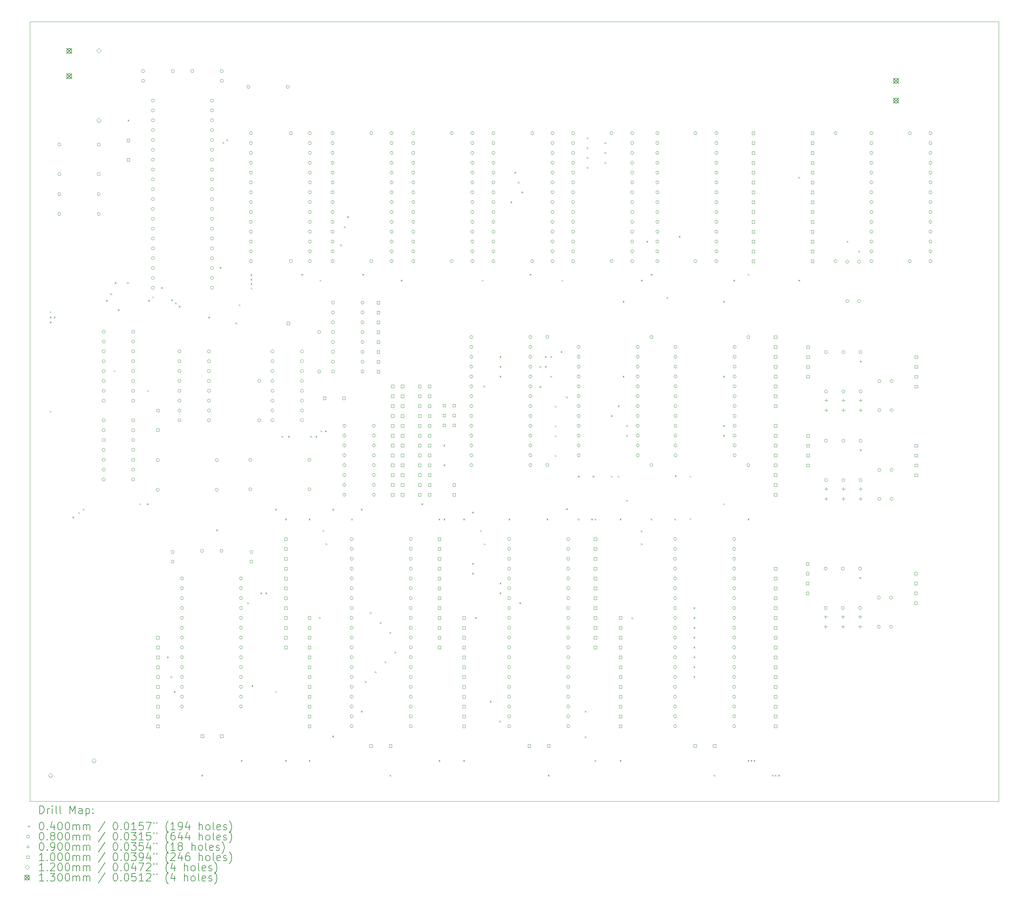
<source format=gbr>
%TF.GenerationSoftware,KiCad,Pcbnew,9.0.2*%
%TF.CreationDate,2025-07-01T19:53:08+02:00*%
%TF.ProjectId,CPU_X-3,4350555f-582d-4332-9e6b-696361645f70,3*%
%TF.SameCoordinates,Original*%
%TF.FileFunction,Drillmap*%
%TF.FilePolarity,Positive*%
%FSLAX45Y45*%
G04 Gerber Fmt 4.5, Leading zero omitted, Abs format (unit mm)*
G04 Created by KiCad (PCBNEW 9.0.2) date 2025-07-01 19:53:08*
%MOMM*%
%LPD*%
G01*
G04 APERTURE LIST*
%ADD10C,0.100000*%
%ADD11C,0.200000*%
%ADD12C,0.120000*%
%ADD13C,0.130000*%
G04 APERTURE END LIST*
D10*
X2540000Y-2540000D02*
X27538680Y-2540000D01*
X27538680Y-22638080D01*
X2540000Y-22638080D01*
X2540000Y-2540000D01*
D11*
D10*
X3053400Y-10000300D02*
X3093400Y-10040300D01*
X3093400Y-10000300D02*
X3053400Y-10040300D01*
X3053400Y-10140000D02*
X3093400Y-10180000D01*
X3093400Y-10140000D02*
X3053400Y-10180000D01*
X3053400Y-10267000D02*
X3093400Y-10307000D01*
X3093400Y-10267000D02*
X3053400Y-10307000D01*
X3053400Y-12565700D02*
X3093400Y-12605700D01*
X3093400Y-12565700D02*
X3053400Y-12605700D01*
X3155000Y-10140000D02*
X3195000Y-10180000D01*
X3195000Y-10140000D02*
X3155000Y-10180000D01*
X3637600Y-15296200D02*
X3677600Y-15336200D01*
X3677600Y-15296200D02*
X3637600Y-15336200D01*
X3790000Y-15181900D02*
X3830000Y-15221900D01*
X3830000Y-15181900D02*
X3790000Y-15221900D01*
X3904300Y-15093000D02*
X3944300Y-15133000D01*
X3944300Y-15093000D02*
X3904300Y-15133000D01*
X4501200Y-9708200D02*
X4541200Y-9748200D01*
X4541200Y-9708200D02*
X4501200Y-9748200D01*
X4615500Y-9540450D02*
X4655500Y-9580450D01*
X4655500Y-9540450D02*
X4615500Y-9580450D01*
X4704400Y-11524300D02*
X4744400Y-11564300D01*
X4744400Y-11524300D02*
X4704400Y-11564300D01*
X4729800Y-9251000D02*
X4769800Y-9291000D01*
X4769800Y-9251000D02*
X4729800Y-9291000D01*
X4807700Y-9949500D02*
X4847700Y-9989500D01*
X4847700Y-9949500D02*
X4807700Y-9989500D01*
X5047300Y-9251000D02*
X5087300Y-9291000D01*
X5087300Y-9251000D02*
X5047300Y-9291000D01*
X5060000Y-5060000D02*
X5100000Y-5100000D01*
X5100000Y-5060000D02*
X5060000Y-5100000D01*
X5364800Y-14953300D02*
X5404800Y-14993300D01*
X5404800Y-14953300D02*
X5364800Y-14993300D01*
X5555300Y-14953300D02*
X5595300Y-14993300D01*
X5595300Y-14953300D02*
X5555300Y-14993300D01*
X5568000Y-12032300D02*
X5608000Y-12072300D01*
X5608000Y-12032300D02*
X5568000Y-12072300D01*
X5593400Y-9708200D02*
X5633400Y-9748200D01*
X5633400Y-9708200D02*
X5593400Y-9748200D01*
X5695000Y-9619300D02*
X5735000Y-9659300D01*
X5735000Y-9619300D02*
X5695000Y-9659300D01*
X5923600Y-9378000D02*
X5963600Y-9418000D01*
X5963600Y-9378000D02*
X5923600Y-9418000D01*
X6076000Y-18903000D02*
X6116000Y-18943000D01*
X6116000Y-18903000D02*
X6076000Y-18943000D01*
X6164900Y-19411000D02*
X6204900Y-19451000D01*
X6204900Y-19411000D02*
X6164900Y-19451000D01*
X6180790Y-9695500D02*
X6220790Y-9735500D01*
X6220790Y-9695500D02*
X6180790Y-9735500D01*
X6253800Y-19791831D02*
X6293800Y-19831831D01*
X6293800Y-19791831D02*
X6253800Y-19831831D01*
X6285550Y-9778050D02*
X6325550Y-9818050D01*
X6325550Y-9778050D02*
X6285550Y-9818050D01*
X6380800Y-9860600D02*
X6420800Y-9900600D01*
X6420800Y-9860600D02*
X6380800Y-9900600D01*
X6965000Y-21951000D02*
X7005000Y-21991000D01*
X7005000Y-21951000D02*
X6965000Y-21991000D01*
X7142800Y-10140000D02*
X7182800Y-10180000D01*
X7182800Y-10140000D02*
X7142800Y-10180000D01*
X7346000Y-15626400D02*
X7386000Y-15666400D01*
X7386000Y-15626400D02*
X7346000Y-15666400D01*
X7434900Y-8857300D02*
X7474900Y-8897300D01*
X7474900Y-8857300D02*
X7434900Y-8897300D01*
X7510333Y-5636372D02*
X7550333Y-5676372D01*
X7550333Y-5636372D02*
X7510333Y-5676372D01*
X7612700Y-5568000D02*
X7652700Y-5608000D01*
X7652700Y-5568000D02*
X7612700Y-5608000D01*
X7841300Y-10292400D02*
X7881300Y-10332400D01*
X7881300Y-10292400D02*
X7841300Y-10332400D01*
X7930200Y-9822500D02*
X7970200Y-9862500D01*
X7970200Y-9822500D02*
X7930200Y-9862500D01*
X7981000Y-21570000D02*
X8021000Y-21610000D01*
X8021000Y-21570000D02*
X7981000Y-21610000D01*
X8146100Y-17506000D02*
X8186100Y-17546000D01*
X8186100Y-17506000D02*
X8146100Y-17546000D01*
X8235000Y-9047800D02*
X8275000Y-9087800D01*
X8275000Y-9047800D02*
X8235000Y-9087800D01*
X8235000Y-9166091D02*
X8275000Y-9206091D01*
X8275000Y-9166091D02*
X8235000Y-9206091D01*
X8235000Y-9276400D02*
X8275000Y-9316400D01*
X8275000Y-9276400D02*
X8235000Y-9316400D01*
X8235000Y-9390700D02*
X8275000Y-9430700D01*
X8275000Y-9390700D02*
X8235000Y-9430700D01*
X8260400Y-19639600D02*
X8300400Y-19679600D01*
X8300400Y-19639600D02*
X8260400Y-19679600D01*
X8489000Y-17252000D02*
X8529000Y-17292000D01*
X8529000Y-17252000D02*
X8489000Y-17292000D01*
X8616000Y-17252000D02*
X8656000Y-17292000D01*
X8656000Y-17252000D02*
X8616000Y-17292000D01*
X8870000Y-15094700D02*
X8910000Y-15134700D01*
X8910000Y-15094700D02*
X8870000Y-15134700D01*
X8870000Y-19796100D02*
X8910000Y-19836100D01*
X8910000Y-19796100D02*
X8870000Y-19836100D01*
X9035100Y-13213400D02*
X9075100Y-13253400D01*
X9075100Y-13213400D02*
X9035100Y-13253400D01*
X9124000Y-15347000D02*
X9164000Y-15387000D01*
X9164000Y-15347000D02*
X9124000Y-15387000D01*
X9124000Y-21570000D02*
X9164000Y-21610000D01*
X9164000Y-21570000D02*
X9124000Y-21610000D01*
X9200200Y-13213400D02*
X9240200Y-13253400D01*
X9240200Y-13213400D02*
X9200200Y-13253400D01*
X9543100Y-9035100D02*
X9583100Y-9075100D01*
X9583100Y-9035100D02*
X9543100Y-9075100D01*
X9733600Y-15347000D02*
X9773600Y-15387000D01*
X9773600Y-15347000D02*
X9733600Y-15387000D01*
X9733600Y-21570000D02*
X9773600Y-21610000D01*
X9773600Y-21570000D02*
X9733600Y-21610000D01*
X9771700Y-13213400D02*
X9811700Y-13253400D01*
X9811700Y-13213400D02*
X9771700Y-13253400D01*
X9911400Y-13213400D02*
X9951400Y-13253400D01*
X9951400Y-13213400D02*
X9911400Y-13253400D01*
X10000300Y-17887000D02*
X10040300Y-17927000D01*
X10040300Y-17887000D02*
X10000300Y-17927000D01*
X10013000Y-9187500D02*
X10053000Y-9227500D01*
X10053000Y-9187500D02*
X10013000Y-9227500D01*
X10038400Y-13073700D02*
X10078400Y-13113700D01*
X10078400Y-13073700D02*
X10038400Y-13113700D01*
X10089200Y-15639100D02*
X10129200Y-15679100D01*
X10129200Y-15639100D02*
X10089200Y-15679100D01*
X10152700Y-13073700D02*
X10192700Y-13113700D01*
X10192700Y-13073700D02*
X10152700Y-13113700D01*
X10167100Y-15982000D02*
X10207100Y-16022000D01*
X10207100Y-15982000D02*
X10167100Y-16022000D01*
X10343200Y-15093000D02*
X10383200Y-15133000D01*
X10383200Y-15093000D02*
X10343200Y-15133000D01*
X10343200Y-20946470D02*
X10383200Y-20986470D01*
X10383200Y-20946470D02*
X10343200Y-20986470D01*
X10549575Y-8276275D02*
X10589575Y-8316275D01*
X10589575Y-8276275D02*
X10549575Y-8316275D01*
X10641650Y-7809550D02*
X10681650Y-7849550D01*
X10681650Y-7809550D02*
X10641650Y-7849550D01*
X10724200Y-7549200D02*
X10764200Y-7589200D01*
X10764200Y-7549200D02*
X10724200Y-7589200D01*
X10832218Y-15347000D02*
X10872218Y-15387000D01*
X10872218Y-15347000D02*
X10832218Y-15387000D01*
X11079800Y-15093000D02*
X11119800Y-15133000D01*
X11119800Y-15093000D02*
X11079800Y-15133000D01*
X11079800Y-20300000D02*
X11119800Y-20340000D01*
X11119800Y-20300000D02*
X11079800Y-20340000D01*
X11117900Y-9035100D02*
X11157900Y-9075100D01*
X11157900Y-9035100D02*
X11117900Y-9075100D01*
X11187817Y-19538000D02*
X11227817Y-19578000D01*
X11227817Y-19538000D02*
X11187817Y-19578000D01*
X11314817Y-17760000D02*
X11354817Y-17800000D01*
X11354817Y-17760000D02*
X11314817Y-17800000D01*
X11441817Y-19284000D02*
X11481817Y-19324000D01*
X11481817Y-19284000D02*
X11441817Y-19324000D01*
X11568817Y-18014000D02*
X11608817Y-18054000D01*
X11608817Y-18014000D02*
X11568817Y-18054000D01*
X11695817Y-19030000D02*
X11735817Y-19070000D01*
X11735817Y-19030000D02*
X11695817Y-19070000D01*
X11822817Y-18268000D02*
X11862817Y-18308000D01*
X11862817Y-18268000D02*
X11822817Y-18308000D01*
X11822817Y-21951000D02*
X11862817Y-21991000D01*
X11862817Y-21951000D02*
X11822817Y-21991000D01*
X11949817Y-18776000D02*
X11989817Y-18816000D01*
X11989817Y-18776000D02*
X11949817Y-18816000D01*
X12108500Y-9187500D02*
X12148500Y-9227500D01*
X12148500Y-9187500D02*
X12108500Y-9227500D01*
X12641900Y-14953300D02*
X12681900Y-14993300D01*
X12681900Y-14953300D02*
X12641900Y-14993300D01*
X13086400Y-15347000D02*
X13126400Y-15387000D01*
X13126400Y-15347000D02*
X13086400Y-15387000D01*
X13086400Y-21570000D02*
X13126400Y-21610000D01*
X13126400Y-21570000D02*
X13086400Y-21610000D01*
X13213400Y-13442000D02*
X13253400Y-13482000D01*
X13253400Y-13442000D02*
X13213400Y-13482000D01*
X13213400Y-13950000D02*
X13253400Y-13990000D01*
X13253400Y-13950000D02*
X13213400Y-13990000D01*
X13213400Y-15347000D02*
X13253400Y-15387000D01*
X13253400Y-15347000D02*
X13213400Y-15387000D01*
X13721400Y-15347000D02*
X13761400Y-15387000D01*
X13761400Y-15347000D02*
X13721400Y-15387000D01*
X13721400Y-21570000D02*
X13761400Y-21610000D01*
X13761400Y-21570000D02*
X13721400Y-21610000D01*
X13950000Y-15169200D02*
X13990000Y-15209200D01*
X13990000Y-15169200D02*
X13950000Y-15209200D01*
X13950000Y-16490000D02*
X13990000Y-16530000D01*
X13990000Y-16490000D02*
X13950000Y-16530000D01*
X13950000Y-16744000D02*
X13990000Y-16784000D01*
X13990000Y-16744000D02*
X13950000Y-16784000D01*
X14026200Y-17887000D02*
X14066200Y-17927000D01*
X14066200Y-17887000D02*
X14026200Y-17927000D01*
X14153200Y-15639100D02*
X14193200Y-15679100D01*
X14193200Y-15639100D02*
X14153200Y-15679100D01*
X14204000Y-9187500D02*
X14244000Y-9227500D01*
X14244000Y-9187500D02*
X14204000Y-9227500D01*
X14242100Y-11918000D02*
X14282100Y-11958000D01*
X14282100Y-11918000D02*
X14242100Y-11958000D01*
X14254800Y-15986100D02*
X14294800Y-16026100D01*
X14294800Y-15986100D02*
X14254800Y-16026100D01*
X14407200Y-20046000D02*
X14447200Y-20086000D01*
X14447200Y-20046000D02*
X14407200Y-20086000D01*
X14648500Y-20554000D02*
X14688500Y-20594000D01*
X14688500Y-20554000D02*
X14648500Y-20594000D01*
X14661200Y-11156000D02*
X14701200Y-11196000D01*
X14701200Y-11156000D02*
X14661200Y-11196000D01*
X14661200Y-11410000D02*
X14701200Y-11450000D01*
X14701200Y-11410000D02*
X14661200Y-11450000D01*
X14661200Y-11664000D02*
X14701200Y-11704000D01*
X14701200Y-11664000D02*
X14661200Y-11704000D01*
X14661200Y-16998000D02*
X14701200Y-17038000D01*
X14701200Y-16998000D02*
X14661200Y-17038000D01*
X14661200Y-17252000D02*
X14701200Y-17292000D01*
X14701200Y-17252000D02*
X14661200Y-17292000D01*
X14889800Y-15347000D02*
X14929800Y-15387000D01*
X14929800Y-15347000D02*
X14889800Y-15387000D01*
X14940600Y-7168200D02*
X14980600Y-7208200D01*
X14980600Y-7168200D02*
X14940600Y-7208200D01*
X15042200Y-6406200D02*
X15082200Y-6446200D01*
X15082200Y-6406200D02*
X15042200Y-6446200D01*
X15132800Y-6660200D02*
X15172800Y-6700200D01*
X15172800Y-6660200D02*
X15132800Y-6700200D01*
X15169200Y-17506000D02*
X15209200Y-17546000D01*
X15209200Y-17506000D02*
X15169200Y-17546000D01*
X15220000Y-6914200D02*
X15260000Y-6954200D01*
X15260000Y-6914200D02*
X15220000Y-6954200D01*
X15435900Y-9035100D02*
X15475900Y-9075100D01*
X15475900Y-9035100D02*
X15435900Y-9075100D01*
X15689900Y-11410000D02*
X15729900Y-11450000D01*
X15729900Y-11410000D02*
X15689900Y-11450000D01*
X15689900Y-11930700D02*
X15729900Y-11970700D01*
X15729900Y-11930700D02*
X15689900Y-11970700D01*
X15829600Y-11156000D02*
X15869600Y-11196000D01*
X15869600Y-11156000D02*
X15829600Y-11196000D01*
X15829600Y-11410000D02*
X15869600Y-11450000D01*
X15869600Y-11410000D02*
X15829600Y-11450000D01*
X15872400Y-15347000D02*
X15912400Y-15387000D01*
X15912400Y-15347000D02*
X15872400Y-15387000D01*
X15905800Y-21951000D02*
X15945800Y-21991000D01*
X15945800Y-21951000D02*
X15905800Y-21991000D01*
X15969300Y-11156000D02*
X16009300Y-11196000D01*
X16009300Y-11156000D02*
X15969300Y-11196000D01*
X15969300Y-11664000D02*
X16009300Y-11704000D01*
X16009300Y-11664000D02*
X15969300Y-11704000D01*
X16083600Y-12438700D02*
X16123600Y-12478700D01*
X16123600Y-12438700D02*
X16083600Y-12478700D01*
X16083600Y-12946700D02*
X16123600Y-12986700D01*
X16123600Y-12946700D02*
X16083600Y-12986700D01*
X16083600Y-13200700D02*
X16123600Y-13240700D01*
X16123600Y-13200700D02*
X16083600Y-13240700D01*
X16083600Y-13708700D02*
X16123600Y-13748700D01*
X16123600Y-13708700D02*
X16083600Y-13748700D01*
X16236000Y-11029000D02*
X16276000Y-11069000D01*
X16276000Y-11029000D02*
X16236000Y-11069000D01*
X16261400Y-9187500D02*
X16301400Y-9227500D01*
X16301400Y-9187500D02*
X16261400Y-9227500D01*
X16375700Y-12197400D02*
X16415700Y-12237400D01*
X16415700Y-12197400D02*
X16375700Y-12237400D01*
X16375700Y-15080300D02*
X16415700Y-15120300D01*
X16415700Y-15080300D02*
X16375700Y-15120300D01*
X16680500Y-14242100D02*
X16720500Y-14282100D01*
X16720500Y-14242100D02*
X16680500Y-14282100D01*
X16680500Y-15347000D02*
X16720500Y-15387000D01*
X16720500Y-15347000D02*
X16680500Y-15387000D01*
X16858300Y-20300000D02*
X16898300Y-20340000D01*
X16898300Y-20300000D02*
X16858300Y-20340000D01*
X16858300Y-20960400D02*
X16898300Y-21000400D01*
X16898300Y-20960400D02*
X16858300Y-21000400D01*
X16909100Y-5517200D02*
X16949100Y-5557200D01*
X16949100Y-5517200D02*
X16909100Y-5557200D01*
X16909100Y-5771200D02*
X16949100Y-5811200D01*
X16949100Y-5771200D02*
X16909100Y-5811200D01*
X16909100Y-6025200D02*
X16949100Y-6065200D01*
X16949100Y-6025200D02*
X16909100Y-6065200D01*
X16909100Y-6279200D02*
X16949100Y-6319200D01*
X16949100Y-6279200D02*
X16909100Y-6319200D01*
X17023400Y-15347000D02*
X17063400Y-15387000D01*
X17063400Y-15347000D02*
X17023400Y-15387000D01*
X17061500Y-14242100D02*
X17101500Y-14282100D01*
X17101500Y-14242100D02*
X17061500Y-14282100D01*
X17112300Y-15347000D02*
X17152300Y-15387000D01*
X17152300Y-15347000D02*
X17112300Y-15387000D01*
X17112300Y-21570000D02*
X17152300Y-21610000D01*
X17152300Y-21570000D02*
X17112300Y-21610000D01*
X17366300Y-5644200D02*
X17406300Y-5684200D01*
X17406300Y-5644200D02*
X17366300Y-5684200D01*
X17366300Y-5898200D02*
X17406300Y-5938200D01*
X17406300Y-5898200D02*
X17366300Y-5938200D01*
X17366300Y-6152200D02*
X17406300Y-6192200D01*
X17406300Y-6152200D02*
X17366300Y-6192200D01*
X17531400Y-12680000D02*
X17571400Y-12720000D01*
X17571400Y-12680000D02*
X17531400Y-12720000D01*
X17531400Y-14242100D02*
X17571400Y-14282100D01*
X17571400Y-14242100D02*
X17531400Y-14282100D01*
X17709200Y-12426000D02*
X17749200Y-12466000D01*
X17749200Y-12426000D02*
X17709200Y-12466000D01*
X17709200Y-14242100D02*
X17749200Y-14282100D01*
X17749200Y-14242100D02*
X17709200Y-14282100D01*
X17760000Y-15347000D02*
X17800000Y-15387000D01*
X17800000Y-15347000D02*
X17760000Y-15387000D01*
X17760000Y-21570000D02*
X17800000Y-21610000D01*
X17800000Y-21570000D02*
X17760000Y-21610000D01*
X17836200Y-9733600D02*
X17876200Y-9773600D01*
X17876200Y-9733600D02*
X17836200Y-9773600D01*
X17836200Y-11664000D02*
X17876200Y-11704000D01*
X17876200Y-11664000D02*
X17836200Y-11704000D01*
X17925100Y-12934000D02*
X17965100Y-12974000D01*
X17965100Y-12934000D02*
X17925100Y-12974000D01*
X17925100Y-13188000D02*
X17965100Y-13228000D01*
X17965100Y-13188000D02*
X17925100Y-13228000D01*
X17925100Y-14864400D02*
X17965100Y-14904400D01*
X17965100Y-14864400D02*
X17925100Y-14904400D01*
X18058450Y-17893350D02*
X18098450Y-17933350D01*
X18098450Y-17893350D02*
X18058450Y-17933350D01*
X18306100Y-9187500D02*
X18346100Y-9227500D01*
X18346100Y-9187500D02*
X18306100Y-9227500D01*
X18306100Y-15651800D02*
X18346100Y-15691800D01*
X18346100Y-15651800D02*
X18306100Y-15691800D01*
X18306100Y-15982000D02*
X18346100Y-16022000D01*
X18346100Y-15982000D02*
X18306100Y-16022000D01*
X18445800Y-8184200D02*
X18485800Y-8224200D01*
X18485800Y-8184200D02*
X18445800Y-8224200D01*
X18560100Y-9035100D02*
X18600100Y-9075100D01*
X18600100Y-9035100D02*
X18560100Y-9075100D01*
X18560100Y-15347000D02*
X18600100Y-15387000D01*
X18600100Y-15347000D02*
X18560100Y-15387000D01*
X18966500Y-9632000D02*
X19006500Y-9672000D01*
X19006500Y-9632000D02*
X18966500Y-9672000D01*
X19169700Y-15347000D02*
X19209700Y-15387000D01*
X19209700Y-15347000D02*
X19169700Y-15387000D01*
X19182400Y-14229400D02*
X19222400Y-14269400D01*
X19222400Y-14229400D02*
X19182400Y-14269400D01*
X19284000Y-8057200D02*
X19324000Y-8097200D01*
X19324000Y-8057200D02*
X19284000Y-8097200D01*
X19563400Y-14242100D02*
X19603400Y-14282100D01*
X19603400Y-14242100D02*
X19563400Y-14282100D01*
X19563400Y-15334300D02*
X19603400Y-15374300D01*
X19603400Y-15334300D02*
X19563400Y-15374300D01*
X19665000Y-17633000D02*
X19705000Y-17673000D01*
X19705000Y-17633000D02*
X19665000Y-17673000D01*
X19665000Y-17887000D02*
X19705000Y-17927000D01*
X19705000Y-17887000D02*
X19665000Y-17927000D01*
X19665000Y-18141000D02*
X19705000Y-18181000D01*
X19705000Y-18141000D02*
X19665000Y-18181000D01*
X19665000Y-18395000D02*
X19705000Y-18435000D01*
X19705000Y-18395000D02*
X19665000Y-18435000D01*
X19665000Y-18649000D02*
X19705000Y-18689000D01*
X19705000Y-18649000D02*
X19665000Y-18689000D01*
X19665000Y-18903000D02*
X19705000Y-18943000D01*
X19705000Y-18903000D02*
X19665000Y-18943000D01*
X19665000Y-19157000D02*
X19705000Y-19197000D01*
X19705000Y-19157000D02*
X19665000Y-19197000D01*
X19665000Y-19411000D02*
X19705000Y-19451000D01*
X19705000Y-19411000D02*
X19665000Y-19451000D01*
X20185700Y-21951000D02*
X20225700Y-21991000D01*
X20225700Y-21951000D02*
X20185700Y-21991000D01*
X20427000Y-9733600D02*
X20467000Y-9773600D01*
X20467000Y-9733600D02*
X20427000Y-9773600D01*
X20427000Y-11664000D02*
X20467000Y-11704000D01*
X20467000Y-11664000D02*
X20427000Y-11704000D01*
X20427000Y-12934000D02*
X20467000Y-12974000D01*
X20467000Y-12934000D02*
X20427000Y-12974000D01*
X20427000Y-13188000D02*
X20467000Y-13228000D01*
X20467000Y-13188000D02*
X20427000Y-13228000D01*
X20427000Y-14953300D02*
X20467000Y-14993300D01*
X20467000Y-14953300D02*
X20427000Y-14993300D01*
X20693700Y-9187500D02*
X20733700Y-9227500D01*
X20733700Y-9187500D02*
X20693700Y-9227500D01*
X21062000Y-9035100D02*
X21102000Y-9075100D01*
X21102000Y-9035100D02*
X21062000Y-9075100D01*
X21062000Y-15347000D02*
X21102000Y-15387000D01*
X21102000Y-15347000D02*
X21062000Y-15387000D01*
X21062000Y-21570000D02*
X21102000Y-21610000D01*
X21102000Y-21570000D02*
X21062000Y-21610000D01*
X21138200Y-21570000D02*
X21178200Y-21610000D01*
X21178200Y-21570000D02*
X21138200Y-21610000D01*
X21214400Y-21570000D02*
X21254400Y-21610000D01*
X21254400Y-21570000D02*
X21214400Y-21610000D01*
X21684300Y-21951000D02*
X21724300Y-21991000D01*
X21724300Y-21951000D02*
X21684300Y-21991000D01*
X21760500Y-21951000D02*
X21800500Y-21991000D01*
X21800500Y-21951000D02*
X21760500Y-21991000D01*
X21849400Y-21951000D02*
X21889400Y-21991000D01*
X21889400Y-21951000D02*
X21849400Y-21991000D01*
X22370100Y-6533200D02*
X22410100Y-6573200D01*
X22410100Y-6533200D02*
X22370100Y-6573200D01*
X22370100Y-9187500D02*
X22410100Y-9227500D01*
X22410100Y-9187500D02*
X22370100Y-9227500D01*
X23614700Y-8184200D02*
X23654700Y-8224200D01*
X23654700Y-8184200D02*
X23614700Y-8224200D01*
X23919500Y-8438200D02*
X23959500Y-8478200D01*
X23959500Y-8438200D02*
X23919500Y-8478200D01*
X23944900Y-16858300D02*
X23984900Y-16898300D01*
X23984900Y-16858300D02*
X23944900Y-16898300D01*
X23957600Y-11276300D02*
X23997600Y-11316300D01*
X23997600Y-11276300D02*
X23957600Y-11316300D01*
X23957600Y-13562300D02*
X23997600Y-13602300D01*
X23997600Y-13562300D02*
X23957600Y-13602300D01*
X3342000Y-5704000D02*
G75*
G02*
X3262000Y-5704000I-40000J0D01*
G01*
X3262000Y-5704000D02*
G75*
G02*
X3342000Y-5704000I40000J0D01*
G01*
X3342000Y-6466000D02*
G75*
G02*
X3262000Y-6466000I-40000J0D01*
G01*
X3262000Y-6466000D02*
G75*
G02*
X3342000Y-6466000I40000J0D01*
G01*
X3342000Y-6985000D02*
G75*
G02*
X3262000Y-6985000I-40000J0D01*
G01*
X3262000Y-6985000D02*
G75*
G02*
X3342000Y-6985000I40000J0D01*
G01*
X3342000Y-7493000D02*
G75*
G02*
X3262000Y-7493000I-40000J0D01*
G01*
X3262000Y-7493000D02*
G75*
G02*
X3342000Y-7493000I40000J0D01*
G01*
X4358000Y-5704000D02*
G75*
G02*
X4278000Y-5704000I-40000J0D01*
G01*
X4278000Y-5704000D02*
G75*
G02*
X4358000Y-5704000I40000J0D01*
G01*
X4358000Y-6466000D02*
G75*
G02*
X4278000Y-6466000I-40000J0D01*
G01*
X4278000Y-6466000D02*
G75*
G02*
X4358000Y-6466000I40000J0D01*
G01*
X4358000Y-6985000D02*
G75*
G02*
X4278000Y-6985000I-40000J0D01*
G01*
X4278000Y-6985000D02*
G75*
G02*
X4358000Y-6985000I40000J0D01*
G01*
X4358000Y-7493000D02*
G75*
G02*
X4278000Y-7493000I-40000J0D01*
G01*
X4278000Y-7493000D02*
G75*
G02*
X4358000Y-7493000I40000J0D01*
G01*
X4485000Y-10528300D02*
G75*
G02*
X4405000Y-10528300I-40000J0D01*
G01*
X4405000Y-10528300D02*
G75*
G02*
X4485000Y-10528300I40000J0D01*
G01*
X4485000Y-10782300D02*
G75*
G02*
X4405000Y-10782300I-40000J0D01*
G01*
X4405000Y-10782300D02*
G75*
G02*
X4485000Y-10782300I40000J0D01*
G01*
X4485000Y-11036300D02*
G75*
G02*
X4405000Y-11036300I-40000J0D01*
G01*
X4405000Y-11036300D02*
G75*
G02*
X4485000Y-11036300I40000J0D01*
G01*
X4485000Y-11290300D02*
G75*
G02*
X4405000Y-11290300I-40000J0D01*
G01*
X4405000Y-11290300D02*
G75*
G02*
X4485000Y-11290300I40000J0D01*
G01*
X4485000Y-11544300D02*
G75*
G02*
X4405000Y-11544300I-40000J0D01*
G01*
X4405000Y-11544300D02*
G75*
G02*
X4485000Y-11544300I40000J0D01*
G01*
X4485000Y-11798300D02*
G75*
G02*
X4405000Y-11798300I-40000J0D01*
G01*
X4405000Y-11798300D02*
G75*
G02*
X4485000Y-11798300I40000J0D01*
G01*
X4485000Y-12052300D02*
G75*
G02*
X4405000Y-12052300I-40000J0D01*
G01*
X4405000Y-12052300D02*
G75*
G02*
X4485000Y-12052300I40000J0D01*
G01*
X4485000Y-12306300D02*
G75*
G02*
X4405000Y-12306300I-40000J0D01*
G01*
X4405000Y-12306300D02*
G75*
G02*
X4485000Y-12306300I40000J0D01*
G01*
X4485000Y-12814300D02*
G75*
G02*
X4405000Y-12814300I-40000J0D01*
G01*
X4405000Y-12814300D02*
G75*
G02*
X4485000Y-12814300I40000J0D01*
G01*
X4485000Y-13068300D02*
G75*
G02*
X4405000Y-13068300I-40000J0D01*
G01*
X4405000Y-13068300D02*
G75*
G02*
X4485000Y-13068300I40000J0D01*
G01*
X4485000Y-13322300D02*
G75*
G02*
X4405000Y-13322300I-40000J0D01*
G01*
X4405000Y-13322300D02*
G75*
G02*
X4485000Y-13322300I40000J0D01*
G01*
X4485000Y-13576300D02*
G75*
G02*
X4405000Y-13576300I-40000J0D01*
G01*
X4405000Y-13576300D02*
G75*
G02*
X4485000Y-13576300I40000J0D01*
G01*
X4485000Y-13830300D02*
G75*
G02*
X4405000Y-13830300I-40000J0D01*
G01*
X4405000Y-13830300D02*
G75*
G02*
X4485000Y-13830300I40000J0D01*
G01*
X4485000Y-14084300D02*
G75*
G02*
X4405000Y-14084300I-40000J0D01*
G01*
X4405000Y-14084300D02*
G75*
G02*
X4485000Y-14084300I40000J0D01*
G01*
X4485000Y-14338300D02*
G75*
G02*
X4405000Y-14338300I-40000J0D01*
G01*
X4405000Y-14338300D02*
G75*
G02*
X4485000Y-14338300I40000J0D01*
G01*
X5247000Y-10528300D02*
G75*
G02*
X5167000Y-10528300I-40000J0D01*
G01*
X5167000Y-10528300D02*
G75*
G02*
X5247000Y-10528300I40000J0D01*
G01*
X5247000Y-10782300D02*
G75*
G02*
X5167000Y-10782300I-40000J0D01*
G01*
X5167000Y-10782300D02*
G75*
G02*
X5247000Y-10782300I40000J0D01*
G01*
X5247000Y-11036300D02*
G75*
G02*
X5167000Y-11036300I-40000J0D01*
G01*
X5167000Y-11036300D02*
G75*
G02*
X5247000Y-11036300I40000J0D01*
G01*
X5247000Y-11290300D02*
G75*
G02*
X5167000Y-11290300I-40000J0D01*
G01*
X5167000Y-11290300D02*
G75*
G02*
X5247000Y-11290300I40000J0D01*
G01*
X5247000Y-11544300D02*
G75*
G02*
X5167000Y-11544300I-40000J0D01*
G01*
X5167000Y-11544300D02*
G75*
G02*
X5247000Y-11544300I40000J0D01*
G01*
X5247000Y-11798300D02*
G75*
G02*
X5167000Y-11798300I-40000J0D01*
G01*
X5167000Y-11798300D02*
G75*
G02*
X5247000Y-11798300I40000J0D01*
G01*
X5247000Y-12052300D02*
G75*
G02*
X5167000Y-12052300I-40000J0D01*
G01*
X5167000Y-12052300D02*
G75*
G02*
X5247000Y-12052300I40000J0D01*
G01*
X5247000Y-12306300D02*
G75*
G02*
X5167000Y-12306300I-40000J0D01*
G01*
X5167000Y-12306300D02*
G75*
G02*
X5247000Y-12306300I40000J0D01*
G01*
X5247000Y-12814300D02*
G75*
G02*
X5167000Y-12814300I-40000J0D01*
G01*
X5167000Y-12814300D02*
G75*
G02*
X5247000Y-12814300I40000J0D01*
G01*
X5247000Y-13068300D02*
G75*
G02*
X5167000Y-13068300I-40000J0D01*
G01*
X5167000Y-13068300D02*
G75*
G02*
X5247000Y-13068300I40000J0D01*
G01*
X5247000Y-13322300D02*
G75*
G02*
X5167000Y-13322300I-40000J0D01*
G01*
X5167000Y-13322300D02*
G75*
G02*
X5247000Y-13322300I40000J0D01*
G01*
X5247000Y-13576300D02*
G75*
G02*
X5167000Y-13576300I-40000J0D01*
G01*
X5167000Y-13576300D02*
G75*
G02*
X5247000Y-13576300I40000J0D01*
G01*
X5247000Y-13830300D02*
G75*
G02*
X5167000Y-13830300I-40000J0D01*
G01*
X5167000Y-13830300D02*
G75*
G02*
X5247000Y-13830300I40000J0D01*
G01*
X5247000Y-14084300D02*
G75*
G02*
X5167000Y-14084300I-40000J0D01*
G01*
X5167000Y-14084300D02*
G75*
G02*
X5247000Y-14084300I40000J0D01*
G01*
X5247000Y-14338300D02*
G75*
G02*
X5167000Y-14338300I-40000J0D01*
G01*
X5167000Y-14338300D02*
G75*
G02*
X5247000Y-14338300I40000J0D01*
G01*
X5501000Y-3810000D02*
G75*
G02*
X5421000Y-3810000I-40000J0D01*
G01*
X5421000Y-3810000D02*
G75*
G02*
X5501000Y-3810000I40000J0D01*
G01*
X5501000Y-4060000D02*
G75*
G02*
X5421000Y-4060000I-40000J0D01*
G01*
X5421000Y-4060000D02*
G75*
G02*
X5501000Y-4060000I40000J0D01*
G01*
X5755500Y-4572000D02*
G75*
G02*
X5675500Y-4572000I-40000J0D01*
G01*
X5675500Y-4572000D02*
G75*
G02*
X5755500Y-4572000I40000J0D01*
G01*
X5755500Y-4826000D02*
G75*
G02*
X5675500Y-4826000I-40000J0D01*
G01*
X5675500Y-4826000D02*
G75*
G02*
X5755500Y-4826000I40000J0D01*
G01*
X5755500Y-5080000D02*
G75*
G02*
X5675500Y-5080000I-40000J0D01*
G01*
X5675500Y-5080000D02*
G75*
G02*
X5755500Y-5080000I40000J0D01*
G01*
X5755500Y-5334000D02*
G75*
G02*
X5675500Y-5334000I-40000J0D01*
G01*
X5675500Y-5334000D02*
G75*
G02*
X5755500Y-5334000I40000J0D01*
G01*
X5755500Y-5588000D02*
G75*
G02*
X5675500Y-5588000I-40000J0D01*
G01*
X5675500Y-5588000D02*
G75*
G02*
X5755500Y-5588000I40000J0D01*
G01*
X5755500Y-5842000D02*
G75*
G02*
X5675500Y-5842000I-40000J0D01*
G01*
X5675500Y-5842000D02*
G75*
G02*
X5755500Y-5842000I40000J0D01*
G01*
X5755500Y-6096000D02*
G75*
G02*
X5675500Y-6096000I-40000J0D01*
G01*
X5675500Y-6096000D02*
G75*
G02*
X5755500Y-6096000I40000J0D01*
G01*
X5755500Y-6350000D02*
G75*
G02*
X5675500Y-6350000I-40000J0D01*
G01*
X5675500Y-6350000D02*
G75*
G02*
X5755500Y-6350000I40000J0D01*
G01*
X5755500Y-6604000D02*
G75*
G02*
X5675500Y-6604000I-40000J0D01*
G01*
X5675500Y-6604000D02*
G75*
G02*
X5755500Y-6604000I40000J0D01*
G01*
X5755500Y-6858000D02*
G75*
G02*
X5675500Y-6858000I-40000J0D01*
G01*
X5675500Y-6858000D02*
G75*
G02*
X5755500Y-6858000I40000J0D01*
G01*
X5755500Y-7112000D02*
G75*
G02*
X5675500Y-7112000I-40000J0D01*
G01*
X5675500Y-7112000D02*
G75*
G02*
X5755500Y-7112000I40000J0D01*
G01*
X5755500Y-7366000D02*
G75*
G02*
X5675500Y-7366000I-40000J0D01*
G01*
X5675500Y-7366000D02*
G75*
G02*
X5755500Y-7366000I40000J0D01*
G01*
X5755500Y-7620000D02*
G75*
G02*
X5675500Y-7620000I-40000J0D01*
G01*
X5675500Y-7620000D02*
G75*
G02*
X5755500Y-7620000I40000J0D01*
G01*
X5755500Y-7874000D02*
G75*
G02*
X5675500Y-7874000I-40000J0D01*
G01*
X5675500Y-7874000D02*
G75*
G02*
X5755500Y-7874000I40000J0D01*
G01*
X5755500Y-8128000D02*
G75*
G02*
X5675500Y-8128000I-40000J0D01*
G01*
X5675500Y-8128000D02*
G75*
G02*
X5755500Y-8128000I40000J0D01*
G01*
X5755500Y-8382000D02*
G75*
G02*
X5675500Y-8382000I-40000J0D01*
G01*
X5675500Y-8382000D02*
G75*
G02*
X5755500Y-8382000I40000J0D01*
G01*
X5755500Y-8636000D02*
G75*
G02*
X5675500Y-8636000I-40000J0D01*
G01*
X5675500Y-8636000D02*
G75*
G02*
X5755500Y-8636000I40000J0D01*
G01*
X5755500Y-8890000D02*
G75*
G02*
X5675500Y-8890000I-40000J0D01*
G01*
X5675500Y-8890000D02*
G75*
G02*
X5755500Y-8890000I40000J0D01*
G01*
X5755500Y-9144000D02*
G75*
G02*
X5675500Y-9144000I-40000J0D01*
G01*
X5675500Y-9144000D02*
G75*
G02*
X5755500Y-9144000I40000J0D01*
G01*
X5755500Y-9398000D02*
G75*
G02*
X5675500Y-9398000I-40000J0D01*
G01*
X5675500Y-9398000D02*
G75*
G02*
X5755500Y-9398000I40000J0D01*
G01*
X5882000Y-13843000D02*
G75*
G02*
X5802000Y-13843000I-40000J0D01*
G01*
X5802000Y-13843000D02*
G75*
G02*
X5882000Y-13843000I40000J0D01*
G01*
X5882000Y-14605000D02*
G75*
G02*
X5802000Y-14605000I-40000J0D01*
G01*
X5802000Y-14605000D02*
G75*
G02*
X5882000Y-14605000I40000J0D01*
G01*
X6263000Y-16207200D02*
G75*
G02*
X6183000Y-16207200I-40000J0D01*
G01*
X6183000Y-16207200D02*
G75*
G02*
X6263000Y-16207200I40000J0D01*
G01*
X6263000Y-16457200D02*
G75*
G02*
X6183000Y-16457200I-40000J0D01*
G01*
X6183000Y-16457200D02*
G75*
G02*
X6263000Y-16457200I40000J0D01*
G01*
X6271250Y-3810000D02*
G75*
G02*
X6191250Y-3810000I-40000J0D01*
G01*
X6191250Y-3810000D02*
G75*
G02*
X6271250Y-3810000I40000J0D01*
G01*
X6440800Y-11036300D02*
G75*
G02*
X6360800Y-11036300I-40000J0D01*
G01*
X6360800Y-11036300D02*
G75*
G02*
X6440800Y-11036300I40000J0D01*
G01*
X6440800Y-11290300D02*
G75*
G02*
X6360800Y-11290300I-40000J0D01*
G01*
X6360800Y-11290300D02*
G75*
G02*
X6440800Y-11290300I40000J0D01*
G01*
X6440800Y-11544300D02*
G75*
G02*
X6360800Y-11544300I-40000J0D01*
G01*
X6360800Y-11544300D02*
G75*
G02*
X6440800Y-11544300I40000J0D01*
G01*
X6440800Y-11798300D02*
G75*
G02*
X6360800Y-11798300I-40000J0D01*
G01*
X6360800Y-11798300D02*
G75*
G02*
X6440800Y-11798300I40000J0D01*
G01*
X6440800Y-12052300D02*
G75*
G02*
X6360800Y-12052300I-40000J0D01*
G01*
X6360800Y-12052300D02*
G75*
G02*
X6440800Y-12052300I40000J0D01*
G01*
X6440800Y-12306300D02*
G75*
G02*
X6360800Y-12306300I-40000J0D01*
G01*
X6360800Y-12306300D02*
G75*
G02*
X6440800Y-12306300I40000J0D01*
G01*
X6440800Y-12560300D02*
G75*
G02*
X6360800Y-12560300I-40000J0D01*
G01*
X6360800Y-12560300D02*
G75*
G02*
X6440800Y-12560300I40000J0D01*
G01*
X6440800Y-12814300D02*
G75*
G02*
X6360800Y-12814300I-40000J0D01*
G01*
X6360800Y-12814300D02*
G75*
G02*
X6440800Y-12814300I40000J0D01*
G01*
X6504300Y-16891000D02*
G75*
G02*
X6424300Y-16891000I-40000J0D01*
G01*
X6424300Y-16891000D02*
G75*
G02*
X6504300Y-16891000I40000J0D01*
G01*
X6504300Y-17145000D02*
G75*
G02*
X6424300Y-17145000I-40000J0D01*
G01*
X6424300Y-17145000D02*
G75*
G02*
X6504300Y-17145000I40000J0D01*
G01*
X6504300Y-17399000D02*
G75*
G02*
X6424300Y-17399000I-40000J0D01*
G01*
X6424300Y-17399000D02*
G75*
G02*
X6504300Y-17399000I40000J0D01*
G01*
X6504300Y-17653000D02*
G75*
G02*
X6424300Y-17653000I-40000J0D01*
G01*
X6424300Y-17653000D02*
G75*
G02*
X6504300Y-17653000I40000J0D01*
G01*
X6504300Y-17907000D02*
G75*
G02*
X6424300Y-17907000I-40000J0D01*
G01*
X6424300Y-17907000D02*
G75*
G02*
X6504300Y-17907000I40000J0D01*
G01*
X6504300Y-18161000D02*
G75*
G02*
X6424300Y-18161000I-40000J0D01*
G01*
X6424300Y-18161000D02*
G75*
G02*
X6504300Y-18161000I40000J0D01*
G01*
X6504300Y-18415000D02*
G75*
G02*
X6424300Y-18415000I-40000J0D01*
G01*
X6424300Y-18415000D02*
G75*
G02*
X6504300Y-18415000I40000J0D01*
G01*
X6504300Y-18669000D02*
G75*
G02*
X6424300Y-18669000I-40000J0D01*
G01*
X6424300Y-18669000D02*
G75*
G02*
X6504300Y-18669000I40000J0D01*
G01*
X6504300Y-18923000D02*
G75*
G02*
X6424300Y-18923000I-40000J0D01*
G01*
X6424300Y-18923000D02*
G75*
G02*
X6504300Y-18923000I40000J0D01*
G01*
X6504300Y-19177000D02*
G75*
G02*
X6424300Y-19177000I-40000J0D01*
G01*
X6424300Y-19177000D02*
G75*
G02*
X6504300Y-19177000I40000J0D01*
G01*
X6504300Y-19431000D02*
G75*
G02*
X6424300Y-19431000I-40000J0D01*
G01*
X6424300Y-19431000D02*
G75*
G02*
X6504300Y-19431000I40000J0D01*
G01*
X6504300Y-19685000D02*
G75*
G02*
X6424300Y-19685000I-40000J0D01*
G01*
X6424300Y-19685000D02*
G75*
G02*
X6504300Y-19685000I40000J0D01*
G01*
X6504300Y-19939000D02*
G75*
G02*
X6424300Y-19939000I-40000J0D01*
G01*
X6424300Y-19939000D02*
G75*
G02*
X6504300Y-19939000I40000J0D01*
G01*
X6504300Y-20193000D02*
G75*
G02*
X6424300Y-20193000I-40000J0D01*
G01*
X6424300Y-20193000D02*
G75*
G02*
X6504300Y-20193000I40000J0D01*
G01*
X6771250Y-3810000D02*
G75*
G02*
X6691250Y-3810000I-40000J0D01*
G01*
X6691250Y-3810000D02*
G75*
G02*
X6771250Y-3810000I40000J0D01*
G01*
X7025000Y-16179800D02*
G75*
G02*
X6945000Y-16179800I-40000J0D01*
G01*
X6945000Y-16179800D02*
G75*
G02*
X7025000Y-16179800I40000J0D01*
G01*
X7202800Y-11036300D02*
G75*
G02*
X7122800Y-11036300I-40000J0D01*
G01*
X7122800Y-11036300D02*
G75*
G02*
X7202800Y-11036300I40000J0D01*
G01*
X7202800Y-11290300D02*
G75*
G02*
X7122800Y-11290300I-40000J0D01*
G01*
X7122800Y-11290300D02*
G75*
G02*
X7202800Y-11290300I40000J0D01*
G01*
X7202800Y-11544300D02*
G75*
G02*
X7122800Y-11544300I-40000J0D01*
G01*
X7122800Y-11544300D02*
G75*
G02*
X7202800Y-11544300I40000J0D01*
G01*
X7202800Y-11798300D02*
G75*
G02*
X7122800Y-11798300I-40000J0D01*
G01*
X7122800Y-11798300D02*
G75*
G02*
X7202800Y-11798300I40000J0D01*
G01*
X7202800Y-12052300D02*
G75*
G02*
X7122800Y-12052300I-40000J0D01*
G01*
X7122800Y-12052300D02*
G75*
G02*
X7202800Y-12052300I40000J0D01*
G01*
X7202800Y-12306300D02*
G75*
G02*
X7122800Y-12306300I-40000J0D01*
G01*
X7122800Y-12306300D02*
G75*
G02*
X7202800Y-12306300I40000J0D01*
G01*
X7202800Y-12560300D02*
G75*
G02*
X7122800Y-12560300I-40000J0D01*
G01*
X7122800Y-12560300D02*
G75*
G02*
X7202800Y-12560300I40000J0D01*
G01*
X7202800Y-12814300D02*
G75*
G02*
X7122800Y-12814300I-40000J0D01*
G01*
X7122800Y-12814300D02*
G75*
G02*
X7202800Y-12814300I40000J0D01*
G01*
X7279500Y-4572000D02*
G75*
G02*
X7199500Y-4572000I-40000J0D01*
G01*
X7199500Y-4572000D02*
G75*
G02*
X7279500Y-4572000I40000J0D01*
G01*
X7279500Y-4826000D02*
G75*
G02*
X7199500Y-4826000I-40000J0D01*
G01*
X7199500Y-4826000D02*
G75*
G02*
X7279500Y-4826000I40000J0D01*
G01*
X7279500Y-5080000D02*
G75*
G02*
X7199500Y-5080000I-40000J0D01*
G01*
X7199500Y-5080000D02*
G75*
G02*
X7279500Y-5080000I40000J0D01*
G01*
X7279500Y-5334000D02*
G75*
G02*
X7199500Y-5334000I-40000J0D01*
G01*
X7199500Y-5334000D02*
G75*
G02*
X7279500Y-5334000I40000J0D01*
G01*
X7279500Y-5588000D02*
G75*
G02*
X7199500Y-5588000I-40000J0D01*
G01*
X7199500Y-5588000D02*
G75*
G02*
X7279500Y-5588000I40000J0D01*
G01*
X7279500Y-5842000D02*
G75*
G02*
X7199500Y-5842000I-40000J0D01*
G01*
X7199500Y-5842000D02*
G75*
G02*
X7279500Y-5842000I40000J0D01*
G01*
X7279500Y-6096000D02*
G75*
G02*
X7199500Y-6096000I-40000J0D01*
G01*
X7199500Y-6096000D02*
G75*
G02*
X7279500Y-6096000I40000J0D01*
G01*
X7279500Y-6350000D02*
G75*
G02*
X7199500Y-6350000I-40000J0D01*
G01*
X7199500Y-6350000D02*
G75*
G02*
X7279500Y-6350000I40000J0D01*
G01*
X7279500Y-6604000D02*
G75*
G02*
X7199500Y-6604000I-40000J0D01*
G01*
X7199500Y-6604000D02*
G75*
G02*
X7279500Y-6604000I40000J0D01*
G01*
X7279500Y-6858000D02*
G75*
G02*
X7199500Y-6858000I-40000J0D01*
G01*
X7199500Y-6858000D02*
G75*
G02*
X7279500Y-6858000I40000J0D01*
G01*
X7279500Y-7112000D02*
G75*
G02*
X7199500Y-7112000I-40000J0D01*
G01*
X7199500Y-7112000D02*
G75*
G02*
X7279500Y-7112000I40000J0D01*
G01*
X7279500Y-7366000D02*
G75*
G02*
X7199500Y-7366000I-40000J0D01*
G01*
X7199500Y-7366000D02*
G75*
G02*
X7279500Y-7366000I40000J0D01*
G01*
X7279500Y-7620000D02*
G75*
G02*
X7199500Y-7620000I-40000J0D01*
G01*
X7199500Y-7620000D02*
G75*
G02*
X7279500Y-7620000I40000J0D01*
G01*
X7279500Y-7874000D02*
G75*
G02*
X7199500Y-7874000I-40000J0D01*
G01*
X7199500Y-7874000D02*
G75*
G02*
X7279500Y-7874000I40000J0D01*
G01*
X7279500Y-8128000D02*
G75*
G02*
X7199500Y-8128000I-40000J0D01*
G01*
X7199500Y-8128000D02*
G75*
G02*
X7279500Y-8128000I40000J0D01*
G01*
X7279500Y-8382000D02*
G75*
G02*
X7199500Y-8382000I-40000J0D01*
G01*
X7199500Y-8382000D02*
G75*
G02*
X7279500Y-8382000I40000J0D01*
G01*
X7279500Y-8636000D02*
G75*
G02*
X7199500Y-8636000I-40000J0D01*
G01*
X7199500Y-8636000D02*
G75*
G02*
X7279500Y-8636000I40000J0D01*
G01*
X7279500Y-8890000D02*
G75*
G02*
X7199500Y-8890000I-40000J0D01*
G01*
X7199500Y-8890000D02*
G75*
G02*
X7279500Y-8890000I40000J0D01*
G01*
X7279500Y-9144000D02*
G75*
G02*
X7199500Y-9144000I-40000J0D01*
G01*
X7199500Y-9144000D02*
G75*
G02*
X7279500Y-9144000I40000J0D01*
G01*
X7279500Y-9398000D02*
G75*
G02*
X7199500Y-9398000I-40000J0D01*
G01*
X7199500Y-9398000D02*
G75*
G02*
X7279500Y-9398000I40000J0D01*
G01*
X7406000Y-13843000D02*
G75*
G02*
X7326000Y-13843000I-40000J0D01*
G01*
X7326000Y-13843000D02*
G75*
G02*
X7406000Y-13843000I40000J0D01*
G01*
X7406000Y-14605000D02*
G75*
G02*
X7326000Y-14605000I-40000J0D01*
G01*
X7326000Y-14605000D02*
G75*
G02*
X7406000Y-14605000I40000J0D01*
G01*
X7525000Y-16179800D02*
G75*
G02*
X7445000Y-16179800I-40000J0D01*
G01*
X7445000Y-16179800D02*
G75*
G02*
X7525000Y-16179800I40000J0D01*
G01*
X7533000Y-3810000D02*
G75*
G02*
X7453000Y-3810000I-40000J0D01*
G01*
X7453000Y-3810000D02*
G75*
G02*
X7533000Y-3810000I40000J0D01*
G01*
X7533000Y-4060000D02*
G75*
G02*
X7453000Y-4060000I-40000J0D01*
G01*
X7453000Y-4060000D02*
G75*
G02*
X7533000Y-4060000I40000J0D01*
G01*
X8028300Y-16891000D02*
G75*
G02*
X7948300Y-16891000I-40000J0D01*
G01*
X7948300Y-16891000D02*
G75*
G02*
X8028300Y-16891000I40000J0D01*
G01*
X8028300Y-17145000D02*
G75*
G02*
X7948300Y-17145000I-40000J0D01*
G01*
X7948300Y-17145000D02*
G75*
G02*
X8028300Y-17145000I40000J0D01*
G01*
X8028300Y-17399000D02*
G75*
G02*
X7948300Y-17399000I-40000J0D01*
G01*
X7948300Y-17399000D02*
G75*
G02*
X8028300Y-17399000I40000J0D01*
G01*
X8028300Y-17653000D02*
G75*
G02*
X7948300Y-17653000I-40000J0D01*
G01*
X7948300Y-17653000D02*
G75*
G02*
X8028300Y-17653000I40000J0D01*
G01*
X8028300Y-17907000D02*
G75*
G02*
X7948300Y-17907000I-40000J0D01*
G01*
X7948300Y-17907000D02*
G75*
G02*
X8028300Y-17907000I40000J0D01*
G01*
X8028300Y-18161000D02*
G75*
G02*
X7948300Y-18161000I-40000J0D01*
G01*
X7948300Y-18161000D02*
G75*
G02*
X8028300Y-18161000I40000J0D01*
G01*
X8028300Y-18415000D02*
G75*
G02*
X7948300Y-18415000I-40000J0D01*
G01*
X7948300Y-18415000D02*
G75*
G02*
X8028300Y-18415000I40000J0D01*
G01*
X8028300Y-18669000D02*
G75*
G02*
X7948300Y-18669000I-40000J0D01*
G01*
X7948300Y-18669000D02*
G75*
G02*
X8028300Y-18669000I40000J0D01*
G01*
X8028300Y-18923000D02*
G75*
G02*
X7948300Y-18923000I-40000J0D01*
G01*
X7948300Y-18923000D02*
G75*
G02*
X8028300Y-18923000I40000J0D01*
G01*
X8028300Y-19177000D02*
G75*
G02*
X7948300Y-19177000I-40000J0D01*
G01*
X7948300Y-19177000D02*
G75*
G02*
X8028300Y-19177000I40000J0D01*
G01*
X8028300Y-19431000D02*
G75*
G02*
X7948300Y-19431000I-40000J0D01*
G01*
X7948300Y-19431000D02*
G75*
G02*
X8028300Y-19431000I40000J0D01*
G01*
X8028300Y-19685000D02*
G75*
G02*
X7948300Y-19685000I-40000J0D01*
G01*
X7948300Y-19685000D02*
G75*
G02*
X8028300Y-19685000I40000J0D01*
G01*
X8028300Y-19939000D02*
G75*
G02*
X7948300Y-19939000I-40000J0D01*
G01*
X7948300Y-19939000D02*
G75*
G02*
X8028300Y-19939000I40000J0D01*
G01*
X8028300Y-20193000D02*
G75*
G02*
X7948300Y-20193000I-40000J0D01*
G01*
X7948300Y-20193000D02*
G75*
G02*
X8028300Y-20193000I40000J0D01*
G01*
X8218800Y-4216400D02*
G75*
G02*
X8138800Y-4216400I-40000J0D01*
G01*
X8138800Y-4216400D02*
G75*
G02*
X8218800Y-4216400I40000J0D01*
G01*
X8269600Y-13830300D02*
G75*
G02*
X8189600Y-13830300I-40000J0D01*
G01*
X8189600Y-13830300D02*
G75*
G02*
X8269600Y-13830300I40000J0D01*
G01*
X8269600Y-14592300D02*
G75*
G02*
X8189600Y-14592300I-40000J0D01*
G01*
X8189600Y-14592300D02*
G75*
G02*
X8269600Y-14592300I40000J0D01*
G01*
X8282300Y-5410200D02*
G75*
G02*
X8202300Y-5410200I-40000J0D01*
G01*
X8202300Y-5410200D02*
G75*
G02*
X8282300Y-5410200I40000J0D01*
G01*
X8282300Y-5664200D02*
G75*
G02*
X8202300Y-5664200I-40000J0D01*
G01*
X8202300Y-5664200D02*
G75*
G02*
X8282300Y-5664200I40000J0D01*
G01*
X8282300Y-5918200D02*
G75*
G02*
X8202300Y-5918200I-40000J0D01*
G01*
X8202300Y-5918200D02*
G75*
G02*
X8282300Y-5918200I40000J0D01*
G01*
X8282300Y-6172200D02*
G75*
G02*
X8202300Y-6172200I-40000J0D01*
G01*
X8202300Y-6172200D02*
G75*
G02*
X8282300Y-6172200I40000J0D01*
G01*
X8282300Y-6426200D02*
G75*
G02*
X8202300Y-6426200I-40000J0D01*
G01*
X8202300Y-6426200D02*
G75*
G02*
X8282300Y-6426200I40000J0D01*
G01*
X8282300Y-6680200D02*
G75*
G02*
X8202300Y-6680200I-40000J0D01*
G01*
X8202300Y-6680200D02*
G75*
G02*
X8282300Y-6680200I40000J0D01*
G01*
X8282300Y-6934200D02*
G75*
G02*
X8202300Y-6934200I-40000J0D01*
G01*
X8202300Y-6934200D02*
G75*
G02*
X8282300Y-6934200I40000J0D01*
G01*
X8282300Y-7188200D02*
G75*
G02*
X8202300Y-7188200I-40000J0D01*
G01*
X8202300Y-7188200D02*
G75*
G02*
X8282300Y-7188200I40000J0D01*
G01*
X8282300Y-7442200D02*
G75*
G02*
X8202300Y-7442200I-40000J0D01*
G01*
X8202300Y-7442200D02*
G75*
G02*
X8282300Y-7442200I40000J0D01*
G01*
X8282300Y-7696200D02*
G75*
G02*
X8202300Y-7696200I-40000J0D01*
G01*
X8202300Y-7696200D02*
G75*
G02*
X8282300Y-7696200I40000J0D01*
G01*
X8282300Y-7950200D02*
G75*
G02*
X8202300Y-7950200I-40000J0D01*
G01*
X8202300Y-7950200D02*
G75*
G02*
X8282300Y-7950200I40000J0D01*
G01*
X8282300Y-8204200D02*
G75*
G02*
X8202300Y-8204200I-40000J0D01*
G01*
X8202300Y-8204200D02*
G75*
G02*
X8282300Y-8204200I40000J0D01*
G01*
X8282300Y-8458200D02*
G75*
G02*
X8202300Y-8458200I-40000J0D01*
G01*
X8202300Y-8458200D02*
G75*
G02*
X8282300Y-8458200I40000J0D01*
G01*
X8282300Y-8712200D02*
G75*
G02*
X8202300Y-8712200I-40000J0D01*
G01*
X8202300Y-8712200D02*
G75*
G02*
X8282300Y-8712200I40000J0D01*
G01*
X8295000Y-16207200D02*
G75*
G02*
X8215000Y-16207200I-40000J0D01*
G01*
X8215000Y-16207200D02*
G75*
G02*
X8295000Y-16207200I40000J0D01*
G01*
X8295000Y-16457200D02*
G75*
G02*
X8215000Y-16457200I-40000J0D01*
G01*
X8215000Y-16457200D02*
G75*
G02*
X8295000Y-16457200I40000J0D01*
G01*
X8498200Y-11798300D02*
G75*
G02*
X8418200Y-11798300I-40000J0D01*
G01*
X8418200Y-11798300D02*
G75*
G02*
X8498200Y-11798300I40000J0D01*
G01*
X8498200Y-12814300D02*
G75*
G02*
X8418200Y-12814300I-40000J0D01*
G01*
X8418200Y-12814300D02*
G75*
G02*
X8498200Y-12814300I40000J0D01*
G01*
X8841100Y-11036300D02*
G75*
G02*
X8761100Y-11036300I-40000J0D01*
G01*
X8761100Y-11036300D02*
G75*
G02*
X8841100Y-11036300I40000J0D01*
G01*
X8841100Y-11290300D02*
G75*
G02*
X8761100Y-11290300I-40000J0D01*
G01*
X8761100Y-11290300D02*
G75*
G02*
X8841100Y-11290300I40000J0D01*
G01*
X8841100Y-11544300D02*
G75*
G02*
X8761100Y-11544300I-40000J0D01*
G01*
X8761100Y-11544300D02*
G75*
G02*
X8841100Y-11544300I40000J0D01*
G01*
X8841100Y-11798300D02*
G75*
G02*
X8761100Y-11798300I-40000J0D01*
G01*
X8761100Y-11798300D02*
G75*
G02*
X8841100Y-11798300I40000J0D01*
G01*
X8841100Y-12052300D02*
G75*
G02*
X8761100Y-12052300I-40000J0D01*
G01*
X8761100Y-12052300D02*
G75*
G02*
X8841100Y-12052300I40000J0D01*
G01*
X8841100Y-12306300D02*
G75*
G02*
X8761100Y-12306300I-40000J0D01*
G01*
X8761100Y-12306300D02*
G75*
G02*
X8841100Y-12306300I40000J0D01*
G01*
X8841100Y-12560300D02*
G75*
G02*
X8761100Y-12560300I-40000J0D01*
G01*
X8761100Y-12560300D02*
G75*
G02*
X8841100Y-12560300I40000J0D01*
G01*
X8841100Y-12814300D02*
G75*
G02*
X8761100Y-12814300I-40000J0D01*
G01*
X8761100Y-12814300D02*
G75*
G02*
X8841100Y-12814300I40000J0D01*
G01*
X9234800Y-4216400D02*
G75*
G02*
X9154800Y-4216400I-40000J0D01*
G01*
X9154800Y-4216400D02*
G75*
G02*
X9234800Y-4216400I40000J0D01*
G01*
X9315000Y-5410200D02*
G75*
G02*
X9235000Y-5410200I-40000J0D01*
G01*
X9235000Y-5410200D02*
G75*
G02*
X9315000Y-5410200I40000J0D01*
G01*
X9315000Y-8710200D02*
G75*
G02*
X9235000Y-8710200I-40000J0D01*
G01*
X9235000Y-8710200D02*
G75*
G02*
X9315000Y-8710200I40000J0D01*
G01*
X9603100Y-11036300D02*
G75*
G02*
X9523100Y-11036300I-40000J0D01*
G01*
X9523100Y-11036300D02*
G75*
G02*
X9603100Y-11036300I40000J0D01*
G01*
X9603100Y-11290300D02*
G75*
G02*
X9523100Y-11290300I-40000J0D01*
G01*
X9523100Y-11290300D02*
G75*
G02*
X9603100Y-11290300I40000J0D01*
G01*
X9603100Y-11544300D02*
G75*
G02*
X9523100Y-11544300I-40000J0D01*
G01*
X9523100Y-11544300D02*
G75*
G02*
X9603100Y-11544300I40000J0D01*
G01*
X9603100Y-11798300D02*
G75*
G02*
X9523100Y-11798300I-40000J0D01*
G01*
X9523100Y-11798300D02*
G75*
G02*
X9603100Y-11798300I40000J0D01*
G01*
X9603100Y-12052300D02*
G75*
G02*
X9523100Y-12052300I-40000J0D01*
G01*
X9523100Y-12052300D02*
G75*
G02*
X9603100Y-12052300I40000J0D01*
G01*
X9603100Y-12306300D02*
G75*
G02*
X9523100Y-12306300I-40000J0D01*
G01*
X9523100Y-12306300D02*
G75*
G02*
X9603100Y-12306300I40000J0D01*
G01*
X9603100Y-12560300D02*
G75*
G02*
X9523100Y-12560300I-40000J0D01*
G01*
X9523100Y-12560300D02*
G75*
G02*
X9603100Y-12560300I40000J0D01*
G01*
X9603100Y-12814300D02*
G75*
G02*
X9523100Y-12814300I-40000J0D01*
G01*
X9523100Y-12814300D02*
G75*
G02*
X9603100Y-12814300I40000J0D01*
G01*
X9793600Y-13830300D02*
G75*
G02*
X9713600Y-13830300I-40000J0D01*
G01*
X9713600Y-13830300D02*
G75*
G02*
X9793600Y-13830300I40000J0D01*
G01*
X9793600Y-14592300D02*
G75*
G02*
X9713600Y-14592300I-40000J0D01*
G01*
X9713600Y-14592300D02*
G75*
G02*
X9793600Y-14592300I40000J0D01*
G01*
X9806300Y-5410200D02*
G75*
G02*
X9726300Y-5410200I-40000J0D01*
G01*
X9726300Y-5410200D02*
G75*
G02*
X9806300Y-5410200I40000J0D01*
G01*
X9806300Y-5664200D02*
G75*
G02*
X9726300Y-5664200I-40000J0D01*
G01*
X9726300Y-5664200D02*
G75*
G02*
X9806300Y-5664200I40000J0D01*
G01*
X9806300Y-5918200D02*
G75*
G02*
X9726300Y-5918200I-40000J0D01*
G01*
X9726300Y-5918200D02*
G75*
G02*
X9806300Y-5918200I40000J0D01*
G01*
X9806300Y-6172200D02*
G75*
G02*
X9726300Y-6172200I-40000J0D01*
G01*
X9726300Y-6172200D02*
G75*
G02*
X9806300Y-6172200I40000J0D01*
G01*
X9806300Y-6426200D02*
G75*
G02*
X9726300Y-6426200I-40000J0D01*
G01*
X9726300Y-6426200D02*
G75*
G02*
X9806300Y-6426200I40000J0D01*
G01*
X9806300Y-6680200D02*
G75*
G02*
X9726300Y-6680200I-40000J0D01*
G01*
X9726300Y-6680200D02*
G75*
G02*
X9806300Y-6680200I40000J0D01*
G01*
X9806300Y-6934200D02*
G75*
G02*
X9726300Y-6934200I-40000J0D01*
G01*
X9726300Y-6934200D02*
G75*
G02*
X9806300Y-6934200I40000J0D01*
G01*
X9806300Y-7188200D02*
G75*
G02*
X9726300Y-7188200I-40000J0D01*
G01*
X9726300Y-7188200D02*
G75*
G02*
X9806300Y-7188200I40000J0D01*
G01*
X9806300Y-7442200D02*
G75*
G02*
X9726300Y-7442200I-40000J0D01*
G01*
X9726300Y-7442200D02*
G75*
G02*
X9806300Y-7442200I40000J0D01*
G01*
X9806300Y-7696200D02*
G75*
G02*
X9726300Y-7696200I-40000J0D01*
G01*
X9726300Y-7696200D02*
G75*
G02*
X9806300Y-7696200I40000J0D01*
G01*
X9806300Y-7950200D02*
G75*
G02*
X9726300Y-7950200I-40000J0D01*
G01*
X9726300Y-7950200D02*
G75*
G02*
X9806300Y-7950200I40000J0D01*
G01*
X9806300Y-8204200D02*
G75*
G02*
X9726300Y-8204200I-40000J0D01*
G01*
X9726300Y-8204200D02*
G75*
G02*
X9806300Y-8204200I40000J0D01*
G01*
X9806300Y-8458200D02*
G75*
G02*
X9726300Y-8458200I-40000J0D01*
G01*
X9726300Y-8458200D02*
G75*
G02*
X9806300Y-8458200I40000J0D01*
G01*
X9806300Y-8712200D02*
G75*
G02*
X9726300Y-8712200I-40000J0D01*
G01*
X9726300Y-8712200D02*
G75*
G02*
X9806300Y-8712200I40000J0D01*
G01*
X10047600Y-10541000D02*
G75*
G02*
X9967600Y-10541000I-40000J0D01*
G01*
X9967600Y-10541000D02*
G75*
G02*
X10047600Y-10541000I40000J0D01*
G01*
X10047600Y-11557000D02*
G75*
G02*
X9967600Y-11557000I-40000J0D01*
G01*
X9967600Y-11557000D02*
G75*
G02*
X10047600Y-11557000I40000J0D01*
G01*
X10390500Y-5410200D02*
G75*
G02*
X10310500Y-5410200I-40000J0D01*
G01*
X10310500Y-5410200D02*
G75*
G02*
X10390500Y-5410200I40000J0D01*
G01*
X10390500Y-5664200D02*
G75*
G02*
X10310500Y-5664200I-40000J0D01*
G01*
X10310500Y-5664200D02*
G75*
G02*
X10390500Y-5664200I40000J0D01*
G01*
X10390500Y-5918200D02*
G75*
G02*
X10310500Y-5918200I-40000J0D01*
G01*
X10310500Y-5918200D02*
G75*
G02*
X10390500Y-5918200I40000J0D01*
G01*
X10390500Y-6172200D02*
G75*
G02*
X10310500Y-6172200I-40000J0D01*
G01*
X10310500Y-6172200D02*
G75*
G02*
X10390500Y-6172200I40000J0D01*
G01*
X10390500Y-6426200D02*
G75*
G02*
X10310500Y-6426200I-40000J0D01*
G01*
X10310500Y-6426200D02*
G75*
G02*
X10390500Y-6426200I40000J0D01*
G01*
X10390500Y-6680200D02*
G75*
G02*
X10310500Y-6680200I-40000J0D01*
G01*
X10310500Y-6680200D02*
G75*
G02*
X10390500Y-6680200I40000J0D01*
G01*
X10390500Y-6934200D02*
G75*
G02*
X10310500Y-6934200I-40000J0D01*
G01*
X10310500Y-6934200D02*
G75*
G02*
X10390500Y-6934200I40000J0D01*
G01*
X10390500Y-7188200D02*
G75*
G02*
X10310500Y-7188200I-40000J0D01*
G01*
X10310500Y-7188200D02*
G75*
G02*
X10390500Y-7188200I40000J0D01*
G01*
X10390500Y-7442200D02*
G75*
G02*
X10310500Y-7442200I-40000J0D01*
G01*
X10310500Y-7442200D02*
G75*
G02*
X10390500Y-7442200I40000J0D01*
G01*
X10390500Y-7696200D02*
G75*
G02*
X10310500Y-7696200I-40000J0D01*
G01*
X10310500Y-7696200D02*
G75*
G02*
X10390500Y-7696200I40000J0D01*
G01*
X10390500Y-7950200D02*
G75*
G02*
X10310500Y-7950200I-40000J0D01*
G01*
X10310500Y-7950200D02*
G75*
G02*
X10390500Y-7950200I40000J0D01*
G01*
X10390500Y-8204200D02*
G75*
G02*
X10310500Y-8204200I-40000J0D01*
G01*
X10310500Y-8204200D02*
G75*
G02*
X10390500Y-8204200I40000J0D01*
G01*
X10390500Y-8458200D02*
G75*
G02*
X10310500Y-8458200I-40000J0D01*
G01*
X10310500Y-8458200D02*
G75*
G02*
X10390500Y-8458200I40000J0D01*
G01*
X10390500Y-8712200D02*
G75*
G02*
X10310500Y-8712200I-40000J0D01*
G01*
X10310500Y-8712200D02*
G75*
G02*
X10390500Y-8712200I40000J0D01*
G01*
X10403200Y-9779000D02*
G75*
G02*
X10323200Y-9779000I-40000J0D01*
G01*
X10323200Y-9779000D02*
G75*
G02*
X10403200Y-9779000I40000J0D01*
G01*
X10403200Y-10033000D02*
G75*
G02*
X10323200Y-10033000I-40000J0D01*
G01*
X10323200Y-10033000D02*
G75*
G02*
X10403200Y-10033000I40000J0D01*
G01*
X10403200Y-10287000D02*
G75*
G02*
X10323200Y-10287000I-40000J0D01*
G01*
X10323200Y-10287000D02*
G75*
G02*
X10403200Y-10287000I40000J0D01*
G01*
X10403200Y-10541000D02*
G75*
G02*
X10323200Y-10541000I-40000J0D01*
G01*
X10323200Y-10541000D02*
G75*
G02*
X10403200Y-10541000I40000J0D01*
G01*
X10403200Y-10795000D02*
G75*
G02*
X10323200Y-10795000I-40000J0D01*
G01*
X10323200Y-10795000D02*
G75*
G02*
X10403200Y-10795000I40000J0D01*
G01*
X10403200Y-11049000D02*
G75*
G02*
X10323200Y-11049000I-40000J0D01*
G01*
X10323200Y-11049000D02*
G75*
G02*
X10403200Y-11049000I40000J0D01*
G01*
X10403200Y-11303000D02*
G75*
G02*
X10323200Y-11303000I-40000J0D01*
G01*
X10323200Y-11303000D02*
G75*
G02*
X10403200Y-11303000I40000J0D01*
G01*
X10403200Y-11557000D02*
G75*
G02*
X10323200Y-11557000I-40000J0D01*
G01*
X10323200Y-11557000D02*
G75*
G02*
X10403200Y-11557000I40000J0D01*
G01*
X10695300Y-12954000D02*
G75*
G02*
X10615300Y-12954000I-40000J0D01*
G01*
X10615300Y-12954000D02*
G75*
G02*
X10695300Y-12954000I40000J0D01*
G01*
X10695300Y-13208000D02*
G75*
G02*
X10615300Y-13208000I-40000J0D01*
G01*
X10615300Y-13208000D02*
G75*
G02*
X10695300Y-13208000I40000J0D01*
G01*
X10695300Y-13462000D02*
G75*
G02*
X10615300Y-13462000I-40000J0D01*
G01*
X10615300Y-13462000D02*
G75*
G02*
X10695300Y-13462000I40000J0D01*
G01*
X10695300Y-13716000D02*
G75*
G02*
X10615300Y-13716000I-40000J0D01*
G01*
X10615300Y-13716000D02*
G75*
G02*
X10695300Y-13716000I40000J0D01*
G01*
X10695300Y-13970000D02*
G75*
G02*
X10615300Y-13970000I-40000J0D01*
G01*
X10615300Y-13970000D02*
G75*
G02*
X10695300Y-13970000I40000J0D01*
G01*
X10695300Y-14224000D02*
G75*
G02*
X10615300Y-14224000I-40000J0D01*
G01*
X10615300Y-14224000D02*
G75*
G02*
X10695300Y-14224000I40000J0D01*
G01*
X10695300Y-14478000D02*
G75*
G02*
X10615300Y-14478000I-40000J0D01*
G01*
X10615300Y-14478000D02*
G75*
G02*
X10695300Y-14478000I40000J0D01*
G01*
X10695300Y-14732000D02*
G75*
G02*
X10615300Y-14732000I-40000J0D01*
G01*
X10615300Y-14732000D02*
G75*
G02*
X10695300Y-14732000I40000J0D01*
G01*
X10885800Y-15875000D02*
G75*
G02*
X10805800Y-15875000I-40000J0D01*
G01*
X10805800Y-15875000D02*
G75*
G02*
X10885800Y-15875000I40000J0D01*
G01*
X10885800Y-16129000D02*
G75*
G02*
X10805800Y-16129000I-40000J0D01*
G01*
X10805800Y-16129000D02*
G75*
G02*
X10885800Y-16129000I40000J0D01*
G01*
X10885800Y-16383000D02*
G75*
G02*
X10805800Y-16383000I-40000J0D01*
G01*
X10805800Y-16383000D02*
G75*
G02*
X10885800Y-16383000I40000J0D01*
G01*
X10885800Y-16637000D02*
G75*
G02*
X10805800Y-16637000I-40000J0D01*
G01*
X10805800Y-16637000D02*
G75*
G02*
X10885800Y-16637000I40000J0D01*
G01*
X10885800Y-16891000D02*
G75*
G02*
X10805800Y-16891000I-40000J0D01*
G01*
X10805800Y-16891000D02*
G75*
G02*
X10885800Y-16891000I40000J0D01*
G01*
X10885800Y-17145000D02*
G75*
G02*
X10805800Y-17145000I-40000J0D01*
G01*
X10805800Y-17145000D02*
G75*
G02*
X10885800Y-17145000I40000J0D01*
G01*
X10885800Y-17399000D02*
G75*
G02*
X10805800Y-17399000I-40000J0D01*
G01*
X10805800Y-17399000D02*
G75*
G02*
X10885800Y-17399000I40000J0D01*
G01*
X10885800Y-17653000D02*
G75*
G02*
X10805800Y-17653000I-40000J0D01*
G01*
X10805800Y-17653000D02*
G75*
G02*
X10885800Y-17653000I40000J0D01*
G01*
X10885800Y-17907000D02*
G75*
G02*
X10805800Y-17907000I-40000J0D01*
G01*
X10805800Y-17907000D02*
G75*
G02*
X10885800Y-17907000I40000J0D01*
G01*
X10885800Y-18161000D02*
G75*
G02*
X10805800Y-18161000I-40000J0D01*
G01*
X10805800Y-18161000D02*
G75*
G02*
X10885800Y-18161000I40000J0D01*
G01*
X10885800Y-18415000D02*
G75*
G02*
X10805800Y-18415000I-40000J0D01*
G01*
X10805800Y-18415000D02*
G75*
G02*
X10885800Y-18415000I40000J0D01*
G01*
X10885800Y-18669000D02*
G75*
G02*
X10805800Y-18669000I-40000J0D01*
G01*
X10805800Y-18669000D02*
G75*
G02*
X10885800Y-18669000I40000J0D01*
G01*
X10885800Y-18923000D02*
G75*
G02*
X10805800Y-18923000I-40000J0D01*
G01*
X10805800Y-18923000D02*
G75*
G02*
X10885800Y-18923000I40000J0D01*
G01*
X10885800Y-19177000D02*
G75*
G02*
X10805800Y-19177000I-40000J0D01*
G01*
X10805800Y-19177000D02*
G75*
G02*
X10885800Y-19177000I40000J0D01*
G01*
X10885800Y-19431000D02*
G75*
G02*
X10805800Y-19431000I-40000J0D01*
G01*
X10805800Y-19431000D02*
G75*
G02*
X10885800Y-19431000I40000J0D01*
G01*
X10885800Y-19685000D02*
G75*
G02*
X10805800Y-19685000I-40000J0D01*
G01*
X10805800Y-19685000D02*
G75*
G02*
X10885800Y-19685000I40000J0D01*
G01*
X10885800Y-19939000D02*
G75*
G02*
X10805800Y-19939000I-40000J0D01*
G01*
X10805800Y-19939000D02*
G75*
G02*
X10885800Y-19939000I40000J0D01*
G01*
X10885800Y-20193000D02*
G75*
G02*
X10805800Y-20193000I-40000J0D01*
G01*
X10805800Y-20193000D02*
G75*
G02*
X10885800Y-20193000I40000J0D01*
G01*
X10885800Y-20447000D02*
G75*
G02*
X10805800Y-20447000I-40000J0D01*
G01*
X10805800Y-20447000D02*
G75*
G02*
X10885800Y-20447000I40000J0D01*
G01*
X10885800Y-20701000D02*
G75*
G02*
X10805800Y-20701000I-40000J0D01*
G01*
X10805800Y-20701000D02*
G75*
G02*
X10885800Y-20701000I40000J0D01*
G01*
X11165200Y-9779000D02*
G75*
G02*
X11085200Y-9779000I-40000J0D01*
G01*
X11085200Y-9779000D02*
G75*
G02*
X11165200Y-9779000I40000J0D01*
G01*
X11165200Y-10033000D02*
G75*
G02*
X11085200Y-10033000I-40000J0D01*
G01*
X11085200Y-10033000D02*
G75*
G02*
X11165200Y-10033000I40000J0D01*
G01*
X11165200Y-10287000D02*
G75*
G02*
X11085200Y-10287000I-40000J0D01*
G01*
X11085200Y-10287000D02*
G75*
G02*
X11165200Y-10287000I40000J0D01*
G01*
X11165200Y-10541000D02*
G75*
G02*
X11085200Y-10541000I-40000J0D01*
G01*
X11085200Y-10541000D02*
G75*
G02*
X11165200Y-10541000I40000J0D01*
G01*
X11165200Y-10795000D02*
G75*
G02*
X11085200Y-10795000I-40000J0D01*
G01*
X11085200Y-10795000D02*
G75*
G02*
X11165200Y-10795000I40000J0D01*
G01*
X11165200Y-11049000D02*
G75*
G02*
X11085200Y-11049000I-40000J0D01*
G01*
X11085200Y-11049000D02*
G75*
G02*
X11165200Y-11049000I40000J0D01*
G01*
X11165200Y-11303000D02*
G75*
G02*
X11085200Y-11303000I-40000J0D01*
G01*
X11085200Y-11303000D02*
G75*
G02*
X11165200Y-11303000I40000J0D01*
G01*
X11165200Y-11557000D02*
G75*
G02*
X11085200Y-11557000I-40000J0D01*
G01*
X11085200Y-11557000D02*
G75*
G02*
X11165200Y-11557000I40000J0D01*
G01*
X11393800Y-5410200D02*
G75*
G02*
X11313800Y-5410200I-40000J0D01*
G01*
X11313800Y-5410200D02*
G75*
G02*
X11393800Y-5410200I40000J0D01*
G01*
X11393800Y-8710200D02*
G75*
G02*
X11313800Y-8710200I-40000J0D01*
G01*
X11313800Y-8710200D02*
G75*
G02*
X11393800Y-8710200I40000J0D01*
G01*
X11457300Y-12954000D02*
G75*
G02*
X11377300Y-12954000I-40000J0D01*
G01*
X11377300Y-12954000D02*
G75*
G02*
X11457300Y-12954000I40000J0D01*
G01*
X11457300Y-13208000D02*
G75*
G02*
X11377300Y-13208000I-40000J0D01*
G01*
X11377300Y-13208000D02*
G75*
G02*
X11457300Y-13208000I40000J0D01*
G01*
X11457300Y-13462000D02*
G75*
G02*
X11377300Y-13462000I-40000J0D01*
G01*
X11377300Y-13462000D02*
G75*
G02*
X11457300Y-13462000I40000J0D01*
G01*
X11457300Y-13716000D02*
G75*
G02*
X11377300Y-13716000I-40000J0D01*
G01*
X11377300Y-13716000D02*
G75*
G02*
X11457300Y-13716000I40000J0D01*
G01*
X11457300Y-13970000D02*
G75*
G02*
X11377300Y-13970000I-40000J0D01*
G01*
X11377300Y-13970000D02*
G75*
G02*
X11457300Y-13970000I40000J0D01*
G01*
X11457300Y-14224000D02*
G75*
G02*
X11377300Y-14224000I-40000J0D01*
G01*
X11377300Y-14224000D02*
G75*
G02*
X11457300Y-14224000I40000J0D01*
G01*
X11457300Y-14478000D02*
G75*
G02*
X11377300Y-14478000I-40000J0D01*
G01*
X11377300Y-14478000D02*
G75*
G02*
X11457300Y-14478000I40000J0D01*
G01*
X11457300Y-14732000D02*
G75*
G02*
X11377300Y-14732000I-40000J0D01*
G01*
X11377300Y-14732000D02*
G75*
G02*
X11457300Y-14732000I40000J0D01*
G01*
X11914500Y-5410200D02*
G75*
G02*
X11834500Y-5410200I-40000J0D01*
G01*
X11834500Y-5410200D02*
G75*
G02*
X11914500Y-5410200I40000J0D01*
G01*
X11914500Y-5664200D02*
G75*
G02*
X11834500Y-5664200I-40000J0D01*
G01*
X11834500Y-5664200D02*
G75*
G02*
X11914500Y-5664200I40000J0D01*
G01*
X11914500Y-5918200D02*
G75*
G02*
X11834500Y-5918200I-40000J0D01*
G01*
X11834500Y-5918200D02*
G75*
G02*
X11914500Y-5918200I40000J0D01*
G01*
X11914500Y-6172200D02*
G75*
G02*
X11834500Y-6172200I-40000J0D01*
G01*
X11834500Y-6172200D02*
G75*
G02*
X11914500Y-6172200I40000J0D01*
G01*
X11914500Y-6426200D02*
G75*
G02*
X11834500Y-6426200I-40000J0D01*
G01*
X11834500Y-6426200D02*
G75*
G02*
X11914500Y-6426200I40000J0D01*
G01*
X11914500Y-6680200D02*
G75*
G02*
X11834500Y-6680200I-40000J0D01*
G01*
X11834500Y-6680200D02*
G75*
G02*
X11914500Y-6680200I40000J0D01*
G01*
X11914500Y-6934200D02*
G75*
G02*
X11834500Y-6934200I-40000J0D01*
G01*
X11834500Y-6934200D02*
G75*
G02*
X11914500Y-6934200I40000J0D01*
G01*
X11914500Y-7188200D02*
G75*
G02*
X11834500Y-7188200I-40000J0D01*
G01*
X11834500Y-7188200D02*
G75*
G02*
X11914500Y-7188200I40000J0D01*
G01*
X11914500Y-7442200D02*
G75*
G02*
X11834500Y-7442200I-40000J0D01*
G01*
X11834500Y-7442200D02*
G75*
G02*
X11914500Y-7442200I40000J0D01*
G01*
X11914500Y-7696200D02*
G75*
G02*
X11834500Y-7696200I-40000J0D01*
G01*
X11834500Y-7696200D02*
G75*
G02*
X11914500Y-7696200I40000J0D01*
G01*
X11914500Y-7950200D02*
G75*
G02*
X11834500Y-7950200I-40000J0D01*
G01*
X11834500Y-7950200D02*
G75*
G02*
X11914500Y-7950200I40000J0D01*
G01*
X11914500Y-8204200D02*
G75*
G02*
X11834500Y-8204200I-40000J0D01*
G01*
X11834500Y-8204200D02*
G75*
G02*
X11914500Y-8204200I40000J0D01*
G01*
X11914500Y-8458200D02*
G75*
G02*
X11834500Y-8458200I-40000J0D01*
G01*
X11834500Y-8458200D02*
G75*
G02*
X11914500Y-8458200I40000J0D01*
G01*
X11914500Y-8712200D02*
G75*
G02*
X11834500Y-8712200I-40000J0D01*
G01*
X11834500Y-8712200D02*
G75*
G02*
X11914500Y-8712200I40000J0D01*
G01*
X12409800Y-15875000D02*
G75*
G02*
X12329800Y-15875000I-40000J0D01*
G01*
X12329800Y-15875000D02*
G75*
G02*
X12409800Y-15875000I40000J0D01*
G01*
X12409800Y-16129000D02*
G75*
G02*
X12329800Y-16129000I-40000J0D01*
G01*
X12329800Y-16129000D02*
G75*
G02*
X12409800Y-16129000I40000J0D01*
G01*
X12409800Y-16383000D02*
G75*
G02*
X12329800Y-16383000I-40000J0D01*
G01*
X12329800Y-16383000D02*
G75*
G02*
X12409800Y-16383000I40000J0D01*
G01*
X12409800Y-16637000D02*
G75*
G02*
X12329800Y-16637000I-40000J0D01*
G01*
X12329800Y-16637000D02*
G75*
G02*
X12409800Y-16637000I40000J0D01*
G01*
X12409800Y-16891000D02*
G75*
G02*
X12329800Y-16891000I-40000J0D01*
G01*
X12329800Y-16891000D02*
G75*
G02*
X12409800Y-16891000I40000J0D01*
G01*
X12409800Y-17145000D02*
G75*
G02*
X12329800Y-17145000I-40000J0D01*
G01*
X12329800Y-17145000D02*
G75*
G02*
X12409800Y-17145000I40000J0D01*
G01*
X12409800Y-17399000D02*
G75*
G02*
X12329800Y-17399000I-40000J0D01*
G01*
X12329800Y-17399000D02*
G75*
G02*
X12409800Y-17399000I40000J0D01*
G01*
X12409800Y-17653000D02*
G75*
G02*
X12329800Y-17653000I-40000J0D01*
G01*
X12329800Y-17653000D02*
G75*
G02*
X12409800Y-17653000I40000J0D01*
G01*
X12409800Y-17907000D02*
G75*
G02*
X12329800Y-17907000I-40000J0D01*
G01*
X12329800Y-17907000D02*
G75*
G02*
X12409800Y-17907000I40000J0D01*
G01*
X12409800Y-18161000D02*
G75*
G02*
X12329800Y-18161000I-40000J0D01*
G01*
X12329800Y-18161000D02*
G75*
G02*
X12409800Y-18161000I40000J0D01*
G01*
X12409800Y-18415000D02*
G75*
G02*
X12329800Y-18415000I-40000J0D01*
G01*
X12329800Y-18415000D02*
G75*
G02*
X12409800Y-18415000I40000J0D01*
G01*
X12409800Y-18669000D02*
G75*
G02*
X12329800Y-18669000I-40000J0D01*
G01*
X12329800Y-18669000D02*
G75*
G02*
X12409800Y-18669000I40000J0D01*
G01*
X12409800Y-18923000D02*
G75*
G02*
X12329800Y-18923000I-40000J0D01*
G01*
X12329800Y-18923000D02*
G75*
G02*
X12409800Y-18923000I40000J0D01*
G01*
X12409800Y-19177000D02*
G75*
G02*
X12329800Y-19177000I-40000J0D01*
G01*
X12329800Y-19177000D02*
G75*
G02*
X12409800Y-19177000I40000J0D01*
G01*
X12409800Y-19431000D02*
G75*
G02*
X12329800Y-19431000I-40000J0D01*
G01*
X12329800Y-19431000D02*
G75*
G02*
X12409800Y-19431000I40000J0D01*
G01*
X12409800Y-19685000D02*
G75*
G02*
X12329800Y-19685000I-40000J0D01*
G01*
X12329800Y-19685000D02*
G75*
G02*
X12409800Y-19685000I40000J0D01*
G01*
X12409800Y-19939000D02*
G75*
G02*
X12329800Y-19939000I-40000J0D01*
G01*
X12329800Y-19939000D02*
G75*
G02*
X12409800Y-19939000I40000J0D01*
G01*
X12409800Y-20193000D02*
G75*
G02*
X12329800Y-20193000I-40000J0D01*
G01*
X12329800Y-20193000D02*
G75*
G02*
X12409800Y-20193000I40000J0D01*
G01*
X12409800Y-20447000D02*
G75*
G02*
X12329800Y-20447000I-40000J0D01*
G01*
X12329800Y-20447000D02*
G75*
G02*
X12409800Y-20447000I40000J0D01*
G01*
X12409800Y-20701000D02*
G75*
G02*
X12329800Y-20701000I-40000J0D01*
G01*
X12329800Y-20701000D02*
G75*
G02*
X12409800Y-20701000I40000J0D01*
G01*
X12473300Y-5410200D02*
G75*
G02*
X12393300Y-5410200I-40000J0D01*
G01*
X12393300Y-5410200D02*
G75*
G02*
X12473300Y-5410200I40000J0D01*
G01*
X12473300Y-5664200D02*
G75*
G02*
X12393300Y-5664200I-40000J0D01*
G01*
X12393300Y-5664200D02*
G75*
G02*
X12473300Y-5664200I40000J0D01*
G01*
X12473300Y-5918200D02*
G75*
G02*
X12393300Y-5918200I-40000J0D01*
G01*
X12393300Y-5918200D02*
G75*
G02*
X12473300Y-5918200I40000J0D01*
G01*
X12473300Y-6172200D02*
G75*
G02*
X12393300Y-6172200I-40000J0D01*
G01*
X12393300Y-6172200D02*
G75*
G02*
X12473300Y-6172200I40000J0D01*
G01*
X12473300Y-6426200D02*
G75*
G02*
X12393300Y-6426200I-40000J0D01*
G01*
X12393300Y-6426200D02*
G75*
G02*
X12473300Y-6426200I40000J0D01*
G01*
X12473300Y-6680200D02*
G75*
G02*
X12393300Y-6680200I-40000J0D01*
G01*
X12393300Y-6680200D02*
G75*
G02*
X12473300Y-6680200I40000J0D01*
G01*
X12473300Y-6934200D02*
G75*
G02*
X12393300Y-6934200I-40000J0D01*
G01*
X12393300Y-6934200D02*
G75*
G02*
X12473300Y-6934200I40000J0D01*
G01*
X12473300Y-7188200D02*
G75*
G02*
X12393300Y-7188200I-40000J0D01*
G01*
X12393300Y-7188200D02*
G75*
G02*
X12473300Y-7188200I40000J0D01*
G01*
X12473300Y-7442200D02*
G75*
G02*
X12393300Y-7442200I-40000J0D01*
G01*
X12393300Y-7442200D02*
G75*
G02*
X12473300Y-7442200I40000J0D01*
G01*
X12473300Y-7696200D02*
G75*
G02*
X12393300Y-7696200I-40000J0D01*
G01*
X12393300Y-7696200D02*
G75*
G02*
X12473300Y-7696200I40000J0D01*
G01*
X12473300Y-7950200D02*
G75*
G02*
X12393300Y-7950200I-40000J0D01*
G01*
X12393300Y-7950200D02*
G75*
G02*
X12473300Y-7950200I40000J0D01*
G01*
X12473300Y-8204200D02*
G75*
G02*
X12393300Y-8204200I-40000J0D01*
G01*
X12393300Y-8204200D02*
G75*
G02*
X12473300Y-8204200I40000J0D01*
G01*
X12473300Y-8458200D02*
G75*
G02*
X12393300Y-8458200I-40000J0D01*
G01*
X12393300Y-8458200D02*
G75*
G02*
X12473300Y-8458200I40000J0D01*
G01*
X12473300Y-8712200D02*
G75*
G02*
X12393300Y-8712200I-40000J0D01*
G01*
X12393300Y-8712200D02*
G75*
G02*
X12473300Y-8712200I40000J0D01*
G01*
X13463900Y-5410200D02*
G75*
G02*
X13383900Y-5410200I-40000J0D01*
G01*
X13383900Y-5410200D02*
G75*
G02*
X13463900Y-5410200I40000J0D01*
G01*
X13463900Y-8710200D02*
G75*
G02*
X13383900Y-8710200I-40000J0D01*
G01*
X13383900Y-8710200D02*
G75*
G02*
X13463900Y-8710200I40000J0D01*
G01*
X13971900Y-10668000D02*
G75*
G02*
X13891900Y-10668000I-40000J0D01*
G01*
X13891900Y-10668000D02*
G75*
G02*
X13971900Y-10668000I40000J0D01*
G01*
X13971900Y-10922000D02*
G75*
G02*
X13891900Y-10922000I-40000J0D01*
G01*
X13891900Y-10922000D02*
G75*
G02*
X13971900Y-10922000I40000J0D01*
G01*
X13971900Y-11176000D02*
G75*
G02*
X13891900Y-11176000I-40000J0D01*
G01*
X13891900Y-11176000D02*
G75*
G02*
X13971900Y-11176000I40000J0D01*
G01*
X13971900Y-11430000D02*
G75*
G02*
X13891900Y-11430000I-40000J0D01*
G01*
X13891900Y-11430000D02*
G75*
G02*
X13971900Y-11430000I40000J0D01*
G01*
X13971900Y-11684000D02*
G75*
G02*
X13891900Y-11684000I-40000J0D01*
G01*
X13891900Y-11684000D02*
G75*
G02*
X13971900Y-11684000I40000J0D01*
G01*
X13971900Y-11938000D02*
G75*
G02*
X13891900Y-11938000I-40000J0D01*
G01*
X13891900Y-11938000D02*
G75*
G02*
X13971900Y-11938000I40000J0D01*
G01*
X13971900Y-12192000D02*
G75*
G02*
X13891900Y-12192000I-40000J0D01*
G01*
X13891900Y-12192000D02*
G75*
G02*
X13971900Y-12192000I40000J0D01*
G01*
X13971900Y-12446000D02*
G75*
G02*
X13891900Y-12446000I-40000J0D01*
G01*
X13891900Y-12446000D02*
G75*
G02*
X13971900Y-12446000I40000J0D01*
G01*
X13971900Y-12700000D02*
G75*
G02*
X13891900Y-12700000I-40000J0D01*
G01*
X13891900Y-12700000D02*
G75*
G02*
X13971900Y-12700000I40000J0D01*
G01*
X13971900Y-12954000D02*
G75*
G02*
X13891900Y-12954000I-40000J0D01*
G01*
X13891900Y-12954000D02*
G75*
G02*
X13971900Y-12954000I40000J0D01*
G01*
X13971900Y-13208000D02*
G75*
G02*
X13891900Y-13208000I-40000J0D01*
G01*
X13891900Y-13208000D02*
G75*
G02*
X13971900Y-13208000I40000J0D01*
G01*
X13971900Y-13462000D02*
G75*
G02*
X13891900Y-13462000I-40000J0D01*
G01*
X13891900Y-13462000D02*
G75*
G02*
X13971900Y-13462000I40000J0D01*
G01*
X13971900Y-13716000D02*
G75*
G02*
X13891900Y-13716000I-40000J0D01*
G01*
X13891900Y-13716000D02*
G75*
G02*
X13971900Y-13716000I40000J0D01*
G01*
X13971900Y-13970000D02*
G75*
G02*
X13891900Y-13970000I-40000J0D01*
G01*
X13891900Y-13970000D02*
G75*
G02*
X13971900Y-13970000I40000J0D01*
G01*
X13997300Y-5410200D02*
G75*
G02*
X13917300Y-5410200I-40000J0D01*
G01*
X13917300Y-5410200D02*
G75*
G02*
X13997300Y-5410200I40000J0D01*
G01*
X13997300Y-5664200D02*
G75*
G02*
X13917300Y-5664200I-40000J0D01*
G01*
X13917300Y-5664200D02*
G75*
G02*
X13997300Y-5664200I40000J0D01*
G01*
X13997300Y-5918200D02*
G75*
G02*
X13917300Y-5918200I-40000J0D01*
G01*
X13917300Y-5918200D02*
G75*
G02*
X13997300Y-5918200I40000J0D01*
G01*
X13997300Y-6172200D02*
G75*
G02*
X13917300Y-6172200I-40000J0D01*
G01*
X13917300Y-6172200D02*
G75*
G02*
X13997300Y-6172200I40000J0D01*
G01*
X13997300Y-6426200D02*
G75*
G02*
X13917300Y-6426200I-40000J0D01*
G01*
X13917300Y-6426200D02*
G75*
G02*
X13997300Y-6426200I40000J0D01*
G01*
X13997300Y-6680200D02*
G75*
G02*
X13917300Y-6680200I-40000J0D01*
G01*
X13917300Y-6680200D02*
G75*
G02*
X13997300Y-6680200I40000J0D01*
G01*
X13997300Y-6934200D02*
G75*
G02*
X13917300Y-6934200I-40000J0D01*
G01*
X13917300Y-6934200D02*
G75*
G02*
X13997300Y-6934200I40000J0D01*
G01*
X13997300Y-7188200D02*
G75*
G02*
X13917300Y-7188200I-40000J0D01*
G01*
X13917300Y-7188200D02*
G75*
G02*
X13997300Y-7188200I40000J0D01*
G01*
X13997300Y-7442200D02*
G75*
G02*
X13917300Y-7442200I-40000J0D01*
G01*
X13917300Y-7442200D02*
G75*
G02*
X13997300Y-7442200I40000J0D01*
G01*
X13997300Y-7696200D02*
G75*
G02*
X13917300Y-7696200I-40000J0D01*
G01*
X13917300Y-7696200D02*
G75*
G02*
X13997300Y-7696200I40000J0D01*
G01*
X13997300Y-7950200D02*
G75*
G02*
X13917300Y-7950200I-40000J0D01*
G01*
X13917300Y-7950200D02*
G75*
G02*
X13997300Y-7950200I40000J0D01*
G01*
X13997300Y-8204200D02*
G75*
G02*
X13917300Y-8204200I-40000J0D01*
G01*
X13917300Y-8204200D02*
G75*
G02*
X13997300Y-8204200I40000J0D01*
G01*
X13997300Y-8458200D02*
G75*
G02*
X13917300Y-8458200I-40000J0D01*
G01*
X13917300Y-8458200D02*
G75*
G02*
X13997300Y-8458200I40000J0D01*
G01*
X13997300Y-8712200D02*
G75*
G02*
X13917300Y-8712200I-40000J0D01*
G01*
X13917300Y-8712200D02*
G75*
G02*
X13997300Y-8712200I40000J0D01*
G01*
X14543400Y-5410200D02*
G75*
G02*
X14463400Y-5410200I-40000J0D01*
G01*
X14463400Y-5410200D02*
G75*
G02*
X14543400Y-5410200I40000J0D01*
G01*
X14543400Y-5664200D02*
G75*
G02*
X14463400Y-5664200I-40000J0D01*
G01*
X14463400Y-5664200D02*
G75*
G02*
X14543400Y-5664200I40000J0D01*
G01*
X14543400Y-5918200D02*
G75*
G02*
X14463400Y-5918200I-40000J0D01*
G01*
X14463400Y-5918200D02*
G75*
G02*
X14543400Y-5918200I40000J0D01*
G01*
X14543400Y-6172200D02*
G75*
G02*
X14463400Y-6172200I-40000J0D01*
G01*
X14463400Y-6172200D02*
G75*
G02*
X14543400Y-6172200I40000J0D01*
G01*
X14543400Y-6426200D02*
G75*
G02*
X14463400Y-6426200I-40000J0D01*
G01*
X14463400Y-6426200D02*
G75*
G02*
X14543400Y-6426200I40000J0D01*
G01*
X14543400Y-6680200D02*
G75*
G02*
X14463400Y-6680200I-40000J0D01*
G01*
X14463400Y-6680200D02*
G75*
G02*
X14543400Y-6680200I40000J0D01*
G01*
X14543400Y-6934200D02*
G75*
G02*
X14463400Y-6934200I-40000J0D01*
G01*
X14463400Y-6934200D02*
G75*
G02*
X14543400Y-6934200I40000J0D01*
G01*
X14543400Y-7188200D02*
G75*
G02*
X14463400Y-7188200I-40000J0D01*
G01*
X14463400Y-7188200D02*
G75*
G02*
X14543400Y-7188200I40000J0D01*
G01*
X14543400Y-7442200D02*
G75*
G02*
X14463400Y-7442200I-40000J0D01*
G01*
X14463400Y-7442200D02*
G75*
G02*
X14543400Y-7442200I40000J0D01*
G01*
X14543400Y-7696200D02*
G75*
G02*
X14463400Y-7696200I-40000J0D01*
G01*
X14463400Y-7696200D02*
G75*
G02*
X14543400Y-7696200I40000J0D01*
G01*
X14543400Y-7950200D02*
G75*
G02*
X14463400Y-7950200I-40000J0D01*
G01*
X14463400Y-7950200D02*
G75*
G02*
X14543400Y-7950200I40000J0D01*
G01*
X14543400Y-8204200D02*
G75*
G02*
X14463400Y-8204200I-40000J0D01*
G01*
X14463400Y-8204200D02*
G75*
G02*
X14543400Y-8204200I40000J0D01*
G01*
X14543400Y-8458200D02*
G75*
G02*
X14463400Y-8458200I-40000J0D01*
G01*
X14463400Y-8458200D02*
G75*
G02*
X14543400Y-8458200I40000J0D01*
G01*
X14543400Y-8712200D02*
G75*
G02*
X14463400Y-8712200I-40000J0D01*
G01*
X14463400Y-8712200D02*
G75*
G02*
X14543400Y-8712200I40000J0D01*
G01*
X14949800Y-15875000D02*
G75*
G02*
X14869800Y-15875000I-40000J0D01*
G01*
X14869800Y-15875000D02*
G75*
G02*
X14949800Y-15875000I40000J0D01*
G01*
X14949800Y-16129000D02*
G75*
G02*
X14869800Y-16129000I-40000J0D01*
G01*
X14869800Y-16129000D02*
G75*
G02*
X14949800Y-16129000I40000J0D01*
G01*
X14949800Y-16383000D02*
G75*
G02*
X14869800Y-16383000I-40000J0D01*
G01*
X14869800Y-16383000D02*
G75*
G02*
X14949800Y-16383000I40000J0D01*
G01*
X14949800Y-16637000D02*
G75*
G02*
X14869800Y-16637000I-40000J0D01*
G01*
X14869800Y-16637000D02*
G75*
G02*
X14949800Y-16637000I40000J0D01*
G01*
X14949800Y-16891000D02*
G75*
G02*
X14869800Y-16891000I-40000J0D01*
G01*
X14869800Y-16891000D02*
G75*
G02*
X14949800Y-16891000I40000J0D01*
G01*
X14949800Y-17145000D02*
G75*
G02*
X14869800Y-17145000I-40000J0D01*
G01*
X14869800Y-17145000D02*
G75*
G02*
X14949800Y-17145000I40000J0D01*
G01*
X14949800Y-17399000D02*
G75*
G02*
X14869800Y-17399000I-40000J0D01*
G01*
X14869800Y-17399000D02*
G75*
G02*
X14949800Y-17399000I40000J0D01*
G01*
X14949800Y-17653000D02*
G75*
G02*
X14869800Y-17653000I-40000J0D01*
G01*
X14869800Y-17653000D02*
G75*
G02*
X14949800Y-17653000I40000J0D01*
G01*
X14949800Y-17907000D02*
G75*
G02*
X14869800Y-17907000I-40000J0D01*
G01*
X14869800Y-17907000D02*
G75*
G02*
X14949800Y-17907000I40000J0D01*
G01*
X14949800Y-18161000D02*
G75*
G02*
X14869800Y-18161000I-40000J0D01*
G01*
X14869800Y-18161000D02*
G75*
G02*
X14949800Y-18161000I40000J0D01*
G01*
X14949800Y-18415000D02*
G75*
G02*
X14869800Y-18415000I-40000J0D01*
G01*
X14869800Y-18415000D02*
G75*
G02*
X14949800Y-18415000I40000J0D01*
G01*
X14949800Y-18669000D02*
G75*
G02*
X14869800Y-18669000I-40000J0D01*
G01*
X14869800Y-18669000D02*
G75*
G02*
X14949800Y-18669000I40000J0D01*
G01*
X14949800Y-18923000D02*
G75*
G02*
X14869800Y-18923000I-40000J0D01*
G01*
X14869800Y-18923000D02*
G75*
G02*
X14949800Y-18923000I40000J0D01*
G01*
X14949800Y-19177000D02*
G75*
G02*
X14869800Y-19177000I-40000J0D01*
G01*
X14869800Y-19177000D02*
G75*
G02*
X14949800Y-19177000I40000J0D01*
G01*
X14949800Y-19431000D02*
G75*
G02*
X14869800Y-19431000I-40000J0D01*
G01*
X14869800Y-19431000D02*
G75*
G02*
X14949800Y-19431000I40000J0D01*
G01*
X14949800Y-19685000D02*
G75*
G02*
X14869800Y-19685000I-40000J0D01*
G01*
X14869800Y-19685000D02*
G75*
G02*
X14949800Y-19685000I40000J0D01*
G01*
X14949800Y-19939000D02*
G75*
G02*
X14869800Y-19939000I-40000J0D01*
G01*
X14869800Y-19939000D02*
G75*
G02*
X14949800Y-19939000I40000J0D01*
G01*
X14949800Y-20193000D02*
G75*
G02*
X14869800Y-20193000I-40000J0D01*
G01*
X14869800Y-20193000D02*
G75*
G02*
X14949800Y-20193000I40000J0D01*
G01*
X14949800Y-20447000D02*
G75*
G02*
X14869800Y-20447000I-40000J0D01*
G01*
X14869800Y-20447000D02*
G75*
G02*
X14949800Y-20447000I40000J0D01*
G01*
X14949800Y-20701000D02*
G75*
G02*
X14869800Y-20701000I-40000J0D01*
G01*
X14869800Y-20701000D02*
G75*
G02*
X14949800Y-20701000I40000J0D01*
G01*
X15495900Y-10668000D02*
G75*
G02*
X15415900Y-10668000I-40000J0D01*
G01*
X15415900Y-10668000D02*
G75*
G02*
X15495900Y-10668000I40000J0D01*
G01*
X15495900Y-10922000D02*
G75*
G02*
X15415900Y-10922000I-40000J0D01*
G01*
X15415900Y-10922000D02*
G75*
G02*
X15495900Y-10922000I40000J0D01*
G01*
X15495900Y-11176000D02*
G75*
G02*
X15415900Y-11176000I-40000J0D01*
G01*
X15415900Y-11176000D02*
G75*
G02*
X15495900Y-11176000I40000J0D01*
G01*
X15495900Y-11430000D02*
G75*
G02*
X15415900Y-11430000I-40000J0D01*
G01*
X15415900Y-11430000D02*
G75*
G02*
X15495900Y-11430000I40000J0D01*
G01*
X15495900Y-11684000D02*
G75*
G02*
X15415900Y-11684000I-40000J0D01*
G01*
X15415900Y-11684000D02*
G75*
G02*
X15495900Y-11684000I40000J0D01*
G01*
X15495900Y-11938000D02*
G75*
G02*
X15415900Y-11938000I-40000J0D01*
G01*
X15415900Y-11938000D02*
G75*
G02*
X15495900Y-11938000I40000J0D01*
G01*
X15495900Y-12192000D02*
G75*
G02*
X15415900Y-12192000I-40000J0D01*
G01*
X15415900Y-12192000D02*
G75*
G02*
X15495900Y-12192000I40000J0D01*
G01*
X15495900Y-12446000D02*
G75*
G02*
X15415900Y-12446000I-40000J0D01*
G01*
X15415900Y-12446000D02*
G75*
G02*
X15495900Y-12446000I40000J0D01*
G01*
X15495900Y-12700000D02*
G75*
G02*
X15415900Y-12700000I-40000J0D01*
G01*
X15415900Y-12700000D02*
G75*
G02*
X15495900Y-12700000I40000J0D01*
G01*
X15495900Y-12954000D02*
G75*
G02*
X15415900Y-12954000I-40000J0D01*
G01*
X15415900Y-12954000D02*
G75*
G02*
X15495900Y-12954000I40000J0D01*
G01*
X15495900Y-13208000D02*
G75*
G02*
X15415900Y-13208000I-40000J0D01*
G01*
X15415900Y-13208000D02*
G75*
G02*
X15495900Y-13208000I40000J0D01*
G01*
X15495900Y-13462000D02*
G75*
G02*
X15415900Y-13462000I-40000J0D01*
G01*
X15415900Y-13462000D02*
G75*
G02*
X15495900Y-13462000I40000J0D01*
G01*
X15495900Y-13716000D02*
G75*
G02*
X15415900Y-13716000I-40000J0D01*
G01*
X15415900Y-13716000D02*
G75*
G02*
X15495900Y-13716000I40000J0D01*
G01*
X15495900Y-13970000D02*
G75*
G02*
X15415900Y-13970000I-40000J0D01*
G01*
X15415900Y-13970000D02*
G75*
G02*
X15495900Y-13970000I40000J0D01*
G01*
X15546700Y-5412200D02*
G75*
G02*
X15466700Y-5412200I-40000J0D01*
G01*
X15466700Y-5412200D02*
G75*
G02*
X15546700Y-5412200I40000J0D01*
G01*
X15546700Y-8712200D02*
G75*
G02*
X15466700Y-8712200I-40000J0D01*
G01*
X15466700Y-8712200D02*
G75*
G02*
X15546700Y-8712200I40000J0D01*
G01*
X15932400Y-10668000D02*
G75*
G02*
X15852400Y-10668000I-40000J0D01*
G01*
X15852400Y-10668000D02*
G75*
G02*
X15932400Y-10668000I40000J0D01*
G01*
X15932400Y-13968000D02*
G75*
G02*
X15852400Y-13968000I-40000J0D01*
G01*
X15852400Y-13968000D02*
G75*
G02*
X15932400Y-13968000I40000J0D01*
G01*
X16067400Y-5410200D02*
G75*
G02*
X15987400Y-5410200I-40000J0D01*
G01*
X15987400Y-5410200D02*
G75*
G02*
X16067400Y-5410200I40000J0D01*
G01*
X16067400Y-5664200D02*
G75*
G02*
X15987400Y-5664200I-40000J0D01*
G01*
X15987400Y-5664200D02*
G75*
G02*
X16067400Y-5664200I40000J0D01*
G01*
X16067400Y-5918200D02*
G75*
G02*
X15987400Y-5918200I-40000J0D01*
G01*
X15987400Y-5918200D02*
G75*
G02*
X16067400Y-5918200I40000J0D01*
G01*
X16067400Y-6172200D02*
G75*
G02*
X15987400Y-6172200I-40000J0D01*
G01*
X15987400Y-6172200D02*
G75*
G02*
X16067400Y-6172200I40000J0D01*
G01*
X16067400Y-6426200D02*
G75*
G02*
X15987400Y-6426200I-40000J0D01*
G01*
X15987400Y-6426200D02*
G75*
G02*
X16067400Y-6426200I40000J0D01*
G01*
X16067400Y-6680200D02*
G75*
G02*
X15987400Y-6680200I-40000J0D01*
G01*
X15987400Y-6680200D02*
G75*
G02*
X16067400Y-6680200I40000J0D01*
G01*
X16067400Y-6934200D02*
G75*
G02*
X15987400Y-6934200I-40000J0D01*
G01*
X15987400Y-6934200D02*
G75*
G02*
X16067400Y-6934200I40000J0D01*
G01*
X16067400Y-7188200D02*
G75*
G02*
X15987400Y-7188200I-40000J0D01*
G01*
X15987400Y-7188200D02*
G75*
G02*
X16067400Y-7188200I40000J0D01*
G01*
X16067400Y-7442200D02*
G75*
G02*
X15987400Y-7442200I-40000J0D01*
G01*
X15987400Y-7442200D02*
G75*
G02*
X16067400Y-7442200I40000J0D01*
G01*
X16067400Y-7696200D02*
G75*
G02*
X15987400Y-7696200I-40000J0D01*
G01*
X15987400Y-7696200D02*
G75*
G02*
X16067400Y-7696200I40000J0D01*
G01*
X16067400Y-7950200D02*
G75*
G02*
X15987400Y-7950200I-40000J0D01*
G01*
X15987400Y-7950200D02*
G75*
G02*
X16067400Y-7950200I40000J0D01*
G01*
X16067400Y-8204200D02*
G75*
G02*
X15987400Y-8204200I-40000J0D01*
G01*
X15987400Y-8204200D02*
G75*
G02*
X16067400Y-8204200I40000J0D01*
G01*
X16067400Y-8458200D02*
G75*
G02*
X15987400Y-8458200I-40000J0D01*
G01*
X15987400Y-8458200D02*
G75*
G02*
X16067400Y-8458200I40000J0D01*
G01*
X16067400Y-8712200D02*
G75*
G02*
X15987400Y-8712200I-40000J0D01*
G01*
X15987400Y-8712200D02*
G75*
G02*
X16067400Y-8712200I40000J0D01*
G01*
X16473800Y-15875000D02*
G75*
G02*
X16393800Y-15875000I-40000J0D01*
G01*
X16393800Y-15875000D02*
G75*
G02*
X16473800Y-15875000I40000J0D01*
G01*
X16473800Y-16129000D02*
G75*
G02*
X16393800Y-16129000I-40000J0D01*
G01*
X16393800Y-16129000D02*
G75*
G02*
X16473800Y-16129000I40000J0D01*
G01*
X16473800Y-16383000D02*
G75*
G02*
X16393800Y-16383000I-40000J0D01*
G01*
X16393800Y-16383000D02*
G75*
G02*
X16473800Y-16383000I40000J0D01*
G01*
X16473800Y-16637000D02*
G75*
G02*
X16393800Y-16637000I-40000J0D01*
G01*
X16393800Y-16637000D02*
G75*
G02*
X16473800Y-16637000I40000J0D01*
G01*
X16473800Y-16891000D02*
G75*
G02*
X16393800Y-16891000I-40000J0D01*
G01*
X16393800Y-16891000D02*
G75*
G02*
X16473800Y-16891000I40000J0D01*
G01*
X16473800Y-17145000D02*
G75*
G02*
X16393800Y-17145000I-40000J0D01*
G01*
X16393800Y-17145000D02*
G75*
G02*
X16473800Y-17145000I40000J0D01*
G01*
X16473800Y-17399000D02*
G75*
G02*
X16393800Y-17399000I-40000J0D01*
G01*
X16393800Y-17399000D02*
G75*
G02*
X16473800Y-17399000I40000J0D01*
G01*
X16473800Y-17653000D02*
G75*
G02*
X16393800Y-17653000I-40000J0D01*
G01*
X16393800Y-17653000D02*
G75*
G02*
X16473800Y-17653000I40000J0D01*
G01*
X16473800Y-17907000D02*
G75*
G02*
X16393800Y-17907000I-40000J0D01*
G01*
X16393800Y-17907000D02*
G75*
G02*
X16473800Y-17907000I40000J0D01*
G01*
X16473800Y-18161000D02*
G75*
G02*
X16393800Y-18161000I-40000J0D01*
G01*
X16393800Y-18161000D02*
G75*
G02*
X16473800Y-18161000I40000J0D01*
G01*
X16473800Y-18415000D02*
G75*
G02*
X16393800Y-18415000I-40000J0D01*
G01*
X16393800Y-18415000D02*
G75*
G02*
X16473800Y-18415000I40000J0D01*
G01*
X16473800Y-18669000D02*
G75*
G02*
X16393800Y-18669000I-40000J0D01*
G01*
X16393800Y-18669000D02*
G75*
G02*
X16473800Y-18669000I40000J0D01*
G01*
X16473800Y-18923000D02*
G75*
G02*
X16393800Y-18923000I-40000J0D01*
G01*
X16393800Y-18923000D02*
G75*
G02*
X16473800Y-18923000I40000J0D01*
G01*
X16473800Y-19177000D02*
G75*
G02*
X16393800Y-19177000I-40000J0D01*
G01*
X16393800Y-19177000D02*
G75*
G02*
X16473800Y-19177000I40000J0D01*
G01*
X16473800Y-19431000D02*
G75*
G02*
X16393800Y-19431000I-40000J0D01*
G01*
X16393800Y-19431000D02*
G75*
G02*
X16473800Y-19431000I40000J0D01*
G01*
X16473800Y-19685000D02*
G75*
G02*
X16393800Y-19685000I-40000J0D01*
G01*
X16393800Y-19685000D02*
G75*
G02*
X16473800Y-19685000I40000J0D01*
G01*
X16473800Y-19939000D02*
G75*
G02*
X16393800Y-19939000I-40000J0D01*
G01*
X16393800Y-19939000D02*
G75*
G02*
X16473800Y-19939000I40000J0D01*
G01*
X16473800Y-20193000D02*
G75*
G02*
X16393800Y-20193000I-40000J0D01*
G01*
X16393800Y-20193000D02*
G75*
G02*
X16473800Y-20193000I40000J0D01*
G01*
X16473800Y-20447000D02*
G75*
G02*
X16393800Y-20447000I-40000J0D01*
G01*
X16393800Y-20447000D02*
G75*
G02*
X16473800Y-20447000I40000J0D01*
G01*
X16473800Y-20701000D02*
G75*
G02*
X16393800Y-20701000I-40000J0D01*
G01*
X16393800Y-20701000D02*
G75*
G02*
X16473800Y-20701000I40000J0D01*
G01*
X16600800Y-5410200D02*
G75*
G02*
X16520800Y-5410200I-40000J0D01*
G01*
X16520800Y-5410200D02*
G75*
G02*
X16600800Y-5410200I40000J0D01*
G01*
X16600800Y-5664200D02*
G75*
G02*
X16520800Y-5664200I-40000J0D01*
G01*
X16520800Y-5664200D02*
G75*
G02*
X16600800Y-5664200I40000J0D01*
G01*
X16600800Y-5918200D02*
G75*
G02*
X16520800Y-5918200I-40000J0D01*
G01*
X16520800Y-5918200D02*
G75*
G02*
X16600800Y-5918200I40000J0D01*
G01*
X16600800Y-6172200D02*
G75*
G02*
X16520800Y-6172200I-40000J0D01*
G01*
X16520800Y-6172200D02*
G75*
G02*
X16600800Y-6172200I40000J0D01*
G01*
X16600800Y-6426200D02*
G75*
G02*
X16520800Y-6426200I-40000J0D01*
G01*
X16520800Y-6426200D02*
G75*
G02*
X16600800Y-6426200I40000J0D01*
G01*
X16600800Y-6680200D02*
G75*
G02*
X16520800Y-6680200I-40000J0D01*
G01*
X16520800Y-6680200D02*
G75*
G02*
X16600800Y-6680200I40000J0D01*
G01*
X16600800Y-6934200D02*
G75*
G02*
X16520800Y-6934200I-40000J0D01*
G01*
X16520800Y-6934200D02*
G75*
G02*
X16600800Y-6934200I40000J0D01*
G01*
X16600800Y-7188200D02*
G75*
G02*
X16520800Y-7188200I-40000J0D01*
G01*
X16520800Y-7188200D02*
G75*
G02*
X16600800Y-7188200I40000J0D01*
G01*
X16600800Y-7442200D02*
G75*
G02*
X16520800Y-7442200I-40000J0D01*
G01*
X16520800Y-7442200D02*
G75*
G02*
X16600800Y-7442200I40000J0D01*
G01*
X16600800Y-7696200D02*
G75*
G02*
X16520800Y-7696200I-40000J0D01*
G01*
X16520800Y-7696200D02*
G75*
G02*
X16600800Y-7696200I40000J0D01*
G01*
X16600800Y-7950200D02*
G75*
G02*
X16520800Y-7950200I-40000J0D01*
G01*
X16520800Y-7950200D02*
G75*
G02*
X16600800Y-7950200I40000J0D01*
G01*
X16600800Y-8204200D02*
G75*
G02*
X16520800Y-8204200I-40000J0D01*
G01*
X16520800Y-8204200D02*
G75*
G02*
X16600800Y-8204200I40000J0D01*
G01*
X16600800Y-8458200D02*
G75*
G02*
X16520800Y-8458200I-40000J0D01*
G01*
X16520800Y-8458200D02*
G75*
G02*
X16600800Y-8458200I40000J0D01*
G01*
X16600800Y-8712200D02*
G75*
G02*
X16520800Y-8712200I-40000J0D01*
G01*
X16520800Y-8712200D02*
G75*
G02*
X16600800Y-8712200I40000J0D01*
G01*
X16740500Y-10922000D02*
G75*
G02*
X16660500Y-10922000I-40000J0D01*
G01*
X16660500Y-10922000D02*
G75*
G02*
X16740500Y-10922000I40000J0D01*
G01*
X16740500Y-11176000D02*
G75*
G02*
X16660500Y-11176000I-40000J0D01*
G01*
X16660500Y-11176000D02*
G75*
G02*
X16740500Y-11176000I40000J0D01*
G01*
X16740500Y-11430000D02*
G75*
G02*
X16660500Y-11430000I-40000J0D01*
G01*
X16660500Y-11430000D02*
G75*
G02*
X16740500Y-11430000I40000J0D01*
G01*
X16740500Y-11684000D02*
G75*
G02*
X16660500Y-11684000I-40000J0D01*
G01*
X16660500Y-11684000D02*
G75*
G02*
X16740500Y-11684000I40000J0D01*
G01*
X16740500Y-11938000D02*
G75*
G02*
X16660500Y-11938000I-40000J0D01*
G01*
X16660500Y-11938000D02*
G75*
G02*
X16740500Y-11938000I40000J0D01*
G01*
X16740500Y-12192000D02*
G75*
G02*
X16660500Y-12192000I-40000J0D01*
G01*
X16660500Y-12192000D02*
G75*
G02*
X16740500Y-12192000I40000J0D01*
G01*
X16740500Y-12446000D02*
G75*
G02*
X16660500Y-12446000I-40000J0D01*
G01*
X16660500Y-12446000D02*
G75*
G02*
X16740500Y-12446000I40000J0D01*
G01*
X16740500Y-12700000D02*
G75*
G02*
X16660500Y-12700000I-40000J0D01*
G01*
X16660500Y-12700000D02*
G75*
G02*
X16740500Y-12700000I40000J0D01*
G01*
X16740500Y-12954000D02*
G75*
G02*
X16660500Y-12954000I-40000J0D01*
G01*
X16660500Y-12954000D02*
G75*
G02*
X16740500Y-12954000I40000J0D01*
G01*
X16740500Y-13208000D02*
G75*
G02*
X16660500Y-13208000I-40000J0D01*
G01*
X16660500Y-13208000D02*
G75*
G02*
X16740500Y-13208000I40000J0D01*
G01*
X16740500Y-13462000D02*
G75*
G02*
X16660500Y-13462000I-40000J0D01*
G01*
X16660500Y-13462000D02*
G75*
G02*
X16740500Y-13462000I40000J0D01*
G01*
X16740500Y-13716000D02*
G75*
G02*
X16660500Y-13716000I-40000J0D01*
G01*
X16660500Y-13716000D02*
G75*
G02*
X16740500Y-13716000I40000J0D01*
G01*
X17591400Y-5410200D02*
G75*
G02*
X17511400Y-5410200I-40000J0D01*
G01*
X17511400Y-5410200D02*
G75*
G02*
X17591400Y-5410200I40000J0D01*
G01*
X17591400Y-8710200D02*
G75*
G02*
X17511400Y-8710200I-40000J0D01*
G01*
X17511400Y-8710200D02*
G75*
G02*
X17591400Y-8710200I40000J0D01*
G01*
X18124800Y-5410200D02*
G75*
G02*
X18044800Y-5410200I-40000J0D01*
G01*
X18044800Y-5410200D02*
G75*
G02*
X18124800Y-5410200I40000J0D01*
G01*
X18124800Y-5664200D02*
G75*
G02*
X18044800Y-5664200I-40000J0D01*
G01*
X18044800Y-5664200D02*
G75*
G02*
X18124800Y-5664200I40000J0D01*
G01*
X18124800Y-5918200D02*
G75*
G02*
X18044800Y-5918200I-40000J0D01*
G01*
X18044800Y-5918200D02*
G75*
G02*
X18124800Y-5918200I40000J0D01*
G01*
X18124800Y-6172200D02*
G75*
G02*
X18044800Y-6172200I-40000J0D01*
G01*
X18044800Y-6172200D02*
G75*
G02*
X18124800Y-6172200I40000J0D01*
G01*
X18124800Y-6426200D02*
G75*
G02*
X18044800Y-6426200I-40000J0D01*
G01*
X18044800Y-6426200D02*
G75*
G02*
X18124800Y-6426200I40000J0D01*
G01*
X18124800Y-6680200D02*
G75*
G02*
X18044800Y-6680200I-40000J0D01*
G01*
X18044800Y-6680200D02*
G75*
G02*
X18124800Y-6680200I40000J0D01*
G01*
X18124800Y-6934200D02*
G75*
G02*
X18044800Y-6934200I-40000J0D01*
G01*
X18044800Y-6934200D02*
G75*
G02*
X18124800Y-6934200I40000J0D01*
G01*
X18124800Y-7188200D02*
G75*
G02*
X18044800Y-7188200I-40000J0D01*
G01*
X18044800Y-7188200D02*
G75*
G02*
X18124800Y-7188200I40000J0D01*
G01*
X18124800Y-7442200D02*
G75*
G02*
X18044800Y-7442200I-40000J0D01*
G01*
X18044800Y-7442200D02*
G75*
G02*
X18124800Y-7442200I40000J0D01*
G01*
X18124800Y-7696200D02*
G75*
G02*
X18044800Y-7696200I-40000J0D01*
G01*
X18044800Y-7696200D02*
G75*
G02*
X18124800Y-7696200I40000J0D01*
G01*
X18124800Y-7950200D02*
G75*
G02*
X18044800Y-7950200I-40000J0D01*
G01*
X18044800Y-7950200D02*
G75*
G02*
X18124800Y-7950200I40000J0D01*
G01*
X18124800Y-8204200D02*
G75*
G02*
X18044800Y-8204200I-40000J0D01*
G01*
X18044800Y-8204200D02*
G75*
G02*
X18124800Y-8204200I40000J0D01*
G01*
X18124800Y-8458200D02*
G75*
G02*
X18044800Y-8458200I-40000J0D01*
G01*
X18044800Y-8458200D02*
G75*
G02*
X18124800Y-8458200I40000J0D01*
G01*
X18124800Y-8712200D02*
G75*
G02*
X18044800Y-8712200I-40000J0D01*
G01*
X18044800Y-8712200D02*
G75*
G02*
X18124800Y-8712200I40000J0D01*
G01*
X18264500Y-10922000D02*
G75*
G02*
X18184500Y-10922000I-40000J0D01*
G01*
X18184500Y-10922000D02*
G75*
G02*
X18264500Y-10922000I40000J0D01*
G01*
X18264500Y-11176000D02*
G75*
G02*
X18184500Y-11176000I-40000J0D01*
G01*
X18184500Y-11176000D02*
G75*
G02*
X18264500Y-11176000I40000J0D01*
G01*
X18264500Y-11430000D02*
G75*
G02*
X18184500Y-11430000I-40000J0D01*
G01*
X18184500Y-11430000D02*
G75*
G02*
X18264500Y-11430000I40000J0D01*
G01*
X18264500Y-11684000D02*
G75*
G02*
X18184500Y-11684000I-40000J0D01*
G01*
X18184500Y-11684000D02*
G75*
G02*
X18264500Y-11684000I40000J0D01*
G01*
X18264500Y-11938000D02*
G75*
G02*
X18184500Y-11938000I-40000J0D01*
G01*
X18184500Y-11938000D02*
G75*
G02*
X18264500Y-11938000I40000J0D01*
G01*
X18264500Y-12192000D02*
G75*
G02*
X18184500Y-12192000I-40000J0D01*
G01*
X18184500Y-12192000D02*
G75*
G02*
X18264500Y-12192000I40000J0D01*
G01*
X18264500Y-12446000D02*
G75*
G02*
X18184500Y-12446000I-40000J0D01*
G01*
X18184500Y-12446000D02*
G75*
G02*
X18264500Y-12446000I40000J0D01*
G01*
X18264500Y-12700000D02*
G75*
G02*
X18184500Y-12700000I-40000J0D01*
G01*
X18184500Y-12700000D02*
G75*
G02*
X18264500Y-12700000I40000J0D01*
G01*
X18264500Y-12954000D02*
G75*
G02*
X18184500Y-12954000I-40000J0D01*
G01*
X18184500Y-12954000D02*
G75*
G02*
X18264500Y-12954000I40000J0D01*
G01*
X18264500Y-13208000D02*
G75*
G02*
X18184500Y-13208000I-40000J0D01*
G01*
X18184500Y-13208000D02*
G75*
G02*
X18264500Y-13208000I40000J0D01*
G01*
X18264500Y-13462000D02*
G75*
G02*
X18184500Y-13462000I-40000J0D01*
G01*
X18184500Y-13462000D02*
G75*
G02*
X18264500Y-13462000I40000J0D01*
G01*
X18264500Y-13716000D02*
G75*
G02*
X18184500Y-13716000I-40000J0D01*
G01*
X18184500Y-13716000D02*
G75*
G02*
X18264500Y-13716000I40000J0D01*
G01*
X18620100Y-10668000D02*
G75*
G02*
X18540100Y-10668000I-40000J0D01*
G01*
X18540100Y-10668000D02*
G75*
G02*
X18620100Y-10668000I40000J0D01*
G01*
X18620100Y-13968000D02*
G75*
G02*
X18540100Y-13968000I-40000J0D01*
G01*
X18540100Y-13968000D02*
G75*
G02*
X18620100Y-13968000I40000J0D01*
G01*
X18772500Y-5410200D02*
G75*
G02*
X18692500Y-5410200I-40000J0D01*
G01*
X18692500Y-5410200D02*
G75*
G02*
X18772500Y-5410200I40000J0D01*
G01*
X18772500Y-5664200D02*
G75*
G02*
X18692500Y-5664200I-40000J0D01*
G01*
X18692500Y-5664200D02*
G75*
G02*
X18772500Y-5664200I40000J0D01*
G01*
X18772500Y-5918200D02*
G75*
G02*
X18692500Y-5918200I-40000J0D01*
G01*
X18692500Y-5918200D02*
G75*
G02*
X18772500Y-5918200I40000J0D01*
G01*
X18772500Y-6172200D02*
G75*
G02*
X18692500Y-6172200I-40000J0D01*
G01*
X18692500Y-6172200D02*
G75*
G02*
X18772500Y-6172200I40000J0D01*
G01*
X18772500Y-6426200D02*
G75*
G02*
X18692500Y-6426200I-40000J0D01*
G01*
X18692500Y-6426200D02*
G75*
G02*
X18772500Y-6426200I40000J0D01*
G01*
X18772500Y-6680200D02*
G75*
G02*
X18692500Y-6680200I-40000J0D01*
G01*
X18692500Y-6680200D02*
G75*
G02*
X18772500Y-6680200I40000J0D01*
G01*
X18772500Y-6934200D02*
G75*
G02*
X18692500Y-6934200I-40000J0D01*
G01*
X18692500Y-6934200D02*
G75*
G02*
X18772500Y-6934200I40000J0D01*
G01*
X18772500Y-7188200D02*
G75*
G02*
X18692500Y-7188200I-40000J0D01*
G01*
X18692500Y-7188200D02*
G75*
G02*
X18772500Y-7188200I40000J0D01*
G01*
X18772500Y-7442200D02*
G75*
G02*
X18692500Y-7442200I-40000J0D01*
G01*
X18692500Y-7442200D02*
G75*
G02*
X18772500Y-7442200I40000J0D01*
G01*
X18772500Y-7696200D02*
G75*
G02*
X18692500Y-7696200I-40000J0D01*
G01*
X18692500Y-7696200D02*
G75*
G02*
X18772500Y-7696200I40000J0D01*
G01*
X18772500Y-7950200D02*
G75*
G02*
X18692500Y-7950200I-40000J0D01*
G01*
X18692500Y-7950200D02*
G75*
G02*
X18772500Y-7950200I40000J0D01*
G01*
X18772500Y-8204200D02*
G75*
G02*
X18692500Y-8204200I-40000J0D01*
G01*
X18692500Y-8204200D02*
G75*
G02*
X18772500Y-8204200I40000J0D01*
G01*
X18772500Y-8458200D02*
G75*
G02*
X18692500Y-8458200I-40000J0D01*
G01*
X18692500Y-8458200D02*
G75*
G02*
X18772500Y-8458200I40000J0D01*
G01*
X18772500Y-8712200D02*
G75*
G02*
X18692500Y-8712200I-40000J0D01*
G01*
X18692500Y-8712200D02*
G75*
G02*
X18772500Y-8712200I40000J0D01*
G01*
X19229700Y-15875000D02*
G75*
G02*
X19149700Y-15875000I-40000J0D01*
G01*
X19149700Y-15875000D02*
G75*
G02*
X19229700Y-15875000I40000J0D01*
G01*
X19229700Y-16129000D02*
G75*
G02*
X19149700Y-16129000I-40000J0D01*
G01*
X19149700Y-16129000D02*
G75*
G02*
X19229700Y-16129000I40000J0D01*
G01*
X19229700Y-16383000D02*
G75*
G02*
X19149700Y-16383000I-40000J0D01*
G01*
X19149700Y-16383000D02*
G75*
G02*
X19229700Y-16383000I40000J0D01*
G01*
X19229700Y-16637000D02*
G75*
G02*
X19149700Y-16637000I-40000J0D01*
G01*
X19149700Y-16637000D02*
G75*
G02*
X19229700Y-16637000I40000J0D01*
G01*
X19229700Y-16891000D02*
G75*
G02*
X19149700Y-16891000I-40000J0D01*
G01*
X19149700Y-16891000D02*
G75*
G02*
X19229700Y-16891000I40000J0D01*
G01*
X19229700Y-17145000D02*
G75*
G02*
X19149700Y-17145000I-40000J0D01*
G01*
X19149700Y-17145000D02*
G75*
G02*
X19229700Y-17145000I40000J0D01*
G01*
X19229700Y-17399000D02*
G75*
G02*
X19149700Y-17399000I-40000J0D01*
G01*
X19149700Y-17399000D02*
G75*
G02*
X19229700Y-17399000I40000J0D01*
G01*
X19229700Y-17653000D02*
G75*
G02*
X19149700Y-17653000I-40000J0D01*
G01*
X19149700Y-17653000D02*
G75*
G02*
X19229700Y-17653000I40000J0D01*
G01*
X19229700Y-17907000D02*
G75*
G02*
X19149700Y-17907000I-40000J0D01*
G01*
X19149700Y-17907000D02*
G75*
G02*
X19229700Y-17907000I40000J0D01*
G01*
X19229700Y-18161000D02*
G75*
G02*
X19149700Y-18161000I-40000J0D01*
G01*
X19149700Y-18161000D02*
G75*
G02*
X19229700Y-18161000I40000J0D01*
G01*
X19229700Y-18415000D02*
G75*
G02*
X19149700Y-18415000I-40000J0D01*
G01*
X19149700Y-18415000D02*
G75*
G02*
X19229700Y-18415000I40000J0D01*
G01*
X19229700Y-18669000D02*
G75*
G02*
X19149700Y-18669000I-40000J0D01*
G01*
X19149700Y-18669000D02*
G75*
G02*
X19229700Y-18669000I40000J0D01*
G01*
X19229700Y-18923000D02*
G75*
G02*
X19149700Y-18923000I-40000J0D01*
G01*
X19149700Y-18923000D02*
G75*
G02*
X19229700Y-18923000I40000J0D01*
G01*
X19229700Y-19177000D02*
G75*
G02*
X19149700Y-19177000I-40000J0D01*
G01*
X19149700Y-19177000D02*
G75*
G02*
X19229700Y-19177000I40000J0D01*
G01*
X19229700Y-19431000D02*
G75*
G02*
X19149700Y-19431000I-40000J0D01*
G01*
X19149700Y-19431000D02*
G75*
G02*
X19229700Y-19431000I40000J0D01*
G01*
X19229700Y-19685000D02*
G75*
G02*
X19149700Y-19685000I-40000J0D01*
G01*
X19149700Y-19685000D02*
G75*
G02*
X19229700Y-19685000I40000J0D01*
G01*
X19229700Y-19939000D02*
G75*
G02*
X19149700Y-19939000I-40000J0D01*
G01*
X19149700Y-19939000D02*
G75*
G02*
X19229700Y-19939000I40000J0D01*
G01*
X19229700Y-20193000D02*
G75*
G02*
X19149700Y-20193000I-40000J0D01*
G01*
X19149700Y-20193000D02*
G75*
G02*
X19229700Y-20193000I40000J0D01*
G01*
X19229700Y-20447000D02*
G75*
G02*
X19149700Y-20447000I-40000J0D01*
G01*
X19149700Y-20447000D02*
G75*
G02*
X19229700Y-20447000I40000J0D01*
G01*
X19229700Y-20701000D02*
G75*
G02*
X19149700Y-20701000I-40000J0D01*
G01*
X19149700Y-20701000D02*
G75*
G02*
X19229700Y-20701000I40000J0D01*
G01*
X19242400Y-10922000D02*
G75*
G02*
X19162400Y-10922000I-40000J0D01*
G01*
X19162400Y-10922000D02*
G75*
G02*
X19242400Y-10922000I40000J0D01*
G01*
X19242400Y-11176000D02*
G75*
G02*
X19162400Y-11176000I-40000J0D01*
G01*
X19162400Y-11176000D02*
G75*
G02*
X19242400Y-11176000I40000J0D01*
G01*
X19242400Y-11430000D02*
G75*
G02*
X19162400Y-11430000I-40000J0D01*
G01*
X19162400Y-11430000D02*
G75*
G02*
X19242400Y-11430000I40000J0D01*
G01*
X19242400Y-11684000D02*
G75*
G02*
X19162400Y-11684000I-40000J0D01*
G01*
X19162400Y-11684000D02*
G75*
G02*
X19242400Y-11684000I40000J0D01*
G01*
X19242400Y-11938000D02*
G75*
G02*
X19162400Y-11938000I-40000J0D01*
G01*
X19162400Y-11938000D02*
G75*
G02*
X19242400Y-11938000I40000J0D01*
G01*
X19242400Y-12192000D02*
G75*
G02*
X19162400Y-12192000I-40000J0D01*
G01*
X19162400Y-12192000D02*
G75*
G02*
X19242400Y-12192000I40000J0D01*
G01*
X19242400Y-12446000D02*
G75*
G02*
X19162400Y-12446000I-40000J0D01*
G01*
X19162400Y-12446000D02*
G75*
G02*
X19242400Y-12446000I40000J0D01*
G01*
X19242400Y-12700000D02*
G75*
G02*
X19162400Y-12700000I-40000J0D01*
G01*
X19162400Y-12700000D02*
G75*
G02*
X19242400Y-12700000I40000J0D01*
G01*
X19242400Y-12954000D02*
G75*
G02*
X19162400Y-12954000I-40000J0D01*
G01*
X19162400Y-12954000D02*
G75*
G02*
X19242400Y-12954000I40000J0D01*
G01*
X19242400Y-13208000D02*
G75*
G02*
X19162400Y-13208000I-40000J0D01*
G01*
X19162400Y-13208000D02*
G75*
G02*
X19242400Y-13208000I40000J0D01*
G01*
X19242400Y-13462000D02*
G75*
G02*
X19162400Y-13462000I-40000J0D01*
G01*
X19162400Y-13462000D02*
G75*
G02*
X19242400Y-13462000I40000J0D01*
G01*
X19242400Y-13716000D02*
G75*
G02*
X19162400Y-13716000I-40000J0D01*
G01*
X19162400Y-13716000D02*
G75*
G02*
X19242400Y-13716000I40000J0D01*
G01*
X19754400Y-5411200D02*
G75*
G02*
X19674400Y-5411200I-40000J0D01*
G01*
X19674400Y-5411200D02*
G75*
G02*
X19754400Y-5411200I40000J0D01*
G01*
X19754400Y-8711200D02*
G75*
G02*
X19674400Y-8711200I-40000J0D01*
G01*
X19674400Y-8711200D02*
G75*
G02*
X19754400Y-8711200I40000J0D01*
G01*
X20296500Y-5410200D02*
G75*
G02*
X20216500Y-5410200I-40000J0D01*
G01*
X20216500Y-5410200D02*
G75*
G02*
X20296500Y-5410200I40000J0D01*
G01*
X20296500Y-5664200D02*
G75*
G02*
X20216500Y-5664200I-40000J0D01*
G01*
X20216500Y-5664200D02*
G75*
G02*
X20296500Y-5664200I40000J0D01*
G01*
X20296500Y-5918200D02*
G75*
G02*
X20216500Y-5918200I-40000J0D01*
G01*
X20216500Y-5918200D02*
G75*
G02*
X20296500Y-5918200I40000J0D01*
G01*
X20296500Y-6172200D02*
G75*
G02*
X20216500Y-6172200I-40000J0D01*
G01*
X20216500Y-6172200D02*
G75*
G02*
X20296500Y-6172200I40000J0D01*
G01*
X20296500Y-6426200D02*
G75*
G02*
X20216500Y-6426200I-40000J0D01*
G01*
X20216500Y-6426200D02*
G75*
G02*
X20296500Y-6426200I40000J0D01*
G01*
X20296500Y-6680200D02*
G75*
G02*
X20216500Y-6680200I-40000J0D01*
G01*
X20216500Y-6680200D02*
G75*
G02*
X20296500Y-6680200I40000J0D01*
G01*
X20296500Y-6934200D02*
G75*
G02*
X20216500Y-6934200I-40000J0D01*
G01*
X20216500Y-6934200D02*
G75*
G02*
X20296500Y-6934200I40000J0D01*
G01*
X20296500Y-7188200D02*
G75*
G02*
X20216500Y-7188200I-40000J0D01*
G01*
X20216500Y-7188200D02*
G75*
G02*
X20296500Y-7188200I40000J0D01*
G01*
X20296500Y-7442200D02*
G75*
G02*
X20216500Y-7442200I-40000J0D01*
G01*
X20216500Y-7442200D02*
G75*
G02*
X20296500Y-7442200I40000J0D01*
G01*
X20296500Y-7696200D02*
G75*
G02*
X20216500Y-7696200I-40000J0D01*
G01*
X20216500Y-7696200D02*
G75*
G02*
X20296500Y-7696200I40000J0D01*
G01*
X20296500Y-7950200D02*
G75*
G02*
X20216500Y-7950200I-40000J0D01*
G01*
X20216500Y-7950200D02*
G75*
G02*
X20296500Y-7950200I40000J0D01*
G01*
X20296500Y-8204200D02*
G75*
G02*
X20216500Y-8204200I-40000J0D01*
G01*
X20216500Y-8204200D02*
G75*
G02*
X20296500Y-8204200I40000J0D01*
G01*
X20296500Y-8458200D02*
G75*
G02*
X20216500Y-8458200I-40000J0D01*
G01*
X20216500Y-8458200D02*
G75*
G02*
X20296500Y-8458200I40000J0D01*
G01*
X20296500Y-8712200D02*
G75*
G02*
X20216500Y-8712200I-40000J0D01*
G01*
X20216500Y-8712200D02*
G75*
G02*
X20296500Y-8712200I40000J0D01*
G01*
X20753700Y-15875000D02*
G75*
G02*
X20673700Y-15875000I-40000J0D01*
G01*
X20673700Y-15875000D02*
G75*
G02*
X20753700Y-15875000I40000J0D01*
G01*
X20753700Y-16129000D02*
G75*
G02*
X20673700Y-16129000I-40000J0D01*
G01*
X20673700Y-16129000D02*
G75*
G02*
X20753700Y-16129000I40000J0D01*
G01*
X20753700Y-16383000D02*
G75*
G02*
X20673700Y-16383000I-40000J0D01*
G01*
X20673700Y-16383000D02*
G75*
G02*
X20753700Y-16383000I40000J0D01*
G01*
X20753700Y-16637000D02*
G75*
G02*
X20673700Y-16637000I-40000J0D01*
G01*
X20673700Y-16637000D02*
G75*
G02*
X20753700Y-16637000I40000J0D01*
G01*
X20753700Y-16891000D02*
G75*
G02*
X20673700Y-16891000I-40000J0D01*
G01*
X20673700Y-16891000D02*
G75*
G02*
X20753700Y-16891000I40000J0D01*
G01*
X20753700Y-17145000D02*
G75*
G02*
X20673700Y-17145000I-40000J0D01*
G01*
X20673700Y-17145000D02*
G75*
G02*
X20753700Y-17145000I40000J0D01*
G01*
X20753700Y-17399000D02*
G75*
G02*
X20673700Y-17399000I-40000J0D01*
G01*
X20673700Y-17399000D02*
G75*
G02*
X20753700Y-17399000I40000J0D01*
G01*
X20753700Y-17653000D02*
G75*
G02*
X20673700Y-17653000I-40000J0D01*
G01*
X20673700Y-17653000D02*
G75*
G02*
X20753700Y-17653000I40000J0D01*
G01*
X20753700Y-17907000D02*
G75*
G02*
X20673700Y-17907000I-40000J0D01*
G01*
X20673700Y-17907000D02*
G75*
G02*
X20753700Y-17907000I40000J0D01*
G01*
X20753700Y-18161000D02*
G75*
G02*
X20673700Y-18161000I-40000J0D01*
G01*
X20673700Y-18161000D02*
G75*
G02*
X20753700Y-18161000I40000J0D01*
G01*
X20753700Y-18415000D02*
G75*
G02*
X20673700Y-18415000I-40000J0D01*
G01*
X20673700Y-18415000D02*
G75*
G02*
X20753700Y-18415000I40000J0D01*
G01*
X20753700Y-18669000D02*
G75*
G02*
X20673700Y-18669000I-40000J0D01*
G01*
X20673700Y-18669000D02*
G75*
G02*
X20753700Y-18669000I40000J0D01*
G01*
X20753700Y-18923000D02*
G75*
G02*
X20673700Y-18923000I-40000J0D01*
G01*
X20673700Y-18923000D02*
G75*
G02*
X20753700Y-18923000I40000J0D01*
G01*
X20753700Y-19177000D02*
G75*
G02*
X20673700Y-19177000I-40000J0D01*
G01*
X20673700Y-19177000D02*
G75*
G02*
X20753700Y-19177000I40000J0D01*
G01*
X20753700Y-19431000D02*
G75*
G02*
X20673700Y-19431000I-40000J0D01*
G01*
X20673700Y-19431000D02*
G75*
G02*
X20753700Y-19431000I40000J0D01*
G01*
X20753700Y-19685000D02*
G75*
G02*
X20673700Y-19685000I-40000J0D01*
G01*
X20673700Y-19685000D02*
G75*
G02*
X20753700Y-19685000I40000J0D01*
G01*
X20753700Y-19939000D02*
G75*
G02*
X20673700Y-19939000I-40000J0D01*
G01*
X20673700Y-19939000D02*
G75*
G02*
X20753700Y-19939000I40000J0D01*
G01*
X20753700Y-20193000D02*
G75*
G02*
X20673700Y-20193000I-40000J0D01*
G01*
X20673700Y-20193000D02*
G75*
G02*
X20753700Y-20193000I40000J0D01*
G01*
X20753700Y-20447000D02*
G75*
G02*
X20673700Y-20447000I-40000J0D01*
G01*
X20673700Y-20447000D02*
G75*
G02*
X20753700Y-20447000I40000J0D01*
G01*
X20753700Y-20701000D02*
G75*
G02*
X20673700Y-20701000I-40000J0D01*
G01*
X20673700Y-20701000D02*
G75*
G02*
X20753700Y-20701000I40000J0D01*
G01*
X20766400Y-10922000D02*
G75*
G02*
X20686400Y-10922000I-40000J0D01*
G01*
X20686400Y-10922000D02*
G75*
G02*
X20766400Y-10922000I40000J0D01*
G01*
X20766400Y-11176000D02*
G75*
G02*
X20686400Y-11176000I-40000J0D01*
G01*
X20686400Y-11176000D02*
G75*
G02*
X20766400Y-11176000I40000J0D01*
G01*
X20766400Y-11430000D02*
G75*
G02*
X20686400Y-11430000I-40000J0D01*
G01*
X20686400Y-11430000D02*
G75*
G02*
X20766400Y-11430000I40000J0D01*
G01*
X20766400Y-11684000D02*
G75*
G02*
X20686400Y-11684000I-40000J0D01*
G01*
X20686400Y-11684000D02*
G75*
G02*
X20766400Y-11684000I40000J0D01*
G01*
X20766400Y-11938000D02*
G75*
G02*
X20686400Y-11938000I-40000J0D01*
G01*
X20686400Y-11938000D02*
G75*
G02*
X20766400Y-11938000I40000J0D01*
G01*
X20766400Y-12192000D02*
G75*
G02*
X20686400Y-12192000I-40000J0D01*
G01*
X20686400Y-12192000D02*
G75*
G02*
X20766400Y-12192000I40000J0D01*
G01*
X20766400Y-12446000D02*
G75*
G02*
X20686400Y-12446000I-40000J0D01*
G01*
X20686400Y-12446000D02*
G75*
G02*
X20766400Y-12446000I40000J0D01*
G01*
X20766400Y-12700000D02*
G75*
G02*
X20686400Y-12700000I-40000J0D01*
G01*
X20686400Y-12700000D02*
G75*
G02*
X20766400Y-12700000I40000J0D01*
G01*
X20766400Y-12954000D02*
G75*
G02*
X20686400Y-12954000I-40000J0D01*
G01*
X20686400Y-12954000D02*
G75*
G02*
X20766400Y-12954000I40000J0D01*
G01*
X20766400Y-13208000D02*
G75*
G02*
X20686400Y-13208000I-40000J0D01*
G01*
X20686400Y-13208000D02*
G75*
G02*
X20766400Y-13208000I40000J0D01*
G01*
X20766400Y-13462000D02*
G75*
G02*
X20686400Y-13462000I-40000J0D01*
G01*
X20686400Y-13462000D02*
G75*
G02*
X20766400Y-13462000I40000J0D01*
G01*
X20766400Y-13716000D02*
G75*
G02*
X20686400Y-13716000I-40000J0D01*
G01*
X20686400Y-13716000D02*
G75*
G02*
X20766400Y-13716000I40000J0D01*
G01*
X21122000Y-10670000D02*
G75*
G02*
X21042000Y-10670000I-40000J0D01*
G01*
X21042000Y-10670000D02*
G75*
G02*
X21122000Y-10670000I40000J0D01*
G01*
X21122000Y-13970000D02*
G75*
G02*
X21042000Y-13970000I-40000J0D01*
G01*
X21042000Y-13970000D02*
G75*
G02*
X21122000Y-13970000I40000J0D01*
G01*
X23115900Y-16637000D02*
G75*
G02*
X23035900Y-16637000I-40000J0D01*
G01*
X23035900Y-16637000D02*
G75*
G02*
X23115900Y-16637000I40000J0D01*
G01*
X23115900Y-17653000D02*
G75*
G02*
X23035900Y-17653000I-40000J0D01*
G01*
X23035900Y-17653000D02*
G75*
G02*
X23115900Y-17653000I40000J0D01*
G01*
X23128600Y-11055000D02*
G75*
G02*
X23048600Y-11055000I-40000J0D01*
G01*
X23048600Y-11055000D02*
G75*
G02*
X23128600Y-11055000I40000J0D01*
G01*
X23128600Y-12071000D02*
G75*
G02*
X23048600Y-12071000I-40000J0D01*
G01*
X23048600Y-12071000D02*
G75*
G02*
X23128600Y-12071000I40000J0D01*
G01*
X23128600Y-13341000D02*
G75*
G02*
X23048600Y-13341000I-40000J0D01*
G01*
X23048600Y-13341000D02*
G75*
G02*
X23128600Y-13341000I40000J0D01*
G01*
X23128600Y-14357000D02*
G75*
G02*
X23048600Y-14357000I-40000J0D01*
G01*
X23048600Y-14357000D02*
G75*
G02*
X23128600Y-14357000I40000J0D01*
G01*
X23369900Y-5410200D02*
G75*
G02*
X23289900Y-5410200I-40000J0D01*
G01*
X23289900Y-5410200D02*
G75*
G02*
X23369900Y-5410200I40000J0D01*
G01*
X23369900Y-8710200D02*
G75*
G02*
X23289900Y-8710200I-40000J0D01*
G01*
X23289900Y-8710200D02*
G75*
G02*
X23369900Y-8710200I40000J0D01*
G01*
X23560400Y-16637000D02*
G75*
G02*
X23480400Y-16637000I-40000J0D01*
G01*
X23480400Y-16637000D02*
G75*
G02*
X23560400Y-16637000I40000J0D01*
G01*
X23560400Y-17653000D02*
G75*
G02*
X23480400Y-17653000I-40000J0D01*
G01*
X23480400Y-17653000D02*
G75*
G02*
X23560400Y-17653000I40000J0D01*
G01*
X23573100Y-11055000D02*
G75*
G02*
X23493100Y-11055000I-40000J0D01*
G01*
X23493100Y-11055000D02*
G75*
G02*
X23573100Y-11055000I40000J0D01*
G01*
X23573100Y-12071000D02*
G75*
G02*
X23493100Y-12071000I-40000J0D01*
G01*
X23493100Y-12071000D02*
G75*
G02*
X23573100Y-12071000I40000J0D01*
G01*
X23573100Y-13341000D02*
G75*
G02*
X23493100Y-13341000I-40000J0D01*
G01*
X23493100Y-13341000D02*
G75*
G02*
X23573100Y-13341000I40000J0D01*
G01*
X23573100Y-14357000D02*
G75*
G02*
X23493100Y-14357000I-40000J0D01*
G01*
X23493100Y-14357000D02*
G75*
G02*
X23573100Y-14357000I40000J0D01*
G01*
X23674700Y-8723200D02*
G75*
G02*
X23594700Y-8723200I-40000J0D01*
G01*
X23594700Y-8723200D02*
G75*
G02*
X23674700Y-8723200I40000J0D01*
G01*
X23674700Y-9739200D02*
G75*
G02*
X23594700Y-9739200I-40000J0D01*
G01*
X23594700Y-9739200D02*
G75*
G02*
X23674700Y-9739200I40000J0D01*
G01*
X23979500Y-8724900D02*
G75*
G02*
X23899500Y-8724900I-40000J0D01*
G01*
X23899500Y-8724900D02*
G75*
G02*
X23979500Y-8724900I40000J0D01*
G01*
X23979500Y-9740900D02*
G75*
G02*
X23899500Y-9740900I-40000J0D01*
G01*
X23899500Y-9740900D02*
G75*
G02*
X23979500Y-9740900I40000J0D01*
G01*
X24004900Y-16637000D02*
G75*
G02*
X23924900Y-16637000I-40000J0D01*
G01*
X23924900Y-16637000D02*
G75*
G02*
X24004900Y-16637000I40000J0D01*
G01*
X24004900Y-17653000D02*
G75*
G02*
X23924900Y-17653000I-40000J0D01*
G01*
X23924900Y-17653000D02*
G75*
G02*
X24004900Y-17653000I40000J0D01*
G01*
X24017600Y-11055000D02*
G75*
G02*
X23937600Y-11055000I-40000J0D01*
G01*
X23937600Y-11055000D02*
G75*
G02*
X24017600Y-11055000I40000J0D01*
G01*
X24017600Y-12071000D02*
G75*
G02*
X23937600Y-12071000I-40000J0D01*
G01*
X23937600Y-12071000D02*
G75*
G02*
X24017600Y-12071000I40000J0D01*
G01*
X24017600Y-13341000D02*
G75*
G02*
X23937600Y-13341000I-40000J0D01*
G01*
X23937600Y-13341000D02*
G75*
G02*
X24017600Y-13341000I40000J0D01*
G01*
X24017600Y-14357000D02*
G75*
G02*
X23937600Y-14357000I-40000J0D01*
G01*
X23937600Y-14357000D02*
G75*
G02*
X24017600Y-14357000I40000J0D01*
G01*
X24297000Y-5410200D02*
G75*
G02*
X24217000Y-5410200I-40000J0D01*
G01*
X24217000Y-5410200D02*
G75*
G02*
X24297000Y-5410200I40000J0D01*
G01*
X24297000Y-5664200D02*
G75*
G02*
X24217000Y-5664200I-40000J0D01*
G01*
X24217000Y-5664200D02*
G75*
G02*
X24297000Y-5664200I40000J0D01*
G01*
X24297000Y-5918200D02*
G75*
G02*
X24217000Y-5918200I-40000J0D01*
G01*
X24217000Y-5918200D02*
G75*
G02*
X24297000Y-5918200I40000J0D01*
G01*
X24297000Y-6172200D02*
G75*
G02*
X24217000Y-6172200I-40000J0D01*
G01*
X24217000Y-6172200D02*
G75*
G02*
X24297000Y-6172200I40000J0D01*
G01*
X24297000Y-6426200D02*
G75*
G02*
X24217000Y-6426200I-40000J0D01*
G01*
X24217000Y-6426200D02*
G75*
G02*
X24297000Y-6426200I40000J0D01*
G01*
X24297000Y-6680200D02*
G75*
G02*
X24217000Y-6680200I-40000J0D01*
G01*
X24217000Y-6680200D02*
G75*
G02*
X24297000Y-6680200I40000J0D01*
G01*
X24297000Y-6934200D02*
G75*
G02*
X24217000Y-6934200I-40000J0D01*
G01*
X24217000Y-6934200D02*
G75*
G02*
X24297000Y-6934200I40000J0D01*
G01*
X24297000Y-7188200D02*
G75*
G02*
X24217000Y-7188200I-40000J0D01*
G01*
X24217000Y-7188200D02*
G75*
G02*
X24297000Y-7188200I40000J0D01*
G01*
X24297000Y-7442200D02*
G75*
G02*
X24217000Y-7442200I-40000J0D01*
G01*
X24217000Y-7442200D02*
G75*
G02*
X24297000Y-7442200I40000J0D01*
G01*
X24297000Y-7696200D02*
G75*
G02*
X24217000Y-7696200I-40000J0D01*
G01*
X24217000Y-7696200D02*
G75*
G02*
X24297000Y-7696200I40000J0D01*
G01*
X24297000Y-7950200D02*
G75*
G02*
X24217000Y-7950200I-40000J0D01*
G01*
X24217000Y-7950200D02*
G75*
G02*
X24297000Y-7950200I40000J0D01*
G01*
X24297000Y-8204200D02*
G75*
G02*
X24217000Y-8204200I-40000J0D01*
G01*
X24217000Y-8204200D02*
G75*
G02*
X24297000Y-8204200I40000J0D01*
G01*
X24297000Y-8458200D02*
G75*
G02*
X24217000Y-8458200I-40000J0D01*
G01*
X24217000Y-8458200D02*
G75*
G02*
X24297000Y-8458200I40000J0D01*
G01*
X24297000Y-8712200D02*
G75*
G02*
X24217000Y-8712200I-40000J0D01*
G01*
X24217000Y-8712200D02*
G75*
G02*
X24297000Y-8712200I40000J0D01*
G01*
X24487500Y-17385600D02*
G75*
G02*
X24407500Y-17385600I-40000J0D01*
G01*
X24407500Y-17385600D02*
G75*
G02*
X24487500Y-17385600I40000J0D01*
G01*
X24487500Y-18135600D02*
G75*
G02*
X24407500Y-18135600I-40000J0D01*
G01*
X24407500Y-18135600D02*
G75*
G02*
X24487500Y-18135600I40000J0D01*
G01*
X24500200Y-11804300D02*
G75*
G02*
X24420200Y-11804300I-40000J0D01*
G01*
X24420200Y-11804300D02*
G75*
G02*
X24500200Y-11804300I40000J0D01*
G01*
X24500200Y-12554300D02*
G75*
G02*
X24420200Y-12554300I-40000J0D01*
G01*
X24420200Y-12554300D02*
G75*
G02*
X24500200Y-12554300I40000J0D01*
G01*
X24500200Y-14090300D02*
G75*
G02*
X24420200Y-14090300I-40000J0D01*
G01*
X24420200Y-14090300D02*
G75*
G02*
X24500200Y-14090300I40000J0D01*
G01*
X24500200Y-14840300D02*
G75*
G02*
X24420200Y-14840300I-40000J0D01*
G01*
X24420200Y-14840300D02*
G75*
G02*
X24500200Y-14840300I40000J0D01*
G01*
X24805000Y-17385600D02*
G75*
G02*
X24725000Y-17385600I-40000J0D01*
G01*
X24725000Y-17385600D02*
G75*
G02*
X24805000Y-17385600I40000J0D01*
G01*
X24805000Y-18135600D02*
G75*
G02*
X24725000Y-18135600I-40000J0D01*
G01*
X24725000Y-18135600D02*
G75*
G02*
X24805000Y-18135600I40000J0D01*
G01*
X24817700Y-11804300D02*
G75*
G02*
X24737700Y-11804300I-40000J0D01*
G01*
X24737700Y-11804300D02*
G75*
G02*
X24817700Y-11804300I40000J0D01*
G01*
X24817700Y-12554300D02*
G75*
G02*
X24737700Y-12554300I-40000J0D01*
G01*
X24737700Y-12554300D02*
G75*
G02*
X24817700Y-12554300I40000J0D01*
G01*
X24817700Y-14090300D02*
G75*
G02*
X24737700Y-14090300I-40000J0D01*
G01*
X24737700Y-14090300D02*
G75*
G02*
X24817700Y-14090300I40000J0D01*
G01*
X24817700Y-14840300D02*
G75*
G02*
X24737700Y-14840300I-40000J0D01*
G01*
X24737700Y-14840300D02*
G75*
G02*
X24817700Y-14840300I40000J0D01*
G01*
X25287600Y-5412200D02*
G75*
G02*
X25207600Y-5412200I-40000J0D01*
G01*
X25207600Y-5412200D02*
G75*
G02*
X25287600Y-5412200I40000J0D01*
G01*
X25287600Y-8712200D02*
G75*
G02*
X25207600Y-8712200I-40000J0D01*
G01*
X25207600Y-8712200D02*
G75*
G02*
X25287600Y-8712200I40000J0D01*
G01*
X25821000Y-5410200D02*
G75*
G02*
X25741000Y-5410200I-40000J0D01*
G01*
X25741000Y-5410200D02*
G75*
G02*
X25821000Y-5410200I40000J0D01*
G01*
X25821000Y-5664200D02*
G75*
G02*
X25741000Y-5664200I-40000J0D01*
G01*
X25741000Y-5664200D02*
G75*
G02*
X25821000Y-5664200I40000J0D01*
G01*
X25821000Y-5918200D02*
G75*
G02*
X25741000Y-5918200I-40000J0D01*
G01*
X25741000Y-5918200D02*
G75*
G02*
X25821000Y-5918200I40000J0D01*
G01*
X25821000Y-6172200D02*
G75*
G02*
X25741000Y-6172200I-40000J0D01*
G01*
X25741000Y-6172200D02*
G75*
G02*
X25821000Y-6172200I40000J0D01*
G01*
X25821000Y-6426200D02*
G75*
G02*
X25741000Y-6426200I-40000J0D01*
G01*
X25741000Y-6426200D02*
G75*
G02*
X25821000Y-6426200I40000J0D01*
G01*
X25821000Y-6680200D02*
G75*
G02*
X25741000Y-6680200I-40000J0D01*
G01*
X25741000Y-6680200D02*
G75*
G02*
X25821000Y-6680200I40000J0D01*
G01*
X25821000Y-6934200D02*
G75*
G02*
X25741000Y-6934200I-40000J0D01*
G01*
X25741000Y-6934200D02*
G75*
G02*
X25821000Y-6934200I40000J0D01*
G01*
X25821000Y-7188200D02*
G75*
G02*
X25741000Y-7188200I-40000J0D01*
G01*
X25741000Y-7188200D02*
G75*
G02*
X25821000Y-7188200I40000J0D01*
G01*
X25821000Y-7442200D02*
G75*
G02*
X25741000Y-7442200I-40000J0D01*
G01*
X25741000Y-7442200D02*
G75*
G02*
X25821000Y-7442200I40000J0D01*
G01*
X25821000Y-7696200D02*
G75*
G02*
X25741000Y-7696200I-40000J0D01*
G01*
X25741000Y-7696200D02*
G75*
G02*
X25821000Y-7696200I40000J0D01*
G01*
X25821000Y-7950200D02*
G75*
G02*
X25741000Y-7950200I-40000J0D01*
G01*
X25741000Y-7950200D02*
G75*
G02*
X25821000Y-7950200I40000J0D01*
G01*
X25821000Y-8204200D02*
G75*
G02*
X25741000Y-8204200I-40000J0D01*
G01*
X25741000Y-8204200D02*
G75*
G02*
X25821000Y-8204200I40000J0D01*
G01*
X25821000Y-8458200D02*
G75*
G02*
X25741000Y-8458200I-40000J0D01*
G01*
X25741000Y-8458200D02*
G75*
G02*
X25821000Y-8458200I40000J0D01*
G01*
X25821000Y-8712200D02*
G75*
G02*
X25741000Y-8712200I-40000J0D01*
G01*
X25741000Y-8712200D02*
G75*
G02*
X25821000Y-8712200I40000J0D01*
G01*
X23075900Y-17836600D02*
X23075900Y-17926600D01*
X23030900Y-17881600D02*
X23120900Y-17881600D01*
X23075900Y-18090600D02*
X23075900Y-18180600D01*
X23030900Y-18135600D02*
X23120900Y-18135600D01*
X23088600Y-12254600D02*
X23088600Y-12344600D01*
X23043600Y-12299600D02*
X23133600Y-12299600D01*
X23088600Y-12508600D02*
X23088600Y-12598600D01*
X23043600Y-12553600D02*
X23133600Y-12553600D01*
X23088600Y-14540600D02*
X23088600Y-14630600D01*
X23043600Y-14585600D02*
X23133600Y-14585600D01*
X23088600Y-14794600D02*
X23088600Y-14884600D01*
X23043600Y-14839600D02*
X23133600Y-14839600D01*
X23520400Y-17836600D02*
X23520400Y-17926600D01*
X23475400Y-17881600D02*
X23565400Y-17881600D01*
X23520400Y-18090600D02*
X23520400Y-18180600D01*
X23475400Y-18135600D02*
X23565400Y-18135600D01*
X23533100Y-12254600D02*
X23533100Y-12344600D01*
X23488100Y-12299600D02*
X23578100Y-12299600D01*
X23533100Y-12508600D02*
X23533100Y-12598600D01*
X23488100Y-12553600D02*
X23578100Y-12553600D01*
X23533100Y-14540600D02*
X23533100Y-14630600D01*
X23488100Y-14585600D02*
X23578100Y-14585600D01*
X23533100Y-14794600D02*
X23533100Y-14884600D01*
X23488100Y-14839600D02*
X23578100Y-14839600D01*
X23964900Y-17836600D02*
X23964900Y-17926600D01*
X23919900Y-17881600D02*
X24009900Y-17881600D01*
X23964900Y-18090600D02*
X23964900Y-18180600D01*
X23919900Y-18135600D02*
X24009900Y-18135600D01*
X23977600Y-12254600D02*
X23977600Y-12344600D01*
X23932600Y-12299600D02*
X24022600Y-12299600D01*
X23977600Y-12508600D02*
X23977600Y-12598600D01*
X23932600Y-12553600D02*
X24022600Y-12553600D01*
X23977600Y-14540600D02*
X23977600Y-14630600D01*
X23932600Y-14585600D02*
X24022600Y-14585600D01*
X23977600Y-14794600D02*
X23977600Y-14884600D01*
X23932600Y-14839600D02*
X24022600Y-14839600D01*
X5115356Y-5631356D02*
X5115356Y-5560644D01*
X5044644Y-5560644D01*
X5044644Y-5631356D01*
X5115356Y-5631356D01*
X5115356Y-6131356D02*
X5115356Y-6060644D01*
X5044644Y-6060644D01*
X5044644Y-6131356D01*
X5115356Y-6131356D01*
X5877356Y-12595656D02*
X5877356Y-12524944D01*
X5806644Y-12524944D01*
X5806644Y-12595656D01*
X5877356Y-12595656D01*
X5877356Y-13095656D02*
X5877356Y-13024944D01*
X5806644Y-13024944D01*
X5806644Y-13095656D01*
X5877356Y-13095656D01*
X5877356Y-18450356D02*
X5877356Y-18379644D01*
X5806644Y-18379644D01*
X5806644Y-18450356D01*
X5877356Y-18450356D01*
X5877356Y-18704356D02*
X5877356Y-18633644D01*
X5806644Y-18633644D01*
X5806644Y-18704356D01*
X5877356Y-18704356D01*
X5877356Y-18958356D02*
X5877356Y-18887644D01*
X5806644Y-18887644D01*
X5806644Y-18958356D01*
X5877356Y-18958356D01*
X5877356Y-19212356D02*
X5877356Y-19141644D01*
X5806644Y-19141644D01*
X5806644Y-19212356D01*
X5877356Y-19212356D01*
X5877356Y-19466356D02*
X5877356Y-19395644D01*
X5806644Y-19395644D01*
X5806644Y-19466356D01*
X5877356Y-19466356D01*
X5877356Y-19720356D02*
X5877356Y-19649644D01*
X5806644Y-19649644D01*
X5806644Y-19720356D01*
X5877356Y-19720356D01*
X5877356Y-19974356D02*
X5877356Y-19903644D01*
X5806644Y-19903644D01*
X5806644Y-19974356D01*
X5877356Y-19974356D01*
X5877356Y-20228356D02*
X5877356Y-20157644D01*
X5806644Y-20157644D01*
X5806644Y-20228356D01*
X5877356Y-20228356D01*
X5877356Y-20482356D02*
X5877356Y-20411644D01*
X5806644Y-20411644D01*
X5806644Y-20482356D01*
X5877356Y-20482356D01*
X5877356Y-20736356D02*
X5877356Y-20665644D01*
X5806644Y-20665644D01*
X5806644Y-20736356D01*
X5877356Y-20736356D01*
X7024356Y-20990356D02*
X7024356Y-20919644D01*
X6953644Y-20919644D01*
X6953644Y-20990356D01*
X7024356Y-20990356D01*
X7524356Y-20990356D02*
X7524356Y-20919644D01*
X7453644Y-20919644D01*
X7453644Y-20990356D01*
X7524356Y-20990356D01*
X9179356Y-15910356D02*
X9179356Y-15839644D01*
X9108644Y-15839644D01*
X9108644Y-15910356D01*
X9179356Y-15910356D01*
X9179356Y-16164356D02*
X9179356Y-16093644D01*
X9108644Y-16093644D01*
X9108644Y-16164356D01*
X9179356Y-16164356D01*
X9179356Y-16418356D02*
X9179356Y-16347644D01*
X9108644Y-16347644D01*
X9108644Y-16418356D01*
X9179356Y-16418356D01*
X9179356Y-16672356D02*
X9179356Y-16601644D01*
X9108644Y-16601644D01*
X9108644Y-16672356D01*
X9179356Y-16672356D01*
X9179356Y-16926356D02*
X9179356Y-16855644D01*
X9108644Y-16855644D01*
X9108644Y-16926356D01*
X9179356Y-16926356D01*
X9179356Y-17180356D02*
X9179356Y-17109644D01*
X9108644Y-17109644D01*
X9108644Y-17180356D01*
X9179356Y-17180356D01*
X9179356Y-17434356D02*
X9179356Y-17363644D01*
X9108644Y-17363644D01*
X9108644Y-17434356D01*
X9179356Y-17434356D01*
X9179356Y-17688356D02*
X9179356Y-17617644D01*
X9108644Y-17617644D01*
X9108644Y-17688356D01*
X9179356Y-17688356D01*
X9179356Y-17942356D02*
X9179356Y-17871644D01*
X9108644Y-17871644D01*
X9108644Y-17942356D01*
X9179356Y-17942356D01*
X9179356Y-18196356D02*
X9179356Y-18125644D01*
X9108644Y-18125644D01*
X9108644Y-18196356D01*
X9179356Y-18196356D01*
X9179356Y-18450356D02*
X9179356Y-18379644D01*
X9108644Y-18379644D01*
X9108644Y-18450356D01*
X9179356Y-18450356D01*
X9179356Y-18704356D02*
X9179356Y-18633644D01*
X9108644Y-18633644D01*
X9108644Y-18704356D01*
X9179356Y-18704356D01*
X9242856Y-10347756D02*
X9242856Y-10277044D01*
X9172144Y-10277044D01*
X9172144Y-10347756D01*
X9242856Y-10347756D01*
X9788956Y-17942356D02*
X9788956Y-17871644D01*
X9718244Y-17871644D01*
X9718244Y-17942356D01*
X9788956Y-17942356D01*
X9788956Y-18196356D02*
X9788956Y-18125644D01*
X9718244Y-18125644D01*
X9718244Y-18196356D01*
X9788956Y-18196356D01*
X9788956Y-18450356D02*
X9788956Y-18379644D01*
X9718244Y-18379644D01*
X9718244Y-18450356D01*
X9788956Y-18450356D01*
X9788956Y-18704356D02*
X9788956Y-18633644D01*
X9718244Y-18633644D01*
X9718244Y-18704356D01*
X9788956Y-18704356D01*
X9788956Y-18958356D02*
X9788956Y-18887644D01*
X9718244Y-18887644D01*
X9718244Y-18958356D01*
X9788956Y-18958356D01*
X9788956Y-19212356D02*
X9788956Y-19141644D01*
X9718244Y-19141644D01*
X9718244Y-19212356D01*
X9788956Y-19212356D01*
X9788956Y-19466356D02*
X9788956Y-19395644D01*
X9718244Y-19395644D01*
X9718244Y-19466356D01*
X9788956Y-19466356D01*
X9788956Y-19720356D02*
X9788956Y-19649644D01*
X9718244Y-19649644D01*
X9718244Y-19720356D01*
X9788956Y-19720356D01*
X9788956Y-19974356D02*
X9788956Y-19903644D01*
X9718244Y-19903644D01*
X9718244Y-19974356D01*
X9788956Y-19974356D01*
X9788956Y-20228356D02*
X9788956Y-20157644D01*
X9718244Y-20157644D01*
X9718244Y-20228356D01*
X9788956Y-20228356D01*
X9788956Y-20482356D02*
X9788956Y-20411644D01*
X9718244Y-20411644D01*
X9718244Y-20482356D01*
X9788956Y-20482356D01*
X9788956Y-20736356D02*
X9788956Y-20665644D01*
X9718244Y-20665644D01*
X9718244Y-20736356D01*
X9788956Y-20736356D01*
X10177956Y-12278156D02*
X10177956Y-12207444D01*
X10107244Y-12207444D01*
X10107244Y-12278156D01*
X10177956Y-12278156D01*
X10677956Y-12278156D02*
X10677956Y-12207444D01*
X10607244Y-12207444D01*
X10607244Y-12278156D01*
X10677956Y-12278156D01*
X11378173Y-21244356D02*
X11378173Y-21173644D01*
X11307462Y-21173644D01*
X11307462Y-21244356D01*
X11378173Y-21244356D01*
X11566956Y-9814356D02*
X11566956Y-9743644D01*
X11496244Y-9743644D01*
X11496244Y-9814356D01*
X11566956Y-9814356D01*
X11566956Y-10068356D02*
X11566956Y-9997644D01*
X11496244Y-9997644D01*
X11496244Y-10068356D01*
X11566956Y-10068356D01*
X11566956Y-10322356D02*
X11566956Y-10251644D01*
X11496244Y-10251644D01*
X11496244Y-10322356D01*
X11566956Y-10322356D01*
X11566956Y-10576356D02*
X11566956Y-10505644D01*
X11496244Y-10505644D01*
X11496244Y-10576356D01*
X11566956Y-10576356D01*
X11566956Y-10830356D02*
X11566956Y-10759644D01*
X11496244Y-10759644D01*
X11496244Y-10830356D01*
X11566956Y-10830356D01*
X11566956Y-11084356D02*
X11566956Y-11013644D01*
X11496244Y-11013644D01*
X11496244Y-11084356D01*
X11566956Y-11084356D01*
X11566956Y-11338356D02*
X11566956Y-11267644D01*
X11496244Y-11267644D01*
X11496244Y-11338356D01*
X11566956Y-11338356D01*
X11566956Y-11592356D02*
X11566956Y-11521644D01*
X11496244Y-11521644D01*
X11496244Y-11592356D01*
X11566956Y-11592356D01*
X11878173Y-21244356D02*
X11878173Y-21173644D01*
X11807462Y-21173644D01*
X11807462Y-21244356D01*
X11878173Y-21244356D01*
X11935256Y-11973356D02*
X11935256Y-11902644D01*
X11864544Y-11902644D01*
X11864544Y-11973356D01*
X11935256Y-11973356D01*
X11935256Y-12227356D02*
X11935256Y-12156644D01*
X11864544Y-12156644D01*
X11864544Y-12227356D01*
X11935256Y-12227356D01*
X11935256Y-12481356D02*
X11935256Y-12410644D01*
X11864544Y-12410644D01*
X11864544Y-12481356D01*
X11935256Y-12481356D01*
X11935256Y-12735356D02*
X11935256Y-12664644D01*
X11864544Y-12664644D01*
X11864544Y-12735356D01*
X11935256Y-12735356D01*
X11935256Y-12989356D02*
X11935256Y-12918644D01*
X11864544Y-12918644D01*
X11864544Y-12989356D01*
X11935256Y-12989356D01*
X11935256Y-13243356D02*
X11935256Y-13172644D01*
X11864544Y-13172644D01*
X11864544Y-13243356D01*
X11935256Y-13243356D01*
X11935256Y-13497356D02*
X11935256Y-13426644D01*
X11864544Y-13426644D01*
X11864544Y-13497356D01*
X11935256Y-13497356D01*
X11935256Y-13751356D02*
X11935256Y-13680644D01*
X11864544Y-13680644D01*
X11864544Y-13751356D01*
X11935256Y-13751356D01*
X11935256Y-14005356D02*
X11935256Y-13934644D01*
X11864544Y-13934644D01*
X11864544Y-14005356D01*
X11935256Y-14005356D01*
X11935256Y-14259356D02*
X11935256Y-14188644D01*
X11864544Y-14188644D01*
X11864544Y-14259356D01*
X11935256Y-14259356D01*
X11935256Y-14513356D02*
X11935256Y-14442644D01*
X11864544Y-14442644D01*
X11864544Y-14513356D01*
X11935256Y-14513356D01*
X11935256Y-14767356D02*
X11935256Y-14696644D01*
X11864544Y-14696644D01*
X11864544Y-14767356D01*
X11935256Y-14767356D01*
X12189256Y-11973356D02*
X12189256Y-11902644D01*
X12118544Y-11902644D01*
X12118544Y-11973356D01*
X12189256Y-11973356D01*
X12189256Y-12227356D02*
X12189256Y-12156644D01*
X12118544Y-12156644D01*
X12118544Y-12227356D01*
X12189256Y-12227356D01*
X12189256Y-12481356D02*
X12189256Y-12410644D01*
X12118544Y-12410644D01*
X12118544Y-12481356D01*
X12189256Y-12481356D01*
X12189256Y-12735356D02*
X12189256Y-12664644D01*
X12118544Y-12664644D01*
X12118544Y-12735356D01*
X12189256Y-12735356D01*
X12189256Y-12989356D02*
X12189256Y-12918644D01*
X12118544Y-12918644D01*
X12118544Y-12989356D01*
X12189256Y-12989356D01*
X12189256Y-13243356D02*
X12189256Y-13172644D01*
X12118544Y-13172644D01*
X12118544Y-13243356D01*
X12189256Y-13243356D01*
X12189256Y-13497356D02*
X12189256Y-13426644D01*
X12118544Y-13426644D01*
X12118544Y-13497356D01*
X12189256Y-13497356D01*
X12189256Y-13751356D02*
X12189256Y-13680644D01*
X12118544Y-13680644D01*
X12118544Y-13751356D01*
X12189256Y-13751356D01*
X12189256Y-14005356D02*
X12189256Y-13934644D01*
X12118544Y-13934644D01*
X12118544Y-14005356D01*
X12189256Y-14005356D01*
X12189256Y-14259356D02*
X12189256Y-14188644D01*
X12118544Y-14188644D01*
X12118544Y-14259356D01*
X12189256Y-14259356D01*
X12189256Y-14513356D02*
X12189256Y-14442644D01*
X12118544Y-14442644D01*
X12118544Y-14513356D01*
X12189256Y-14513356D01*
X12189256Y-14767356D02*
X12189256Y-14696644D01*
X12118544Y-14696644D01*
X12118544Y-14767356D01*
X12189256Y-14767356D01*
X12633756Y-11973356D02*
X12633756Y-11902644D01*
X12563044Y-11902644D01*
X12563044Y-11973356D01*
X12633756Y-11973356D01*
X12633756Y-12227356D02*
X12633756Y-12156644D01*
X12563044Y-12156644D01*
X12563044Y-12227356D01*
X12633756Y-12227356D01*
X12633756Y-12481356D02*
X12633756Y-12410644D01*
X12563044Y-12410644D01*
X12563044Y-12481356D01*
X12633756Y-12481356D01*
X12633756Y-12735356D02*
X12633756Y-12664644D01*
X12563044Y-12664644D01*
X12563044Y-12735356D01*
X12633756Y-12735356D01*
X12633756Y-12989356D02*
X12633756Y-12918644D01*
X12563044Y-12918644D01*
X12563044Y-12989356D01*
X12633756Y-12989356D01*
X12633756Y-13243356D02*
X12633756Y-13172644D01*
X12563044Y-13172644D01*
X12563044Y-13243356D01*
X12633756Y-13243356D01*
X12633756Y-13497356D02*
X12633756Y-13426644D01*
X12563044Y-13426644D01*
X12563044Y-13497356D01*
X12633756Y-13497356D01*
X12633756Y-13751356D02*
X12633756Y-13680644D01*
X12563044Y-13680644D01*
X12563044Y-13751356D01*
X12633756Y-13751356D01*
X12633756Y-14005356D02*
X12633756Y-13934644D01*
X12563044Y-13934644D01*
X12563044Y-14005356D01*
X12633756Y-14005356D01*
X12633756Y-14259356D02*
X12633756Y-14188644D01*
X12563044Y-14188644D01*
X12563044Y-14259356D01*
X12633756Y-14259356D01*
X12633756Y-14513356D02*
X12633756Y-14442644D01*
X12563044Y-14442644D01*
X12563044Y-14513356D01*
X12633756Y-14513356D01*
X12633756Y-14767356D02*
X12633756Y-14696644D01*
X12563044Y-14696644D01*
X12563044Y-14767356D01*
X12633756Y-14767356D01*
X12887756Y-11973356D02*
X12887756Y-11902644D01*
X12817044Y-11902644D01*
X12817044Y-11973356D01*
X12887756Y-11973356D01*
X12887756Y-12227356D02*
X12887756Y-12156644D01*
X12817044Y-12156644D01*
X12817044Y-12227356D01*
X12887756Y-12227356D01*
X12887756Y-12481356D02*
X12887756Y-12410644D01*
X12817044Y-12410644D01*
X12817044Y-12481356D01*
X12887756Y-12481356D01*
X12887756Y-12735356D02*
X12887756Y-12664644D01*
X12817044Y-12664644D01*
X12817044Y-12735356D01*
X12887756Y-12735356D01*
X12887756Y-12989356D02*
X12887756Y-12918644D01*
X12817044Y-12918644D01*
X12817044Y-12989356D01*
X12887756Y-12989356D01*
X12887756Y-13243356D02*
X12887756Y-13172644D01*
X12817044Y-13172644D01*
X12817044Y-13243356D01*
X12887756Y-13243356D01*
X12887756Y-13497356D02*
X12887756Y-13426644D01*
X12817044Y-13426644D01*
X12817044Y-13497356D01*
X12887756Y-13497356D01*
X12887756Y-13751356D02*
X12887756Y-13680644D01*
X12817044Y-13680644D01*
X12817044Y-13751356D01*
X12887756Y-13751356D01*
X12887756Y-14005356D02*
X12887756Y-13934644D01*
X12817044Y-13934644D01*
X12817044Y-14005356D01*
X12887756Y-14005356D01*
X12887756Y-14259356D02*
X12887756Y-14188644D01*
X12817044Y-14188644D01*
X12817044Y-14259356D01*
X12887756Y-14259356D01*
X12887756Y-14513356D02*
X12887756Y-14442644D01*
X12817044Y-14442644D01*
X12817044Y-14513356D01*
X12887756Y-14513356D01*
X12887756Y-14767356D02*
X12887756Y-14696644D01*
X12817044Y-14696644D01*
X12817044Y-14767356D01*
X12887756Y-14767356D01*
X13141756Y-15910356D02*
X13141756Y-15839644D01*
X13071044Y-15839644D01*
X13071044Y-15910356D01*
X13141756Y-15910356D01*
X13141756Y-16164356D02*
X13141756Y-16093644D01*
X13071044Y-16093644D01*
X13071044Y-16164356D01*
X13141756Y-16164356D01*
X13141756Y-16418356D02*
X13141756Y-16347644D01*
X13071044Y-16347644D01*
X13071044Y-16418356D01*
X13141756Y-16418356D01*
X13141756Y-16672356D02*
X13141756Y-16601644D01*
X13071044Y-16601644D01*
X13071044Y-16672356D01*
X13141756Y-16672356D01*
X13141756Y-16926356D02*
X13141756Y-16855644D01*
X13071044Y-16855644D01*
X13071044Y-16926356D01*
X13141756Y-16926356D01*
X13141756Y-17180356D02*
X13141756Y-17109644D01*
X13071044Y-17109644D01*
X13071044Y-17180356D01*
X13141756Y-17180356D01*
X13141756Y-17434356D02*
X13141756Y-17363644D01*
X13071044Y-17363644D01*
X13071044Y-17434356D01*
X13141756Y-17434356D01*
X13141756Y-17688356D02*
X13141756Y-17617644D01*
X13071044Y-17617644D01*
X13071044Y-17688356D01*
X13141756Y-17688356D01*
X13141756Y-17942356D02*
X13141756Y-17871644D01*
X13071044Y-17871644D01*
X13071044Y-17942356D01*
X13141756Y-17942356D01*
X13141756Y-18196356D02*
X13141756Y-18125644D01*
X13071044Y-18125644D01*
X13071044Y-18196356D01*
X13141756Y-18196356D01*
X13141756Y-18450356D02*
X13141756Y-18379644D01*
X13071044Y-18379644D01*
X13071044Y-18450356D01*
X13141756Y-18450356D01*
X13141756Y-18704356D02*
X13141756Y-18633644D01*
X13071044Y-18633644D01*
X13071044Y-18704356D01*
X13141756Y-18704356D01*
X13268756Y-12468656D02*
X13268756Y-12397944D01*
X13198044Y-12397944D01*
X13198044Y-12468656D01*
X13268756Y-12468656D01*
X13268756Y-12722656D02*
X13268756Y-12651944D01*
X13198044Y-12651944D01*
X13198044Y-12722656D01*
X13268756Y-12722656D01*
X13268756Y-12976656D02*
X13268756Y-12905944D01*
X13198044Y-12905944D01*
X13198044Y-12976656D01*
X13268756Y-12976656D01*
X13522756Y-12468656D02*
X13522756Y-12397944D01*
X13452044Y-12397944D01*
X13452044Y-12468656D01*
X13522756Y-12468656D01*
X13522756Y-12722656D02*
X13522756Y-12651944D01*
X13452044Y-12651944D01*
X13452044Y-12722656D01*
X13522756Y-12722656D01*
X13522756Y-12976656D02*
X13522756Y-12905944D01*
X13452044Y-12905944D01*
X13452044Y-12976656D01*
X13522756Y-12976656D01*
X13522756Y-14513356D02*
X13522756Y-14442644D01*
X13452044Y-14442644D01*
X13452044Y-14513356D01*
X13522756Y-14513356D01*
X13522756Y-14767356D02*
X13522756Y-14696644D01*
X13452044Y-14696644D01*
X13452044Y-14767356D01*
X13522756Y-14767356D01*
X13776756Y-17942356D02*
X13776756Y-17871644D01*
X13706044Y-17871644D01*
X13706044Y-17942356D01*
X13776756Y-17942356D01*
X13776756Y-18196356D02*
X13776756Y-18125644D01*
X13706044Y-18125644D01*
X13706044Y-18196356D01*
X13776756Y-18196356D01*
X13776756Y-18450356D02*
X13776756Y-18379644D01*
X13706044Y-18379644D01*
X13706044Y-18450356D01*
X13776756Y-18450356D01*
X13776756Y-18704356D02*
X13776756Y-18633644D01*
X13706044Y-18633644D01*
X13706044Y-18704356D01*
X13776756Y-18704356D01*
X13776756Y-18958356D02*
X13776756Y-18887644D01*
X13706044Y-18887644D01*
X13706044Y-18958356D01*
X13776756Y-18958356D01*
X13776756Y-19212356D02*
X13776756Y-19141644D01*
X13706044Y-19141644D01*
X13706044Y-19212356D01*
X13776756Y-19212356D01*
X13776756Y-19466356D02*
X13776756Y-19395644D01*
X13706044Y-19395644D01*
X13706044Y-19466356D01*
X13776756Y-19466356D01*
X13776756Y-19720356D02*
X13776756Y-19649644D01*
X13706044Y-19649644D01*
X13706044Y-19720356D01*
X13776756Y-19720356D01*
X13776756Y-19974356D02*
X13776756Y-19903644D01*
X13706044Y-19903644D01*
X13706044Y-19974356D01*
X13776756Y-19974356D01*
X13776756Y-20228356D02*
X13776756Y-20157644D01*
X13706044Y-20157644D01*
X13706044Y-20228356D01*
X13776756Y-20228356D01*
X13776756Y-20482356D02*
X13776756Y-20411644D01*
X13706044Y-20411644D01*
X13706044Y-20482356D01*
X13776756Y-20482356D01*
X13776756Y-20736356D02*
X13776756Y-20665644D01*
X13706044Y-20665644D01*
X13706044Y-20736356D01*
X13776756Y-20736356D01*
X15461156Y-21244356D02*
X15461156Y-21173644D01*
X15390444Y-21173644D01*
X15390444Y-21244356D01*
X15461156Y-21244356D01*
X15961156Y-21244356D02*
X15961156Y-21173644D01*
X15890444Y-21173644D01*
X15890444Y-21244356D01*
X15961156Y-21244356D01*
X17167656Y-15910356D02*
X17167656Y-15839644D01*
X17096944Y-15839644D01*
X17096944Y-15910356D01*
X17167656Y-15910356D01*
X17167656Y-16164356D02*
X17167656Y-16093644D01*
X17096944Y-16093644D01*
X17096944Y-16164356D01*
X17167656Y-16164356D01*
X17167656Y-16418356D02*
X17167656Y-16347644D01*
X17096944Y-16347644D01*
X17096944Y-16418356D01*
X17167656Y-16418356D01*
X17167656Y-16672356D02*
X17167656Y-16601644D01*
X17096944Y-16601644D01*
X17096944Y-16672356D01*
X17167656Y-16672356D01*
X17167656Y-16926356D02*
X17167656Y-16855644D01*
X17096944Y-16855644D01*
X17096944Y-16926356D01*
X17167656Y-16926356D01*
X17167656Y-17180356D02*
X17167656Y-17109644D01*
X17096944Y-17109644D01*
X17096944Y-17180356D01*
X17167656Y-17180356D01*
X17167656Y-17434356D02*
X17167656Y-17363644D01*
X17096944Y-17363644D01*
X17096944Y-17434356D01*
X17167656Y-17434356D01*
X17167656Y-17688356D02*
X17167656Y-17617644D01*
X17096944Y-17617644D01*
X17096944Y-17688356D01*
X17167656Y-17688356D01*
X17167656Y-17942356D02*
X17167656Y-17871644D01*
X17096944Y-17871644D01*
X17096944Y-17942356D01*
X17167656Y-17942356D01*
X17167656Y-18196356D02*
X17167656Y-18125644D01*
X17096944Y-18125644D01*
X17096944Y-18196356D01*
X17167656Y-18196356D01*
X17167656Y-18450356D02*
X17167656Y-18379644D01*
X17096944Y-18379644D01*
X17096944Y-18450356D01*
X17167656Y-18450356D01*
X17167656Y-18704356D02*
X17167656Y-18633644D01*
X17096944Y-18633644D01*
X17096944Y-18704356D01*
X17167656Y-18704356D01*
X17815356Y-17942356D02*
X17815356Y-17871644D01*
X17744644Y-17871644D01*
X17744644Y-17942356D01*
X17815356Y-17942356D01*
X17815356Y-18196356D02*
X17815356Y-18125644D01*
X17744644Y-18125644D01*
X17744644Y-18196356D01*
X17815356Y-18196356D01*
X17815356Y-18450356D02*
X17815356Y-18379644D01*
X17744644Y-18379644D01*
X17744644Y-18450356D01*
X17815356Y-18450356D01*
X17815356Y-18704356D02*
X17815356Y-18633644D01*
X17744644Y-18633644D01*
X17744644Y-18704356D01*
X17815356Y-18704356D01*
X17815356Y-18958356D02*
X17815356Y-18887644D01*
X17744644Y-18887644D01*
X17744644Y-18958356D01*
X17815356Y-18958356D01*
X17815356Y-19212356D02*
X17815356Y-19141644D01*
X17744644Y-19141644D01*
X17744644Y-19212356D01*
X17815356Y-19212356D01*
X17815356Y-19466356D02*
X17815356Y-19395644D01*
X17744644Y-19395644D01*
X17744644Y-19466356D01*
X17815356Y-19466356D01*
X17815356Y-19720356D02*
X17815356Y-19649644D01*
X17744644Y-19649644D01*
X17744644Y-19720356D01*
X17815356Y-19720356D01*
X17815356Y-19974356D02*
X17815356Y-19903644D01*
X17744644Y-19903644D01*
X17744644Y-19974356D01*
X17815356Y-19974356D01*
X17815356Y-20228356D02*
X17815356Y-20157644D01*
X17744644Y-20157644D01*
X17744644Y-20228356D01*
X17815356Y-20228356D01*
X17815356Y-20482356D02*
X17815356Y-20411644D01*
X17744644Y-20411644D01*
X17744644Y-20482356D01*
X17815356Y-20482356D01*
X17815356Y-20736356D02*
X17815356Y-20665644D01*
X17744644Y-20665644D01*
X17744644Y-20736356D01*
X17815356Y-20736356D01*
X19741056Y-21244356D02*
X19741056Y-21173644D01*
X19670344Y-21173644D01*
X19670344Y-21244356D01*
X19741056Y-21244356D01*
X20241056Y-21244356D02*
X20241056Y-21173644D01*
X20170344Y-21173644D01*
X20170344Y-21244356D01*
X20241056Y-21244356D01*
X21244356Y-5445556D02*
X21244356Y-5374844D01*
X21173644Y-5374844D01*
X21173644Y-5445556D01*
X21244356Y-5445556D01*
X21244356Y-5699556D02*
X21244356Y-5628844D01*
X21173644Y-5628844D01*
X21173644Y-5699556D01*
X21244356Y-5699556D01*
X21244356Y-5953556D02*
X21244356Y-5882844D01*
X21173644Y-5882844D01*
X21173644Y-5953556D01*
X21244356Y-5953556D01*
X21244356Y-6207556D02*
X21244356Y-6136844D01*
X21173644Y-6136844D01*
X21173644Y-6207556D01*
X21244356Y-6207556D01*
X21244356Y-6461556D02*
X21244356Y-6390844D01*
X21173644Y-6390844D01*
X21173644Y-6461556D01*
X21244356Y-6461556D01*
X21244356Y-6715556D02*
X21244356Y-6644844D01*
X21173644Y-6644844D01*
X21173644Y-6715556D01*
X21244356Y-6715556D01*
X21244356Y-6969556D02*
X21244356Y-6898844D01*
X21173644Y-6898844D01*
X21173644Y-6969556D01*
X21244356Y-6969556D01*
X21244356Y-7223556D02*
X21244356Y-7152844D01*
X21173644Y-7152844D01*
X21173644Y-7223556D01*
X21244356Y-7223556D01*
X21244356Y-7477556D02*
X21244356Y-7406844D01*
X21173644Y-7406844D01*
X21173644Y-7477556D01*
X21244356Y-7477556D01*
X21244356Y-7731556D02*
X21244356Y-7660844D01*
X21173644Y-7660844D01*
X21173644Y-7731556D01*
X21244356Y-7731556D01*
X21244356Y-7985556D02*
X21244356Y-7914844D01*
X21173644Y-7914844D01*
X21173644Y-7985556D01*
X21244356Y-7985556D01*
X21244356Y-8239556D02*
X21244356Y-8168844D01*
X21173644Y-8168844D01*
X21173644Y-8239556D01*
X21244356Y-8239556D01*
X21244356Y-8493556D02*
X21244356Y-8422844D01*
X21173644Y-8422844D01*
X21173644Y-8493556D01*
X21244356Y-8493556D01*
X21244356Y-8747556D02*
X21244356Y-8676844D01*
X21173644Y-8676844D01*
X21173644Y-8747556D01*
X21244356Y-8747556D01*
X21815856Y-10703356D02*
X21815856Y-10632644D01*
X21745144Y-10632644D01*
X21745144Y-10703356D01*
X21815856Y-10703356D01*
X21815856Y-10957356D02*
X21815856Y-10886644D01*
X21745144Y-10886644D01*
X21745144Y-10957356D01*
X21815856Y-10957356D01*
X21815856Y-11211356D02*
X21815856Y-11140644D01*
X21745144Y-11140644D01*
X21745144Y-11211356D01*
X21815856Y-11211356D01*
X21815856Y-11465356D02*
X21815856Y-11394644D01*
X21745144Y-11394644D01*
X21745144Y-11465356D01*
X21815856Y-11465356D01*
X21815856Y-11719356D02*
X21815856Y-11648644D01*
X21745144Y-11648644D01*
X21745144Y-11719356D01*
X21815856Y-11719356D01*
X21815856Y-11973356D02*
X21815856Y-11902644D01*
X21745144Y-11902644D01*
X21745144Y-11973356D01*
X21815856Y-11973356D01*
X21815856Y-12227356D02*
X21815856Y-12156644D01*
X21745144Y-12156644D01*
X21745144Y-12227356D01*
X21815856Y-12227356D01*
X21815856Y-12481356D02*
X21815856Y-12410644D01*
X21745144Y-12410644D01*
X21745144Y-12481356D01*
X21815856Y-12481356D01*
X21815856Y-12989356D02*
X21815856Y-12918644D01*
X21745144Y-12918644D01*
X21745144Y-12989356D01*
X21815856Y-12989356D01*
X21815856Y-13243356D02*
X21815856Y-13172644D01*
X21745144Y-13172644D01*
X21745144Y-13243356D01*
X21815856Y-13243356D01*
X21815856Y-13497356D02*
X21815856Y-13426644D01*
X21745144Y-13426644D01*
X21745144Y-13497356D01*
X21815856Y-13497356D01*
X21815856Y-13751356D02*
X21815856Y-13680644D01*
X21745144Y-13680644D01*
X21745144Y-13751356D01*
X21815856Y-13751356D01*
X21815856Y-14005356D02*
X21815856Y-13934644D01*
X21745144Y-13934644D01*
X21745144Y-14005356D01*
X21815856Y-14005356D01*
X21815856Y-14259356D02*
X21815856Y-14188644D01*
X21745144Y-14188644D01*
X21745144Y-14259356D01*
X21815856Y-14259356D01*
X21815856Y-14513356D02*
X21815856Y-14442644D01*
X21745144Y-14442644D01*
X21745144Y-14513356D01*
X21815856Y-14513356D01*
X21815856Y-14767356D02*
X21815856Y-14696644D01*
X21745144Y-14696644D01*
X21745144Y-14767356D01*
X21815856Y-14767356D01*
X21815856Y-16672356D02*
X21815856Y-16601644D01*
X21745144Y-16601644D01*
X21745144Y-16672356D01*
X21815856Y-16672356D01*
X21815856Y-16926356D02*
X21815856Y-16855644D01*
X21745144Y-16855644D01*
X21745144Y-16926356D01*
X21815856Y-16926356D01*
X21815856Y-17180356D02*
X21815856Y-17109644D01*
X21745144Y-17109644D01*
X21745144Y-17180356D01*
X21815856Y-17180356D01*
X21815856Y-17434356D02*
X21815856Y-17363644D01*
X21745144Y-17363644D01*
X21745144Y-17434356D01*
X21815856Y-17434356D01*
X21815856Y-17688356D02*
X21815856Y-17617644D01*
X21745144Y-17617644D01*
X21745144Y-17688356D01*
X21815856Y-17688356D01*
X21815856Y-17942356D02*
X21815856Y-17871644D01*
X21745144Y-17871644D01*
X21745144Y-17942356D01*
X21815856Y-17942356D01*
X21815856Y-18196356D02*
X21815856Y-18125644D01*
X21745144Y-18125644D01*
X21745144Y-18196356D01*
X21815856Y-18196356D01*
X21815856Y-18450356D02*
X21815856Y-18379644D01*
X21745144Y-18379644D01*
X21745144Y-18450356D01*
X21815856Y-18450356D01*
X21815856Y-18704356D02*
X21815856Y-18633644D01*
X21745144Y-18633644D01*
X21745144Y-18704356D01*
X21815856Y-18704356D01*
X21815856Y-18958356D02*
X21815856Y-18887644D01*
X21745144Y-18887644D01*
X21745144Y-18958356D01*
X21815856Y-18958356D01*
X21815856Y-19212356D02*
X21815856Y-19141644D01*
X21745144Y-19141644D01*
X21745144Y-19212356D01*
X21815856Y-19212356D01*
X21815856Y-19466356D02*
X21815856Y-19395644D01*
X21745144Y-19395644D01*
X21745144Y-19466356D01*
X21815856Y-19466356D01*
X21815856Y-19720356D02*
X21815856Y-19649644D01*
X21745144Y-19649644D01*
X21745144Y-19720356D01*
X21815856Y-19720356D01*
X21815856Y-19974356D02*
X21815856Y-19903644D01*
X21745144Y-19903644D01*
X21745144Y-19974356D01*
X21815856Y-19974356D01*
X21815856Y-20228356D02*
X21815856Y-20157644D01*
X21745144Y-20157644D01*
X21745144Y-20228356D01*
X21815856Y-20228356D01*
X21815856Y-20482356D02*
X21815856Y-20411644D01*
X21745144Y-20411644D01*
X21745144Y-20482356D01*
X21815856Y-20482356D01*
X21815856Y-20736356D02*
X21815856Y-20665644D01*
X21745144Y-20665644D01*
X21745144Y-20736356D01*
X21815856Y-20736356D01*
X22641356Y-16545356D02*
X22641356Y-16474644D01*
X22570644Y-16474644D01*
X22570644Y-16545356D01*
X22641356Y-16545356D01*
X22641356Y-16799356D02*
X22641356Y-16728644D01*
X22570644Y-16728644D01*
X22570644Y-16799356D01*
X22641356Y-16799356D01*
X22641356Y-17053356D02*
X22641356Y-16982644D01*
X22570644Y-16982644D01*
X22570644Y-17053356D01*
X22641356Y-17053356D01*
X22641356Y-17307356D02*
X22641356Y-17236644D01*
X22570644Y-17236644D01*
X22570644Y-17307356D01*
X22641356Y-17307356D01*
X22654056Y-10963356D02*
X22654056Y-10892644D01*
X22583344Y-10892644D01*
X22583344Y-10963356D01*
X22654056Y-10963356D01*
X22654056Y-11217356D02*
X22654056Y-11146644D01*
X22583344Y-11146644D01*
X22583344Y-11217356D01*
X22654056Y-11217356D01*
X22654056Y-11471356D02*
X22654056Y-11400644D01*
X22583344Y-11400644D01*
X22583344Y-11471356D01*
X22654056Y-11471356D01*
X22654056Y-11725356D02*
X22654056Y-11654644D01*
X22583344Y-11654644D01*
X22583344Y-11725356D01*
X22654056Y-11725356D01*
X22654056Y-13249356D02*
X22654056Y-13178644D01*
X22583344Y-13178644D01*
X22583344Y-13249356D01*
X22654056Y-13249356D01*
X22654056Y-13503356D02*
X22654056Y-13432644D01*
X22583344Y-13432644D01*
X22583344Y-13503356D01*
X22654056Y-13503356D01*
X22654056Y-13757356D02*
X22654056Y-13686644D01*
X22583344Y-13686644D01*
X22583344Y-13757356D01*
X22654056Y-13757356D01*
X22654056Y-14011356D02*
X22654056Y-13940644D01*
X22583344Y-13940644D01*
X22583344Y-14011356D01*
X22654056Y-14011356D01*
X22768356Y-5445556D02*
X22768356Y-5374844D01*
X22697644Y-5374844D01*
X22697644Y-5445556D01*
X22768356Y-5445556D01*
X22768356Y-5699556D02*
X22768356Y-5628844D01*
X22697644Y-5628844D01*
X22697644Y-5699556D01*
X22768356Y-5699556D01*
X22768356Y-5953556D02*
X22768356Y-5882844D01*
X22697644Y-5882844D01*
X22697644Y-5953556D01*
X22768356Y-5953556D01*
X22768356Y-6207556D02*
X22768356Y-6136844D01*
X22697644Y-6136844D01*
X22697644Y-6207556D01*
X22768356Y-6207556D01*
X22768356Y-6461556D02*
X22768356Y-6390844D01*
X22697644Y-6390844D01*
X22697644Y-6461556D01*
X22768356Y-6461556D01*
X22768356Y-6715556D02*
X22768356Y-6644844D01*
X22697644Y-6644844D01*
X22697644Y-6715556D01*
X22768356Y-6715556D01*
X22768356Y-6969556D02*
X22768356Y-6898844D01*
X22697644Y-6898844D01*
X22697644Y-6969556D01*
X22768356Y-6969556D01*
X22768356Y-7223556D02*
X22768356Y-7152844D01*
X22697644Y-7152844D01*
X22697644Y-7223556D01*
X22768356Y-7223556D01*
X22768356Y-7477556D02*
X22768356Y-7406844D01*
X22697644Y-7406844D01*
X22697644Y-7477556D01*
X22768356Y-7477556D01*
X22768356Y-7731556D02*
X22768356Y-7660844D01*
X22697644Y-7660844D01*
X22697644Y-7731556D01*
X22768356Y-7731556D01*
X22768356Y-7985556D02*
X22768356Y-7914844D01*
X22697644Y-7914844D01*
X22697644Y-7985556D01*
X22768356Y-7985556D01*
X22768356Y-8239556D02*
X22768356Y-8168844D01*
X22697644Y-8168844D01*
X22697644Y-8239556D01*
X22768356Y-8239556D01*
X22768356Y-8493556D02*
X22768356Y-8422844D01*
X22697644Y-8422844D01*
X22697644Y-8493556D01*
X22768356Y-8493556D01*
X22768356Y-8747556D02*
X22768356Y-8676844D01*
X22697644Y-8676844D01*
X22697644Y-8747556D01*
X22768356Y-8747556D01*
X25435356Y-16799356D02*
X25435356Y-16728644D01*
X25364644Y-16728644D01*
X25364644Y-16799356D01*
X25435356Y-16799356D01*
X25435356Y-17053356D02*
X25435356Y-16982644D01*
X25364644Y-16982644D01*
X25364644Y-17053356D01*
X25435356Y-17053356D01*
X25435356Y-17307356D02*
X25435356Y-17236644D01*
X25364644Y-17236644D01*
X25364644Y-17307356D01*
X25435356Y-17307356D01*
X25435356Y-17561356D02*
X25435356Y-17490644D01*
X25364644Y-17490644D01*
X25364644Y-17561356D01*
X25435356Y-17561356D01*
X25448056Y-11217356D02*
X25448056Y-11146644D01*
X25377344Y-11146644D01*
X25377344Y-11217356D01*
X25448056Y-11217356D01*
X25448056Y-11471356D02*
X25448056Y-11400644D01*
X25377344Y-11400644D01*
X25377344Y-11471356D01*
X25448056Y-11471356D01*
X25448056Y-11725356D02*
X25448056Y-11654644D01*
X25377344Y-11654644D01*
X25377344Y-11725356D01*
X25448056Y-11725356D01*
X25448056Y-11979356D02*
X25448056Y-11908644D01*
X25377344Y-11908644D01*
X25377344Y-11979356D01*
X25448056Y-11979356D01*
X25448056Y-13503356D02*
X25448056Y-13432644D01*
X25377344Y-13432644D01*
X25377344Y-13503356D01*
X25448056Y-13503356D01*
X25448056Y-13757356D02*
X25448056Y-13686644D01*
X25377344Y-13686644D01*
X25377344Y-13757356D01*
X25448056Y-13757356D01*
X25448056Y-14011356D02*
X25448056Y-13940644D01*
X25377344Y-13940644D01*
X25377344Y-14011356D01*
X25448056Y-14011356D01*
X25448056Y-14265356D02*
X25448056Y-14194644D01*
X25377344Y-14194644D01*
X25377344Y-14265356D01*
X25448056Y-14265356D01*
D12*
X3073400Y-22031000D02*
X3133400Y-21971000D01*
X3073400Y-21911000D01*
X3013400Y-21971000D01*
X3073400Y-22031000D01*
X4191000Y-21650000D02*
X4251000Y-21590000D01*
X4191000Y-21530000D01*
X4131000Y-21590000D01*
X4191000Y-21650000D01*
X4318000Y-3340000D02*
X4378000Y-3280000D01*
X4318000Y-3220000D01*
X4258000Y-3280000D01*
X4318000Y-3340000D01*
X4318000Y-5140000D02*
X4378000Y-5080000D01*
X4318000Y-5020000D01*
X4258000Y-5080000D01*
X4318000Y-5140000D01*
D13*
X3491500Y-3225500D02*
X3621500Y-3355500D01*
X3621500Y-3225500D02*
X3491500Y-3355500D01*
X3621500Y-3290500D02*
G75*
G02*
X3491500Y-3290500I-65000J0D01*
G01*
X3491500Y-3290500D02*
G75*
G02*
X3621500Y-3290500I65000J0D01*
G01*
X3491500Y-3875500D02*
X3621500Y-4005500D01*
X3621500Y-3875500D02*
X3491500Y-4005500D01*
X3621500Y-3940500D02*
G75*
G02*
X3491500Y-3940500I-65000J0D01*
G01*
X3491500Y-3940500D02*
G75*
G02*
X3621500Y-3940500I65000J0D01*
G01*
X24827000Y-3999000D02*
X24957000Y-4129000D01*
X24957000Y-3999000D02*
X24827000Y-4129000D01*
X24957000Y-4064000D02*
G75*
G02*
X24827000Y-4064000I-65000J0D01*
G01*
X24827000Y-4064000D02*
G75*
G02*
X24957000Y-4064000I65000J0D01*
G01*
X24827000Y-4507000D02*
X24957000Y-4637000D01*
X24957000Y-4507000D02*
X24827000Y-4637000D01*
X24957000Y-4572000D02*
G75*
G02*
X24827000Y-4572000I-65000J0D01*
G01*
X24827000Y-4572000D02*
G75*
G02*
X24957000Y-4572000I65000J0D01*
G01*
D11*
X2795777Y-22954564D02*
X2795777Y-22754564D01*
X2795777Y-22754564D02*
X2843396Y-22754564D01*
X2843396Y-22754564D02*
X2871967Y-22764088D01*
X2871967Y-22764088D02*
X2891015Y-22783135D01*
X2891015Y-22783135D02*
X2900539Y-22802183D01*
X2900539Y-22802183D02*
X2910062Y-22840278D01*
X2910062Y-22840278D02*
X2910062Y-22868849D01*
X2910062Y-22868849D02*
X2900539Y-22906945D01*
X2900539Y-22906945D02*
X2891015Y-22925992D01*
X2891015Y-22925992D02*
X2871967Y-22945040D01*
X2871967Y-22945040D02*
X2843396Y-22954564D01*
X2843396Y-22954564D02*
X2795777Y-22954564D01*
X2995777Y-22954564D02*
X2995777Y-22821230D01*
X2995777Y-22859326D02*
X3005301Y-22840278D01*
X3005301Y-22840278D02*
X3014824Y-22830754D01*
X3014824Y-22830754D02*
X3033872Y-22821230D01*
X3033872Y-22821230D02*
X3052920Y-22821230D01*
X3119586Y-22954564D02*
X3119586Y-22821230D01*
X3119586Y-22754564D02*
X3110062Y-22764088D01*
X3110062Y-22764088D02*
X3119586Y-22773611D01*
X3119586Y-22773611D02*
X3129110Y-22764088D01*
X3129110Y-22764088D02*
X3119586Y-22754564D01*
X3119586Y-22754564D02*
X3119586Y-22773611D01*
X3243396Y-22954564D02*
X3224348Y-22945040D01*
X3224348Y-22945040D02*
X3214824Y-22925992D01*
X3214824Y-22925992D02*
X3214824Y-22754564D01*
X3348158Y-22954564D02*
X3329110Y-22945040D01*
X3329110Y-22945040D02*
X3319586Y-22925992D01*
X3319586Y-22925992D02*
X3319586Y-22754564D01*
X3576729Y-22954564D02*
X3576729Y-22754564D01*
X3576729Y-22754564D02*
X3643396Y-22897421D01*
X3643396Y-22897421D02*
X3710062Y-22754564D01*
X3710062Y-22754564D02*
X3710062Y-22954564D01*
X3891015Y-22954564D02*
X3891015Y-22849802D01*
X3891015Y-22849802D02*
X3881491Y-22830754D01*
X3881491Y-22830754D02*
X3862443Y-22821230D01*
X3862443Y-22821230D02*
X3824348Y-22821230D01*
X3824348Y-22821230D02*
X3805301Y-22830754D01*
X3891015Y-22945040D02*
X3871967Y-22954564D01*
X3871967Y-22954564D02*
X3824348Y-22954564D01*
X3824348Y-22954564D02*
X3805301Y-22945040D01*
X3805301Y-22945040D02*
X3795777Y-22925992D01*
X3795777Y-22925992D02*
X3795777Y-22906945D01*
X3795777Y-22906945D02*
X3805301Y-22887897D01*
X3805301Y-22887897D02*
X3824348Y-22878373D01*
X3824348Y-22878373D02*
X3871967Y-22878373D01*
X3871967Y-22878373D02*
X3891015Y-22868849D01*
X3986253Y-22821230D02*
X3986253Y-23021230D01*
X3986253Y-22830754D02*
X4005301Y-22821230D01*
X4005301Y-22821230D02*
X4043396Y-22821230D01*
X4043396Y-22821230D02*
X4062443Y-22830754D01*
X4062443Y-22830754D02*
X4071967Y-22840278D01*
X4071967Y-22840278D02*
X4081491Y-22859326D01*
X4081491Y-22859326D02*
X4081491Y-22916468D01*
X4081491Y-22916468D02*
X4071967Y-22935516D01*
X4071967Y-22935516D02*
X4062443Y-22945040D01*
X4062443Y-22945040D02*
X4043396Y-22954564D01*
X4043396Y-22954564D02*
X4005301Y-22954564D01*
X4005301Y-22954564D02*
X3986253Y-22945040D01*
X4167205Y-22935516D02*
X4176729Y-22945040D01*
X4176729Y-22945040D02*
X4167205Y-22954564D01*
X4167205Y-22954564D02*
X4157682Y-22945040D01*
X4157682Y-22945040D02*
X4167205Y-22935516D01*
X4167205Y-22935516D02*
X4167205Y-22954564D01*
X4167205Y-22830754D02*
X4176729Y-22840278D01*
X4176729Y-22840278D02*
X4167205Y-22849802D01*
X4167205Y-22849802D02*
X4157682Y-22840278D01*
X4157682Y-22840278D02*
X4167205Y-22830754D01*
X4167205Y-22830754D02*
X4167205Y-22849802D01*
D10*
X2495000Y-23263080D02*
X2535000Y-23303080D01*
X2535000Y-23263080D02*
X2495000Y-23303080D01*
D11*
X2833872Y-23174564D02*
X2852920Y-23174564D01*
X2852920Y-23174564D02*
X2871967Y-23184088D01*
X2871967Y-23184088D02*
X2881491Y-23193611D01*
X2881491Y-23193611D02*
X2891015Y-23212659D01*
X2891015Y-23212659D02*
X2900539Y-23250754D01*
X2900539Y-23250754D02*
X2900539Y-23298373D01*
X2900539Y-23298373D02*
X2891015Y-23336468D01*
X2891015Y-23336468D02*
X2881491Y-23355516D01*
X2881491Y-23355516D02*
X2871967Y-23365040D01*
X2871967Y-23365040D02*
X2852920Y-23374564D01*
X2852920Y-23374564D02*
X2833872Y-23374564D01*
X2833872Y-23374564D02*
X2814824Y-23365040D01*
X2814824Y-23365040D02*
X2805301Y-23355516D01*
X2805301Y-23355516D02*
X2795777Y-23336468D01*
X2795777Y-23336468D02*
X2786253Y-23298373D01*
X2786253Y-23298373D02*
X2786253Y-23250754D01*
X2786253Y-23250754D02*
X2795777Y-23212659D01*
X2795777Y-23212659D02*
X2805301Y-23193611D01*
X2805301Y-23193611D02*
X2814824Y-23184088D01*
X2814824Y-23184088D02*
X2833872Y-23174564D01*
X2986253Y-23355516D02*
X2995777Y-23365040D01*
X2995777Y-23365040D02*
X2986253Y-23374564D01*
X2986253Y-23374564D02*
X2976729Y-23365040D01*
X2976729Y-23365040D02*
X2986253Y-23355516D01*
X2986253Y-23355516D02*
X2986253Y-23374564D01*
X3167205Y-23241230D02*
X3167205Y-23374564D01*
X3119586Y-23165040D02*
X3071967Y-23307897D01*
X3071967Y-23307897D02*
X3195777Y-23307897D01*
X3310062Y-23174564D02*
X3329110Y-23174564D01*
X3329110Y-23174564D02*
X3348158Y-23184088D01*
X3348158Y-23184088D02*
X3357682Y-23193611D01*
X3357682Y-23193611D02*
X3367205Y-23212659D01*
X3367205Y-23212659D02*
X3376729Y-23250754D01*
X3376729Y-23250754D02*
X3376729Y-23298373D01*
X3376729Y-23298373D02*
X3367205Y-23336468D01*
X3367205Y-23336468D02*
X3357682Y-23355516D01*
X3357682Y-23355516D02*
X3348158Y-23365040D01*
X3348158Y-23365040D02*
X3329110Y-23374564D01*
X3329110Y-23374564D02*
X3310062Y-23374564D01*
X3310062Y-23374564D02*
X3291015Y-23365040D01*
X3291015Y-23365040D02*
X3281491Y-23355516D01*
X3281491Y-23355516D02*
X3271967Y-23336468D01*
X3271967Y-23336468D02*
X3262443Y-23298373D01*
X3262443Y-23298373D02*
X3262443Y-23250754D01*
X3262443Y-23250754D02*
X3271967Y-23212659D01*
X3271967Y-23212659D02*
X3281491Y-23193611D01*
X3281491Y-23193611D02*
X3291015Y-23184088D01*
X3291015Y-23184088D02*
X3310062Y-23174564D01*
X3500539Y-23174564D02*
X3519586Y-23174564D01*
X3519586Y-23174564D02*
X3538634Y-23184088D01*
X3538634Y-23184088D02*
X3548158Y-23193611D01*
X3548158Y-23193611D02*
X3557682Y-23212659D01*
X3557682Y-23212659D02*
X3567205Y-23250754D01*
X3567205Y-23250754D02*
X3567205Y-23298373D01*
X3567205Y-23298373D02*
X3557682Y-23336468D01*
X3557682Y-23336468D02*
X3548158Y-23355516D01*
X3548158Y-23355516D02*
X3538634Y-23365040D01*
X3538634Y-23365040D02*
X3519586Y-23374564D01*
X3519586Y-23374564D02*
X3500539Y-23374564D01*
X3500539Y-23374564D02*
X3481491Y-23365040D01*
X3481491Y-23365040D02*
X3471967Y-23355516D01*
X3471967Y-23355516D02*
X3462443Y-23336468D01*
X3462443Y-23336468D02*
X3452920Y-23298373D01*
X3452920Y-23298373D02*
X3452920Y-23250754D01*
X3452920Y-23250754D02*
X3462443Y-23212659D01*
X3462443Y-23212659D02*
X3471967Y-23193611D01*
X3471967Y-23193611D02*
X3481491Y-23184088D01*
X3481491Y-23184088D02*
X3500539Y-23174564D01*
X3652920Y-23374564D02*
X3652920Y-23241230D01*
X3652920Y-23260278D02*
X3662443Y-23250754D01*
X3662443Y-23250754D02*
X3681491Y-23241230D01*
X3681491Y-23241230D02*
X3710063Y-23241230D01*
X3710063Y-23241230D02*
X3729110Y-23250754D01*
X3729110Y-23250754D02*
X3738634Y-23269802D01*
X3738634Y-23269802D02*
X3738634Y-23374564D01*
X3738634Y-23269802D02*
X3748158Y-23250754D01*
X3748158Y-23250754D02*
X3767205Y-23241230D01*
X3767205Y-23241230D02*
X3795777Y-23241230D01*
X3795777Y-23241230D02*
X3814824Y-23250754D01*
X3814824Y-23250754D02*
X3824348Y-23269802D01*
X3824348Y-23269802D02*
X3824348Y-23374564D01*
X3919586Y-23374564D02*
X3919586Y-23241230D01*
X3919586Y-23260278D02*
X3929110Y-23250754D01*
X3929110Y-23250754D02*
X3948158Y-23241230D01*
X3948158Y-23241230D02*
X3976729Y-23241230D01*
X3976729Y-23241230D02*
X3995777Y-23250754D01*
X3995777Y-23250754D02*
X4005301Y-23269802D01*
X4005301Y-23269802D02*
X4005301Y-23374564D01*
X4005301Y-23269802D02*
X4014824Y-23250754D01*
X4014824Y-23250754D02*
X4033872Y-23241230D01*
X4033872Y-23241230D02*
X4062443Y-23241230D01*
X4062443Y-23241230D02*
X4081491Y-23250754D01*
X4081491Y-23250754D02*
X4091015Y-23269802D01*
X4091015Y-23269802D02*
X4091015Y-23374564D01*
X4481491Y-23165040D02*
X4310063Y-23422183D01*
X4738634Y-23174564D02*
X4757682Y-23174564D01*
X4757682Y-23174564D02*
X4776729Y-23184088D01*
X4776729Y-23184088D02*
X4786253Y-23193611D01*
X4786253Y-23193611D02*
X4795777Y-23212659D01*
X4795777Y-23212659D02*
X4805301Y-23250754D01*
X4805301Y-23250754D02*
X4805301Y-23298373D01*
X4805301Y-23298373D02*
X4795777Y-23336468D01*
X4795777Y-23336468D02*
X4786253Y-23355516D01*
X4786253Y-23355516D02*
X4776729Y-23365040D01*
X4776729Y-23365040D02*
X4757682Y-23374564D01*
X4757682Y-23374564D02*
X4738634Y-23374564D01*
X4738634Y-23374564D02*
X4719587Y-23365040D01*
X4719587Y-23365040D02*
X4710063Y-23355516D01*
X4710063Y-23355516D02*
X4700539Y-23336468D01*
X4700539Y-23336468D02*
X4691015Y-23298373D01*
X4691015Y-23298373D02*
X4691015Y-23250754D01*
X4691015Y-23250754D02*
X4700539Y-23212659D01*
X4700539Y-23212659D02*
X4710063Y-23193611D01*
X4710063Y-23193611D02*
X4719587Y-23184088D01*
X4719587Y-23184088D02*
X4738634Y-23174564D01*
X4891015Y-23355516D02*
X4900539Y-23365040D01*
X4900539Y-23365040D02*
X4891015Y-23374564D01*
X4891015Y-23374564D02*
X4881491Y-23365040D01*
X4881491Y-23365040D02*
X4891015Y-23355516D01*
X4891015Y-23355516D02*
X4891015Y-23374564D01*
X5024348Y-23174564D02*
X5043396Y-23174564D01*
X5043396Y-23174564D02*
X5062444Y-23184088D01*
X5062444Y-23184088D02*
X5071968Y-23193611D01*
X5071968Y-23193611D02*
X5081491Y-23212659D01*
X5081491Y-23212659D02*
X5091015Y-23250754D01*
X5091015Y-23250754D02*
X5091015Y-23298373D01*
X5091015Y-23298373D02*
X5081491Y-23336468D01*
X5081491Y-23336468D02*
X5071968Y-23355516D01*
X5071968Y-23355516D02*
X5062444Y-23365040D01*
X5062444Y-23365040D02*
X5043396Y-23374564D01*
X5043396Y-23374564D02*
X5024348Y-23374564D01*
X5024348Y-23374564D02*
X5005301Y-23365040D01*
X5005301Y-23365040D02*
X4995777Y-23355516D01*
X4995777Y-23355516D02*
X4986253Y-23336468D01*
X4986253Y-23336468D02*
X4976729Y-23298373D01*
X4976729Y-23298373D02*
X4976729Y-23250754D01*
X4976729Y-23250754D02*
X4986253Y-23212659D01*
X4986253Y-23212659D02*
X4995777Y-23193611D01*
X4995777Y-23193611D02*
X5005301Y-23184088D01*
X5005301Y-23184088D02*
X5024348Y-23174564D01*
X5281491Y-23374564D02*
X5167206Y-23374564D01*
X5224348Y-23374564D02*
X5224348Y-23174564D01*
X5224348Y-23174564D02*
X5205301Y-23203135D01*
X5205301Y-23203135D02*
X5186253Y-23222183D01*
X5186253Y-23222183D02*
X5167206Y-23231707D01*
X5462444Y-23174564D02*
X5367206Y-23174564D01*
X5367206Y-23174564D02*
X5357682Y-23269802D01*
X5357682Y-23269802D02*
X5367206Y-23260278D01*
X5367206Y-23260278D02*
X5386253Y-23250754D01*
X5386253Y-23250754D02*
X5433872Y-23250754D01*
X5433872Y-23250754D02*
X5452920Y-23260278D01*
X5452920Y-23260278D02*
X5462444Y-23269802D01*
X5462444Y-23269802D02*
X5471968Y-23288849D01*
X5471968Y-23288849D02*
X5471968Y-23336468D01*
X5471968Y-23336468D02*
X5462444Y-23355516D01*
X5462444Y-23355516D02*
X5452920Y-23365040D01*
X5452920Y-23365040D02*
X5433872Y-23374564D01*
X5433872Y-23374564D02*
X5386253Y-23374564D01*
X5386253Y-23374564D02*
X5367206Y-23365040D01*
X5367206Y-23365040D02*
X5357682Y-23355516D01*
X5538634Y-23174564D02*
X5671967Y-23174564D01*
X5671967Y-23174564D02*
X5586253Y-23374564D01*
X5738634Y-23174564D02*
X5738634Y-23212659D01*
X5814825Y-23174564D02*
X5814825Y-23212659D01*
X6110063Y-23450754D02*
X6100539Y-23441230D01*
X6100539Y-23441230D02*
X6081491Y-23412659D01*
X6081491Y-23412659D02*
X6071968Y-23393611D01*
X6071968Y-23393611D02*
X6062444Y-23365040D01*
X6062444Y-23365040D02*
X6052920Y-23317421D01*
X6052920Y-23317421D02*
X6052920Y-23279326D01*
X6052920Y-23279326D02*
X6062444Y-23231707D01*
X6062444Y-23231707D02*
X6071968Y-23203135D01*
X6071968Y-23203135D02*
X6081491Y-23184088D01*
X6081491Y-23184088D02*
X6100539Y-23155516D01*
X6100539Y-23155516D02*
X6110063Y-23145992D01*
X6291015Y-23374564D02*
X6176729Y-23374564D01*
X6233872Y-23374564D02*
X6233872Y-23174564D01*
X6233872Y-23174564D02*
X6214825Y-23203135D01*
X6214825Y-23203135D02*
X6195777Y-23222183D01*
X6195777Y-23222183D02*
X6176729Y-23231707D01*
X6386253Y-23374564D02*
X6424348Y-23374564D01*
X6424348Y-23374564D02*
X6443396Y-23365040D01*
X6443396Y-23365040D02*
X6452920Y-23355516D01*
X6452920Y-23355516D02*
X6471968Y-23326945D01*
X6471968Y-23326945D02*
X6481491Y-23288849D01*
X6481491Y-23288849D02*
X6481491Y-23212659D01*
X6481491Y-23212659D02*
X6471968Y-23193611D01*
X6471968Y-23193611D02*
X6462444Y-23184088D01*
X6462444Y-23184088D02*
X6443396Y-23174564D01*
X6443396Y-23174564D02*
X6405301Y-23174564D01*
X6405301Y-23174564D02*
X6386253Y-23184088D01*
X6386253Y-23184088D02*
X6376729Y-23193611D01*
X6376729Y-23193611D02*
X6367206Y-23212659D01*
X6367206Y-23212659D02*
X6367206Y-23260278D01*
X6367206Y-23260278D02*
X6376729Y-23279326D01*
X6376729Y-23279326D02*
X6386253Y-23288849D01*
X6386253Y-23288849D02*
X6405301Y-23298373D01*
X6405301Y-23298373D02*
X6443396Y-23298373D01*
X6443396Y-23298373D02*
X6462444Y-23288849D01*
X6462444Y-23288849D02*
X6471968Y-23279326D01*
X6471968Y-23279326D02*
X6481491Y-23260278D01*
X6652920Y-23241230D02*
X6652920Y-23374564D01*
X6605301Y-23165040D02*
X6557682Y-23307897D01*
X6557682Y-23307897D02*
X6681491Y-23307897D01*
X6910063Y-23374564D02*
X6910063Y-23174564D01*
X6995777Y-23374564D02*
X6995777Y-23269802D01*
X6995777Y-23269802D02*
X6986253Y-23250754D01*
X6986253Y-23250754D02*
X6967206Y-23241230D01*
X6967206Y-23241230D02*
X6938634Y-23241230D01*
X6938634Y-23241230D02*
X6919587Y-23250754D01*
X6919587Y-23250754D02*
X6910063Y-23260278D01*
X7119587Y-23374564D02*
X7100539Y-23365040D01*
X7100539Y-23365040D02*
X7091015Y-23355516D01*
X7091015Y-23355516D02*
X7081491Y-23336468D01*
X7081491Y-23336468D02*
X7081491Y-23279326D01*
X7081491Y-23279326D02*
X7091015Y-23260278D01*
X7091015Y-23260278D02*
X7100539Y-23250754D01*
X7100539Y-23250754D02*
X7119587Y-23241230D01*
X7119587Y-23241230D02*
X7148158Y-23241230D01*
X7148158Y-23241230D02*
X7167206Y-23250754D01*
X7167206Y-23250754D02*
X7176730Y-23260278D01*
X7176730Y-23260278D02*
X7186253Y-23279326D01*
X7186253Y-23279326D02*
X7186253Y-23336468D01*
X7186253Y-23336468D02*
X7176730Y-23355516D01*
X7176730Y-23355516D02*
X7167206Y-23365040D01*
X7167206Y-23365040D02*
X7148158Y-23374564D01*
X7148158Y-23374564D02*
X7119587Y-23374564D01*
X7300539Y-23374564D02*
X7281491Y-23365040D01*
X7281491Y-23365040D02*
X7271968Y-23345992D01*
X7271968Y-23345992D02*
X7271968Y-23174564D01*
X7452920Y-23365040D02*
X7433872Y-23374564D01*
X7433872Y-23374564D02*
X7395777Y-23374564D01*
X7395777Y-23374564D02*
X7376730Y-23365040D01*
X7376730Y-23365040D02*
X7367206Y-23345992D01*
X7367206Y-23345992D02*
X7367206Y-23269802D01*
X7367206Y-23269802D02*
X7376730Y-23250754D01*
X7376730Y-23250754D02*
X7395777Y-23241230D01*
X7395777Y-23241230D02*
X7433872Y-23241230D01*
X7433872Y-23241230D02*
X7452920Y-23250754D01*
X7452920Y-23250754D02*
X7462444Y-23269802D01*
X7462444Y-23269802D02*
X7462444Y-23288849D01*
X7462444Y-23288849D02*
X7367206Y-23307897D01*
X7538634Y-23365040D02*
X7557682Y-23374564D01*
X7557682Y-23374564D02*
X7595777Y-23374564D01*
X7595777Y-23374564D02*
X7614825Y-23365040D01*
X7614825Y-23365040D02*
X7624349Y-23345992D01*
X7624349Y-23345992D02*
X7624349Y-23336468D01*
X7624349Y-23336468D02*
X7614825Y-23317421D01*
X7614825Y-23317421D02*
X7595777Y-23307897D01*
X7595777Y-23307897D02*
X7567206Y-23307897D01*
X7567206Y-23307897D02*
X7548158Y-23298373D01*
X7548158Y-23298373D02*
X7538634Y-23279326D01*
X7538634Y-23279326D02*
X7538634Y-23269802D01*
X7538634Y-23269802D02*
X7548158Y-23250754D01*
X7548158Y-23250754D02*
X7567206Y-23241230D01*
X7567206Y-23241230D02*
X7595777Y-23241230D01*
X7595777Y-23241230D02*
X7614825Y-23250754D01*
X7691015Y-23450754D02*
X7700539Y-23441230D01*
X7700539Y-23441230D02*
X7719587Y-23412659D01*
X7719587Y-23412659D02*
X7729111Y-23393611D01*
X7729111Y-23393611D02*
X7738634Y-23365040D01*
X7738634Y-23365040D02*
X7748158Y-23317421D01*
X7748158Y-23317421D02*
X7748158Y-23279326D01*
X7748158Y-23279326D02*
X7738634Y-23231707D01*
X7738634Y-23231707D02*
X7729111Y-23203135D01*
X7729111Y-23203135D02*
X7719587Y-23184088D01*
X7719587Y-23184088D02*
X7700539Y-23155516D01*
X7700539Y-23155516D02*
X7691015Y-23145992D01*
D10*
X2535000Y-23547080D02*
G75*
G02*
X2455000Y-23547080I-40000J0D01*
G01*
X2455000Y-23547080D02*
G75*
G02*
X2535000Y-23547080I40000J0D01*
G01*
D11*
X2833872Y-23438564D02*
X2852920Y-23438564D01*
X2852920Y-23438564D02*
X2871967Y-23448088D01*
X2871967Y-23448088D02*
X2881491Y-23457611D01*
X2881491Y-23457611D02*
X2891015Y-23476659D01*
X2891015Y-23476659D02*
X2900539Y-23514754D01*
X2900539Y-23514754D02*
X2900539Y-23562373D01*
X2900539Y-23562373D02*
X2891015Y-23600468D01*
X2891015Y-23600468D02*
X2881491Y-23619516D01*
X2881491Y-23619516D02*
X2871967Y-23629040D01*
X2871967Y-23629040D02*
X2852920Y-23638564D01*
X2852920Y-23638564D02*
X2833872Y-23638564D01*
X2833872Y-23638564D02*
X2814824Y-23629040D01*
X2814824Y-23629040D02*
X2805301Y-23619516D01*
X2805301Y-23619516D02*
X2795777Y-23600468D01*
X2795777Y-23600468D02*
X2786253Y-23562373D01*
X2786253Y-23562373D02*
X2786253Y-23514754D01*
X2786253Y-23514754D02*
X2795777Y-23476659D01*
X2795777Y-23476659D02*
X2805301Y-23457611D01*
X2805301Y-23457611D02*
X2814824Y-23448088D01*
X2814824Y-23448088D02*
X2833872Y-23438564D01*
X2986253Y-23619516D02*
X2995777Y-23629040D01*
X2995777Y-23629040D02*
X2986253Y-23638564D01*
X2986253Y-23638564D02*
X2976729Y-23629040D01*
X2976729Y-23629040D02*
X2986253Y-23619516D01*
X2986253Y-23619516D02*
X2986253Y-23638564D01*
X3110062Y-23524278D02*
X3091015Y-23514754D01*
X3091015Y-23514754D02*
X3081491Y-23505230D01*
X3081491Y-23505230D02*
X3071967Y-23486183D01*
X3071967Y-23486183D02*
X3071967Y-23476659D01*
X3071967Y-23476659D02*
X3081491Y-23457611D01*
X3081491Y-23457611D02*
X3091015Y-23448088D01*
X3091015Y-23448088D02*
X3110062Y-23438564D01*
X3110062Y-23438564D02*
X3148158Y-23438564D01*
X3148158Y-23438564D02*
X3167205Y-23448088D01*
X3167205Y-23448088D02*
X3176729Y-23457611D01*
X3176729Y-23457611D02*
X3186253Y-23476659D01*
X3186253Y-23476659D02*
X3186253Y-23486183D01*
X3186253Y-23486183D02*
X3176729Y-23505230D01*
X3176729Y-23505230D02*
X3167205Y-23514754D01*
X3167205Y-23514754D02*
X3148158Y-23524278D01*
X3148158Y-23524278D02*
X3110062Y-23524278D01*
X3110062Y-23524278D02*
X3091015Y-23533802D01*
X3091015Y-23533802D02*
X3081491Y-23543326D01*
X3081491Y-23543326D02*
X3071967Y-23562373D01*
X3071967Y-23562373D02*
X3071967Y-23600468D01*
X3071967Y-23600468D02*
X3081491Y-23619516D01*
X3081491Y-23619516D02*
X3091015Y-23629040D01*
X3091015Y-23629040D02*
X3110062Y-23638564D01*
X3110062Y-23638564D02*
X3148158Y-23638564D01*
X3148158Y-23638564D02*
X3167205Y-23629040D01*
X3167205Y-23629040D02*
X3176729Y-23619516D01*
X3176729Y-23619516D02*
X3186253Y-23600468D01*
X3186253Y-23600468D02*
X3186253Y-23562373D01*
X3186253Y-23562373D02*
X3176729Y-23543326D01*
X3176729Y-23543326D02*
X3167205Y-23533802D01*
X3167205Y-23533802D02*
X3148158Y-23524278D01*
X3310062Y-23438564D02*
X3329110Y-23438564D01*
X3329110Y-23438564D02*
X3348158Y-23448088D01*
X3348158Y-23448088D02*
X3357682Y-23457611D01*
X3357682Y-23457611D02*
X3367205Y-23476659D01*
X3367205Y-23476659D02*
X3376729Y-23514754D01*
X3376729Y-23514754D02*
X3376729Y-23562373D01*
X3376729Y-23562373D02*
X3367205Y-23600468D01*
X3367205Y-23600468D02*
X3357682Y-23619516D01*
X3357682Y-23619516D02*
X3348158Y-23629040D01*
X3348158Y-23629040D02*
X3329110Y-23638564D01*
X3329110Y-23638564D02*
X3310062Y-23638564D01*
X3310062Y-23638564D02*
X3291015Y-23629040D01*
X3291015Y-23629040D02*
X3281491Y-23619516D01*
X3281491Y-23619516D02*
X3271967Y-23600468D01*
X3271967Y-23600468D02*
X3262443Y-23562373D01*
X3262443Y-23562373D02*
X3262443Y-23514754D01*
X3262443Y-23514754D02*
X3271967Y-23476659D01*
X3271967Y-23476659D02*
X3281491Y-23457611D01*
X3281491Y-23457611D02*
X3291015Y-23448088D01*
X3291015Y-23448088D02*
X3310062Y-23438564D01*
X3500539Y-23438564D02*
X3519586Y-23438564D01*
X3519586Y-23438564D02*
X3538634Y-23448088D01*
X3538634Y-23448088D02*
X3548158Y-23457611D01*
X3548158Y-23457611D02*
X3557682Y-23476659D01*
X3557682Y-23476659D02*
X3567205Y-23514754D01*
X3567205Y-23514754D02*
X3567205Y-23562373D01*
X3567205Y-23562373D02*
X3557682Y-23600468D01*
X3557682Y-23600468D02*
X3548158Y-23619516D01*
X3548158Y-23619516D02*
X3538634Y-23629040D01*
X3538634Y-23629040D02*
X3519586Y-23638564D01*
X3519586Y-23638564D02*
X3500539Y-23638564D01*
X3500539Y-23638564D02*
X3481491Y-23629040D01*
X3481491Y-23629040D02*
X3471967Y-23619516D01*
X3471967Y-23619516D02*
X3462443Y-23600468D01*
X3462443Y-23600468D02*
X3452920Y-23562373D01*
X3452920Y-23562373D02*
X3452920Y-23514754D01*
X3452920Y-23514754D02*
X3462443Y-23476659D01*
X3462443Y-23476659D02*
X3471967Y-23457611D01*
X3471967Y-23457611D02*
X3481491Y-23448088D01*
X3481491Y-23448088D02*
X3500539Y-23438564D01*
X3652920Y-23638564D02*
X3652920Y-23505230D01*
X3652920Y-23524278D02*
X3662443Y-23514754D01*
X3662443Y-23514754D02*
X3681491Y-23505230D01*
X3681491Y-23505230D02*
X3710063Y-23505230D01*
X3710063Y-23505230D02*
X3729110Y-23514754D01*
X3729110Y-23514754D02*
X3738634Y-23533802D01*
X3738634Y-23533802D02*
X3738634Y-23638564D01*
X3738634Y-23533802D02*
X3748158Y-23514754D01*
X3748158Y-23514754D02*
X3767205Y-23505230D01*
X3767205Y-23505230D02*
X3795777Y-23505230D01*
X3795777Y-23505230D02*
X3814824Y-23514754D01*
X3814824Y-23514754D02*
X3824348Y-23533802D01*
X3824348Y-23533802D02*
X3824348Y-23638564D01*
X3919586Y-23638564D02*
X3919586Y-23505230D01*
X3919586Y-23524278D02*
X3929110Y-23514754D01*
X3929110Y-23514754D02*
X3948158Y-23505230D01*
X3948158Y-23505230D02*
X3976729Y-23505230D01*
X3976729Y-23505230D02*
X3995777Y-23514754D01*
X3995777Y-23514754D02*
X4005301Y-23533802D01*
X4005301Y-23533802D02*
X4005301Y-23638564D01*
X4005301Y-23533802D02*
X4014824Y-23514754D01*
X4014824Y-23514754D02*
X4033872Y-23505230D01*
X4033872Y-23505230D02*
X4062443Y-23505230D01*
X4062443Y-23505230D02*
X4081491Y-23514754D01*
X4081491Y-23514754D02*
X4091015Y-23533802D01*
X4091015Y-23533802D02*
X4091015Y-23638564D01*
X4481491Y-23429040D02*
X4310063Y-23686183D01*
X4738634Y-23438564D02*
X4757682Y-23438564D01*
X4757682Y-23438564D02*
X4776729Y-23448088D01*
X4776729Y-23448088D02*
X4786253Y-23457611D01*
X4786253Y-23457611D02*
X4795777Y-23476659D01*
X4795777Y-23476659D02*
X4805301Y-23514754D01*
X4805301Y-23514754D02*
X4805301Y-23562373D01*
X4805301Y-23562373D02*
X4795777Y-23600468D01*
X4795777Y-23600468D02*
X4786253Y-23619516D01*
X4786253Y-23619516D02*
X4776729Y-23629040D01*
X4776729Y-23629040D02*
X4757682Y-23638564D01*
X4757682Y-23638564D02*
X4738634Y-23638564D01*
X4738634Y-23638564D02*
X4719587Y-23629040D01*
X4719587Y-23629040D02*
X4710063Y-23619516D01*
X4710063Y-23619516D02*
X4700539Y-23600468D01*
X4700539Y-23600468D02*
X4691015Y-23562373D01*
X4691015Y-23562373D02*
X4691015Y-23514754D01*
X4691015Y-23514754D02*
X4700539Y-23476659D01*
X4700539Y-23476659D02*
X4710063Y-23457611D01*
X4710063Y-23457611D02*
X4719587Y-23448088D01*
X4719587Y-23448088D02*
X4738634Y-23438564D01*
X4891015Y-23619516D02*
X4900539Y-23629040D01*
X4900539Y-23629040D02*
X4891015Y-23638564D01*
X4891015Y-23638564D02*
X4881491Y-23629040D01*
X4881491Y-23629040D02*
X4891015Y-23619516D01*
X4891015Y-23619516D02*
X4891015Y-23638564D01*
X5024348Y-23438564D02*
X5043396Y-23438564D01*
X5043396Y-23438564D02*
X5062444Y-23448088D01*
X5062444Y-23448088D02*
X5071968Y-23457611D01*
X5071968Y-23457611D02*
X5081491Y-23476659D01*
X5081491Y-23476659D02*
X5091015Y-23514754D01*
X5091015Y-23514754D02*
X5091015Y-23562373D01*
X5091015Y-23562373D02*
X5081491Y-23600468D01*
X5081491Y-23600468D02*
X5071968Y-23619516D01*
X5071968Y-23619516D02*
X5062444Y-23629040D01*
X5062444Y-23629040D02*
X5043396Y-23638564D01*
X5043396Y-23638564D02*
X5024348Y-23638564D01*
X5024348Y-23638564D02*
X5005301Y-23629040D01*
X5005301Y-23629040D02*
X4995777Y-23619516D01*
X4995777Y-23619516D02*
X4986253Y-23600468D01*
X4986253Y-23600468D02*
X4976729Y-23562373D01*
X4976729Y-23562373D02*
X4976729Y-23514754D01*
X4976729Y-23514754D02*
X4986253Y-23476659D01*
X4986253Y-23476659D02*
X4995777Y-23457611D01*
X4995777Y-23457611D02*
X5005301Y-23448088D01*
X5005301Y-23448088D02*
X5024348Y-23438564D01*
X5157682Y-23438564D02*
X5281491Y-23438564D01*
X5281491Y-23438564D02*
X5214825Y-23514754D01*
X5214825Y-23514754D02*
X5243396Y-23514754D01*
X5243396Y-23514754D02*
X5262444Y-23524278D01*
X5262444Y-23524278D02*
X5271968Y-23533802D01*
X5271968Y-23533802D02*
X5281491Y-23552849D01*
X5281491Y-23552849D02*
X5281491Y-23600468D01*
X5281491Y-23600468D02*
X5271968Y-23619516D01*
X5271968Y-23619516D02*
X5262444Y-23629040D01*
X5262444Y-23629040D02*
X5243396Y-23638564D01*
X5243396Y-23638564D02*
X5186253Y-23638564D01*
X5186253Y-23638564D02*
X5167206Y-23629040D01*
X5167206Y-23629040D02*
X5157682Y-23619516D01*
X5471968Y-23638564D02*
X5357682Y-23638564D01*
X5414825Y-23638564D02*
X5414825Y-23438564D01*
X5414825Y-23438564D02*
X5395777Y-23467135D01*
X5395777Y-23467135D02*
X5376729Y-23486183D01*
X5376729Y-23486183D02*
X5357682Y-23495707D01*
X5652920Y-23438564D02*
X5557682Y-23438564D01*
X5557682Y-23438564D02*
X5548158Y-23533802D01*
X5548158Y-23533802D02*
X5557682Y-23524278D01*
X5557682Y-23524278D02*
X5576729Y-23514754D01*
X5576729Y-23514754D02*
X5624348Y-23514754D01*
X5624348Y-23514754D02*
X5643396Y-23524278D01*
X5643396Y-23524278D02*
X5652920Y-23533802D01*
X5652920Y-23533802D02*
X5662444Y-23552849D01*
X5662444Y-23552849D02*
X5662444Y-23600468D01*
X5662444Y-23600468D02*
X5652920Y-23619516D01*
X5652920Y-23619516D02*
X5643396Y-23629040D01*
X5643396Y-23629040D02*
X5624348Y-23638564D01*
X5624348Y-23638564D02*
X5576729Y-23638564D01*
X5576729Y-23638564D02*
X5557682Y-23629040D01*
X5557682Y-23629040D02*
X5548158Y-23619516D01*
X5738634Y-23438564D02*
X5738634Y-23476659D01*
X5814825Y-23438564D02*
X5814825Y-23476659D01*
X6110063Y-23714754D02*
X6100539Y-23705230D01*
X6100539Y-23705230D02*
X6081491Y-23676659D01*
X6081491Y-23676659D02*
X6071968Y-23657611D01*
X6071968Y-23657611D02*
X6062444Y-23629040D01*
X6062444Y-23629040D02*
X6052920Y-23581421D01*
X6052920Y-23581421D02*
X6052920Y-23543326D01*
X6052920Y-23543326D02*
X6062444Y-23495707D01*
X6062444Y-23495707D02*
X6071968Y-23467135D01*
X6071968Y-23467135D02*
X6081491Y-23448088D01*
X6081491Y-23448088D02*
X6100539Y-23419516D01*
X6100539Y-23419516D02*
X6110063Y-23409992D01*
X6271968Y-23438564D02*
X6233872Y-23438564D01*
X6233872Y-23438564D02*
X6214825Y-23448088D01*
X6214825Y-23448088D02*
X6205301Y-23457611D01*
X6205301Y-23457611D02*
X6186253Y-23486183D01*
X6186253Y-23486183D02*
X6176729Y-23524278D01*
X6176729Y-23524278D02*
X6176729Y-23600468D01*
X6176729Y-23600468D02*
X6186253Y-23619516D01*
X6186253Y-23619516D02*
X6195777Y-23629040D01*
X6195777Y-23629040D02*
X6214825Y-23638564D01*
X6214825Y-23638564D02*
X6252920Y-23638564D01*
X6252920Y-23638564D02*
X6271968Y-23629040D01*
X6271968Y-23629040D02*
X6281491Y-23619516D01*
X6281491Y-23619516D02*
X6291015Y-23600468D01*
X6291015Y-23600468D02*
X6291015Y-23552849D01*
X6291015Y-23552849D02*
X6281491Y-23533802D01*
X6281491Y-23533802D02*
X6271968Y-23524278D01*
X6271968Y-23524278D02*
X6252920Y-23514754D01*
X6252920Y-23514754D02*
X6214825Y-23514754D01*
X6214825Y-23514754D02*
X6195777Y-23524278D01*
X6195777Y-23524278D02*
X6186253Y-23533802D01*
X6186253Y-23533802D02*
X6176729Y-23552849D01*
X6462444Y-23505230D02*
X6462444Y-23638564D01*
X6414825Y-23429040D02*
X6367206Y-23571897D01*
X6367206Y-23571897D02*
X6491015Y-23571897D01*
X6652920Y-23505230D02*
X6652920Y-23638564D01*
X6605301Y-23429040D02*
X6557682Y-23571897D01*
X6557682Y-23571897D02*
X6681491Y-23571897D01*
X6910063Y-23638564D02*
X6910063Y-23438564D01*
X6995777Y-23638564D02*
X6995777Y-23533802D01*
X6995777Y-23533802D02*
X6986253Y-23514754D01*
X6986253Y-23514754D02*
X6967206Y-23505230D01*
X6967206Y-23505230D02*
X6938634Y-23505230D01*
X6938634Y-23505230D02*
X6919587Y-23514754D01*
X6919587Y-23514754D02*
X6910063Y-23524278D01*
X7119587Y-23638564D02*
X7100539Y-23629040D01*
X7100539Y-23629040D02*
X7091015Y-23619516D01*
X7091015Y-23619516D02*
X7081491Y-23600468D01*
X7081491Y-23600468D02*
X7081491Y-23543326D01*
X7081491Y-23543326D02*
X7091015Y-23524278D01*
X7091015Y-23524278D02*
X7100539Y-23514754D01*
X7100539Y-23514754D02*
X7119587Y-23505230D01*
X7119587Y-23505230D02*
X7148158Y-23505230D01*
X7148158Y-23505230D02*
X7167206Y-23514754D01*
X7167206Y-23514754D02*
X7176730Y-23524278D01*
X7176730Y-23524278D02*
X7186253Y-23543326D01*
X7186253Y-23543326D02*
X7186253Y-23600468D01*
X7186253Y-23600468D02*
X7176730Y-23619516D01*
X7176730Y-23619516D02*
X7167206Y-23629040D01*
X7167206Y-23629040D02*
X7148158Y-23638564D01*
X7148158Y-23638564D02*
X7119587Y-23638564D01*
X7300539Y-23638564D02*
X7281491Y-23629040D01*
X7281491Y-23629040D02*
X7271968Y-23609992D01*
X7271968Y-23609992D02*
X7271968Y-23438564D01*
X7452920Y-23629040D02*
X7433872Y-23638564D01*
X7433872Y-23638564D02*
X7395777Y-23638564D01*
X7395777Y-23638564D02*
X7376730Y-23629040D01*
X7376730Y-23629040D02*
X7367206Y-23609992D01*
X7367206Y-23609992D02*
X7367206Y-23533802D01*
X7367206Y-23533802D02*
X7376730Y-23514754D01*
X7376730Y-23514754D02*
X7395777Y-23505230D01*
X7395777Y-23505230D02*
X7433872Y-23505230D01*
X7433872Y-23505230D02*
X7452920Y-23514754D01*
X7452920Y-23514754D02*
X7462444Y-23533802D01*
X7462444Y-23533802D02*
X7462444Y-23552849D01*
X7462444Y-23552849D02*
X7367206Y-23571897D01*
X7538634Y-23629040D02*
X7557682Y-23638564D01*
X7557682Y-23638564D02*
X7595777Y-23638564D01*
X7595777Y-23638564D02*
X7614825Y-23629040D01*
X7614825Y-23629040D02*
X7624349Y-23609992D01*
X7624349Y-23609992D02*
X7624349Y-23600468D01*
X7624349Y-23600468D02*
X7614825Y-23581421D01*
X7614825Y-23581421D02*
X7595777Y-23571897D01*
X7595777Y-23571897D02*
X7567206Y-23571897D01*
X7567206Y-23571897D02*
X7548158Y-23562373D01*
X7548158Y-23562373D02*
X7538634Y-23543326D01*
X7538634Y-23543326D02*
X7538634Y-23533802D01*
X7538634Y-23533802D02*
X7548158Y-23514754D01*
X7548158Y-23514754D02*
X7567206Y-23505230D01*
X7567206Y-23505230D02*
X7595777Y-23505230D01*
X7595777Y-23505230D02*
X7614825Y-23514754D01*
X7691015Y-23714754D02*
X7700539Y-23705230D01*
X7700539Y-23705230D02*
X7719587Y-23676659D01*
X7719587Y-23676659D02*
X7729111Y-23657611D01*
X7729111Y-23657611D02*
X7738634Y-23629040D01*
X7738634Y-23629040D02*
X7748158Y-23581421D01*
X7748158Y-23581421D02*
X7748158Y-23543326D01*
X7748158Y-23543326D02*
X7738634Y-23495707D01*
X7738634Y-23495707D02*
X7729111Y-23467135D01*
X7729111Y-23467135D02*
X7719587Y-23448088D01*
X7719587Y-23448088D02*
X7700539Y-23419516D01*
X7700539Y-23419516D02*
X7691015Y-23409992D01*
D10*
X2490000Y-23766080D02*
X2490000Y-23856080D01*
X2445000Y-23811080D02*
X2535000Y-23811080D01*
D11*
X2833872Y-23702564D02*
X2852920Y-23702564D01*
X2852920Y-23702564D02*
X2871967Y-23712088D01*
X2871967Y-23712088D02*
X2881491Y-23721611D01*
X2881491Y-23721611D02*
X2891015Y-23740659D01*
X2891015Y-23740659D02*
X2900539Y-23778754D01*
X2900539Y-23778754D02*
X2900539Y-23826373D01*
X2900539Y-23826373D02*
X2891015Y-23864468D01*
X2891015Y-23864468D02*
X2881491Y-23883516D01*
X2881491Y-23883516D02*
X2871967Y-23893040D01*
X2871967Y-23893040D02*
X2852920Y-23902564D01*
X2852920Y-23902564D02*
X2833872Y-23902564D01*
X2833872Y-23902564D02*
X2814824Y-23893040D01*
X2814824Y-23893040D02*
X2805301Y-23883516D01*
X2805301Y-23883516D02*
X2795777Y-23864468D01*
X2795777Y-23864468D02*
X2786253Y-23826373D01*
X2786253Y-23826373D02*
X2786253Y-23778754D01*
X2786253Y-23778754D02*
X2795777Y-23740659D01*
X2795777Y-23740659D02*
X2805301Y-23721611D01*
X2805301Y-23721611D02*
X2814824Y-23712088D01*
X2814824Y-23712088D02*
X2833872Y-23702564D01*
X2986253Y-23883516D02*
X2995777Y-23893040D01*
X2995777Y-23893040D02*
X2986253Y-23902564D01*
X2986253Y-23902564D02*
X2976729Y-23893040D01*
X2976729Y-23893040D02*
X2986253Y-23883516D01*
X2986253Y-23883516D02*
X2986253Y-23902564D01*
X3091015Y-23902564D02*
X3129110Y-23902564D01*
X3129110Y-23902564D02*
X3148158Y-23893040D01*
X3148158Y-23893040D02*
X3157682Y-23883516D01*
X3157682Y-23883516D02*
X3176729Y-23854945D01*
X3176729Y-23854945D02*
X3186253Y-23816849D01*
X3186253Y-23816849D02*
X3186253Y-23740659D01*
X3186253Y-23740659D02*
X3176729Y-23721611D01*
X3176729Y-23721611D02*
X3167205Y-23712088D01*
X3167205Y-23712088D02*
X3148158Y-23702564D01*
X3148158Y-23702564D02*
X3110062Y-23702564D01*
X3110062Y-23702564D02*
X3091015Y-23712088D01*
X3091015Y-23712088D02*
X3081491Y-23721611D01*
X3081491Y-23721611D02*
X3071967Y-23740659D01*
X3071967Y-23740659D02*
X3071967Y-23788278D01*
X3071967Y-23788278D02*
X3081491Y-23807326D01*
X3081491Y-23807326D02*
X3091015Y-23816849D01*
X3091015Y-23816849D02*
X3110062Y-23826373D01*
X3110062Y-23826373D02*
X3148158Y-23826373D01*
X3148158Y-23826373D02*
X3167205Y-23816849D01*
X3167205Y-23816849D02*
X3176729Y-23807326D01*
X3176729Y-23807326D02*
X3186253Y-23788278D01*
X3310062Y-23702564D02*
X3329110Y-23702564D01*
X3329110Y-23702564D02*
X3348158Y-23712088D01*
X3348158Y-23712088D02*
X3357682Y-23721611D01*
X3357682Y-23721611D02*
X3367205Y-23740659D01*
X3367205Y-23740659D02*
X3376729Y-23778754D01*
X3376729Y-23778754D02*
X3376729Y-23826373D01*
X3376729Y-23826373D02*
X3367205Y-23864468D01*
X3367205Y-23864468D02*
X3357682Y-23883516D01*
X3357682Y-23883516D02*
X3348158Y-23893040D01*
X3348158Y-23893040D02*
X3329110Y-23902564D01*
X3329110Y-23902564D02*
X3310062Y-23902564D01*
X3310062Y-23902564D02*
X3291015Y-23893040D01*
X3291015Y-23893040D02*
X3281491Y-23883516D01*
X3281491Y-23883516D02*
X3271967Y-23864468D01*
X3271967Y-23864468D02*
X3262443Y-23826373D01*
X3262443Y-23826373D02*
X3262443Y-23778754D01*
X3262443Y-23778754D02*
X3271967Y-23740659D01*
X3271967Y-23740659D02*
X3281491Y-23721611D01*
X3281491Y-23721611D02*
X3291015Y-23712088D01*
X3291015Y-23712088D02*
X3310062Y-23702564D01*
X3500539Y-23702564D02*
X3519586Y-23702564D01*
X3519586Y-23702564D02*
X3538634Y-23712088D01*
X3538634Y-23712088D02*
X3548158Y-23721611D01*
X3548158Y-23721611D02*
X3557682Y-23740659D01*
X3557682Y-23740659D02*
X3567205Y-23778754D01*
X3567205Y-23778754D02*
X3567205Y-23826373D01*
X3567205Y-23826373D02*
X3557682Y-23864468D01*
X3557682Y-23864468D02*
X3548158Y-23883516D01*
X3548158Y-23883516D02*
X3538634Y-23893040D01*
X3538634Y-23893040D02*
X3519586Y-23902564D01*
X3519586Y-23902564D02*
X3500539Y-23902564D01*
X3500539Y-23902564D02*
X3481491Y-23893040D01*
X3481491Y-23893040D02*
X3471967Y-23883516D01*
X3471967Y-23883516D02*
X3462443Y-23864468D01*
X3462443Y-23864468D02*
X3452920Y-23826373D01*
X3452920Y-23826373D02*
X3452920Y-23778754D01*
X3452920Y-23778754D02*
X3462443Y-23740659D01*
X3462443Y-23740659D02*
X3471967Y-23721611D01*
X3471967Y-23721611D02*
X3481491Y-23712088D01*
X3481491Y-23712088D02*
X3500539Y-23702564D01*
X3652920Y-23902564D02*
X3652920Y-23769230D01*
X3652920Y-23788278D02*
X3662443Y-23778754D01*
X3662443Y-23778754D02*
X3681491Y-23769230D01*
X3681491Y-23769230D02*
X3710063Y-23769230D01*
X3710063Y-23769230D02*
X3729110Y-23778754D01*
X3729110Y-23778754D02*
X3738634Y-23797802D01*
X3738634Y-23797802D02*
X3738634Y-23902564D01*
X3738634Y-23797802D02*
X3748158Y-23778754D01*
X3748158Y-23778754D02*
X3767205Y-23769230D01*
X3767205Y-23769230D02*
X3795777Y-23769230D01*
X3795777Y-23769230D02*
X3814824Y-23778754D01*
X3814824Y-23778754D02*
X3824348Y-23797802D01*
X3824348Y-23797802D02*
X3824348Y-23902564D01*
X3919586Y-23902564D02*
X3919586Y-23769230D01*
X3919586Y-23788278D02*
X3929110Y-23778754D01*
X3929110Y-23778754D02*
X3948158Y-23769230D01*
X3948158Y-23769230D02*
X3976729Y-23769230D01*
X3976729Y-23769230D02*
X3995777Y-23778754D01*
X3995777Y-23778754D02*
X4005301Y-23797802D01*
X4005301Y-23797802D02*
X4005301Y-23902564D01*
X4005301Y-23797802D02*
X4014824Y-23778754D01*
X4014824Y-23778754D02*
X4033872Y-23769230D01*
X4033872Y-23769230D02*
X4062443Y-23769230D01*
X4062443Y-23769230D02*
X4081491Y-23778754D01*
X4081491Y-23778754D02*
X4091015Y-23797802D01*
X4091015Y-23797802D02*
X4091015Y-23902564D01*
X4481491Y-23693040D02*
X4310063Y-23950183D01*
X4738634Y-23702564D02*
X4757682Y-23702564D01*
X4757682Y-23702564D02*
X4776729Y-23712088D01*
X4776729Y-23712088D02*
X4786253Y-23721611D01*
X4786253Y-23721611D02*
X4795777Y-23740659D01*
X4795777Y-23740659D02*
X4805301Y-23778754D01*
X4805301Y-23778754D02*
X4805301Y-23826373D01*
X4805301Y-23826373D02*
X4795777Y-23864468D01*
X4795777Y-23864468D02*
X4786253Y-23883516D01*
X4786253Y-23883516D02*
X4776729Y-23893040D01*
X4776729Y-23893040D02*
X4757682Y-23902564D01*
X4757682Y-23902564D02*
X4738634Y-23902564D01*
X4738634Y-23902564D02*
X4719587Y-23893040D01*
X4719587Y-23893040D02*
X4710063Y-23883516D01*
X4710063Y-23883516D02*
X4700539Y-23864468D01*
X4700539Y-23864468D02*
X4691015Y-23826373D01*
X4691015Y-23826373D02*
X4691015Y-23778754D01*
X4691015Y-23778754D02*
X4700539Y-23740659D01*
X4700539Y-23740659D02*
X4710063Y-23721611D01*
X4710063Y-23721611D02*
X4719587Y-23712088D01*
X4719587Y-23712088D02*
X4738634Y-23702564D01*
X4891015Y-23883516D02*
X4900539Y-23893040D01*
X4900539Y-23893040D02*
X4891015Y-23902564D01*
X4891015Y-23902564D02*
X4881491Y-23893040D01*
X4881491Y-23893040D02*
X4891015Y-23883516D01*
X4891015Y-23883516D02*
X4891015Y-23902564D01*
X5024348Y-23702564D02*
X5043396Y-23702564D01*
X5043396Y-23702564D02*
X5062444Y-23712088D01*
X5062444Y-23712088D02*
X5071968Y-23721611D01*
X5071968Y-23721611D02*
X5081491Y-23740659D01*
X5081491Y-23740659D02*
X5091015Y-23778754D01*
X5091015Y-23778754D02*
X5091015Y-23826373D01*
X5091015Y-23826373D02*
X5081491Y-23864468D01*
X5081491Y-23864468D02*
X5071968Y-23883516D01*
X5071968Y-23883516D02*
X5062444Y-23893040D01*
X5062444Y-23893040D02*
X5043396Y-23902564D01*
X5043396Y-23902564D02*
X5024348Y-23902564D01*
X5024348Y-23902564D02*
X5005301Y-23893040D01*
X5005301Y-23893040D02*
X4995777Y-23883516D01*
X4995777Y-23883516D02*
X4986253Y-23864468D01*
X4986253Y-23864468D02*
X4976729Y-23826373D01*
X4976729Y-23826373D02*
X4976729Y-23778754D01*
X4976729Y-23778754D02*
X4986253Y-23740659D01*
X4986253Y-23740659D02*
X4995777Y-23721611D01*
X4995777Y-23721611D02*
X5005301Y-23712088D01*
X5005301Y-23712088D02*
X5024348Y-23702564D01*
X5157682Y-23702564D02*
X5281491Y-23702564D01*
X5281491Y-23702564D02*
X5214825Y-23778754D01*
X5214825Y-23778754D02*
X5243396Y-23778754D01*
X5243396Y-23778754D02*
X5262444Y-23788278D01*
X5262444Y-23788278D02*
X5271968Y-23797802D01*
X5271968Y-23797802D02*
X5281491Y-23816849D01*
X5281491Y-23816849D02*
X5281491Y-23864468D01*
X5281491Y-23864468D02*
X5271968Y-23883516D01*
X5271968Y-23883516D02*
X5262444Y-23893040D01*
X5262444Y-23893040D02*
X5243396Y-23902564D01*
X5243396Y-23902564D02*
X5186253Y-23902564D01*
X5186253Y-23902564D02*
X5167206Y-23893040D01*
X5167206Y-23893040D02*
X5157682Y-23883516D01*
X5462444Y-23702564D02*
X5367206Y-23702564D01*
X5367206Y-23702564D02*
X5357682Y-23797802D01*
X5357682Y-23797802D02*
X5367206Y-23788278D01*
X5367206Y-23788278D02*
X5386253Y-23778754D01*
X5386253Y-23778754D02*
X5433872Y-23778754D01*
X5433872Y-23778754D02*
X5452920Y-23788278D01*
X5452920Y-23788278D02*
X5462444Y-23797802D01*
X5462444Y-23797802D02*
X5471968Y-23816849D01*
X5471968Y-23816849D02*
X5471968Y-23864468D01*
X5471968Y-23864468D02*
X5462444Y-23883516D01*
X5462444Y-23883516D02*
X5452920Y-23893040D01*
X5452920Y-23893040D02*
X5433872Y-23902564D01*
X5433872Y-23902564D02*
X5386253Y-23902564D01*
X5386253Y-23902564D02*
X5367206Y-23893040D01*
X5367206Y-23893040D02*
X5357682Y-23883516D01*
X5643396Y-23769230D02*
X5643396Y-23902564D01*
X5595777Y-23693040D02*
X5548158Y-23835897D01*
X5548158Y-23835897D02*
X5671967Y-23835897D01*
X5738634Y-23702564D02*
X5738634Y-23740659D01*
X5814825Y-23702564D02*
X5814825Y-23740659D01*
X6110063Y-23978754D02*
X6100539Y-23969230D01*
X6100539Y-23969230D02*
X6081491Y-23940659D01*
X6081491Y-23940659D02*
X6071968Y-23921611D01*
X6071968Y-23921611D02*
X6062444Y-23893040D01*
X6062444Y-23893040D02*
X6052920Y-23845421D01*
X6052920Y-23845421D02*
X6052920Y-23807326D01*
X6052920Y-23807326D02*
X6062444Y-23759707D01*
X6062444Y-23759707D02*
X6071968Y-23731135D01*
X6071968Y-23731135D02*
X6081491Y-23712088D01*
X6081491Y-23712088D02*
X6100539Y-23683516D01*
X6100539Y-23683516D02*
X6110063Y-23673992D01*
X6291015Y-23902564D02*
X6176729Y-23902564D01*
X6233872Y-23902564D02*
X6233872Y-23702564D01*
X6233872Y-23702564D02*
X6214825Y-23731135D01*
X6214825Y-23731135D02*
X6195777Y-23750183D01*
X6195777Y-23750183D02*
X6176729Y-23759707D01*
X6405301Y-23788278D02*
X6386253Y-23778754D01*
X6386253Y-23778754D02*
X6376729Y-23769230D01*
X6376729Y-23769230D02*
X6367206Y-23750183D01*
X6367206Y-23750183D02*
X6367206Y-23740659D01*
X6367206Y-23740659D02*
X6376729Y-23721611D01*
X6376729Y-23721611D02*
X6386253Y-23712088D01*
X6386253Y-23712088D02*
X6405301Y-23702564D01*
X6405301Y-23702564D02*
X6443396Y-23702564D01*
X6443396Y-23702564D02*
X6462444Y-23712088D01*
X6462444Y-23712088D02*
X6471968Y-23721611D01*
X6471968Y-23721611D02*
X6481491Y-23740659D01*
X6481491Y-23740659D02*
X6481491Y-23750183D01*
X6481491Y-23750183D02*
X6471968Y-23769230D01*
X6471968Y-23769230D02*
X6462444Y-23778754D01*
X6462444Y-23778754D02*
X6443396Y-23788278D01*
X6443396Y-23788278D02*
X6405301Y-23788278D01*
X6405301Y-23788278D02*
X6386253Y-23797802D01*
X6386253Y-23797802D02*
X6376729Y-23807326D01*
X6376729Y-23807326D02*
X6367206Y-23826373D01*
X6367206Y-23826373D02*
X6367206Y-23864468D01*
X6367206Y-23864468D02*
X6376729Y-23883516D01*
X6376729Y-23883516D02*
X6386253Y-23893040D01*
X6386253Y-23893040D02*
X6405301Y-23902564D01*
X6405301Y-23902564D02*
X6443396Y-23902564D01*
X6443396Y-23902564D02*
X6462444Y-23893040D01*
X6462444Y-23893040D02*
X6471968Y-23883516D01*
X6471968Y-23883516D02*
X6481491Y-23864468D01*
X6481491Y-23864468D02*
X6481491Y-23826373D01*
X6481491Y-23826373D02*
X6471968Y-23807326D01*
X6471968Y-23807326D02*
X6462444Y-23797802D01*
X6462444Y-23797802D02*
X6443396Y-23788278D01*
X6719587Y-23902564D02*
X6719587Y-23702564D01*
X6805301Y-23902564D02*
X6805301Y-23797802D01*
X6805301Y-23797802D02*
X6795777Y-23778754D01*
X6795777Y-23778754D02*
X6776730Y-23769230D01*
X6776730Y-23769230D02*
X6748158Y-23769230D01*
X6748158Y-23769230D02*
X6729110Y-23778754D01*
X6729110Y-23778754D02*
X6719587Y-23788278D01*
X6929110Y-23902564D02*
X6910063Y-23893040D01*
X6910063Y-23893040D02*
X6900539Y-23883516D01*
X6900539Y-23883516D02*
X6891015Y-23864468D01*
X6891015Y-23864468D02*
X6891015Y-23807326D01*
X6891015Y-23807326D02*
X6900539Y-23788278D01*
X6900539Y-23788278D02*
X6910063Y-23778754D01*
X6910063Y-23778754D02*
X6929110Y-23769230D01*
X6929110Y-23769230D02*
X6957682Y-23769230D01*
X6957682Y-23769230D02*
X6976730Y-23778754D01*
X6976730Y-23778754D02*
X6986253Y-23788278D01*
X6986253Y-23788278D02*
X6995777Y-23807326D01*
X6995777Y-23807326D02*
X6995777Y-23864468D01*
X6995777Y-23864468D02*
X6986253Y-23883516D01*
X6986253Y-23883516D02*
X6976730Y-23893040D01*
X6976730Y-23893040D02*
X6957682Y-23902564D01*
X6957682Y-23902564D02*
X6929110Y-23902564D01*
X7110063Y-23902564D02*
X7091015Y-23893040D01*
X7091015Y-23893040D02*
X7081491Y-23873992D01*
X7081491Y-23873992D02*
X7081491Y-23702564D01*
X7262444Y-23893040D02*
X7243396Y-23902564D01*
X7243396Y-23902564D02*
X7205301Y-23902564D01*
X7205301Y-23902564D02*
X7186253Y-23893040D01*
X7186253Y-23893040D02*
X7176730Y-23873992D01*
X7176730Y-23873992D02*
X7176730Y-23797802D01*
X7176730Y-23797802D02*
X7186253Y-23778754D01*
X7186253Y-23778754D02*
X7205301Y-23769230D01*
X7205301Y-23769230D02*
X7243396Y-23769230D01*
X7243396Y-23769230D02*
X7262444Y-23778754D01*
X7262444Y-23778754D02*
X7271968Y-23797802D01*
X7271968Y-23797802D02*
X7271968Y-23816849D01*
X7271968Y-23816849D02*
X7176730Y-23835897D01*
X7348158Y-23893040D02*
X7367206Y-23902564D01*
X7367206Y-23902564D02*
X7405301Y-23902564D01*
X7405301Y-23902564D02*
X7424349Y-23893040D01*
X7424349Y-23893040D02*
X7433872Y-23873992D01*
X7433872Y-23873992D02*
X7433872Y-23864468D01*
X7433872Y-23864468D02*
X7424349Y-23845421D01*
X7424349Y-23845421D02*
X7405301Y-23835897D01*
X7405301Y-23835897D02*
X7376730Y-23835897D01*
X7376730Y-23835897D02*
X7357682Y-23826373D01*
X7357682Y-23826373D02*
X7348158Y-23807326D01*
X7348158Y-23807326D02*
X7348158Y-23797802D01*
X7348158Y-23797802D02*
X7357682Y-23778754D01*
X7357682Y-23778754D02*
X7376730Y-23769230D01*
X7376730Y-23769230D02*
X7405301Y-23769230D01*
X7405301Y-23769230D02*
X7424349Y-23778754D01*
X7500539Y-23978754D02*
X7510063Y-23969230D01*
X7510063Y-23969230D02*
X7529111Y-23940659D01*
X7529111Y-23940659D02*
X7538634Y-23921611D01*
X7538634Y-23921611D02*
X7548158Y-23893040D01*
X7548158Y-23893040D02*
X7557682Y-23845421D01*
X7557682Y-23845421D02*
X7557682Y-23807326D01*
X7557682Y-23807326D02*
X7548158Y-23759707D01*
X7548158Y-23759707D02*
X7538634Y-23731135D01*
X7538634Y-23731135D02*
X7529111Y-23712088D01*
X7529111Y-23712088D02*
X7510063Y-23683516D01*
X7510063Y-23683516D02*
X7500539Y-23673992D01*
D10*
X2520356Y-24110436D02*
X2520356Y-24039724D01*
X2449644Y-24039724D01*
X2449644Y-24110436D01*
X2520356Y-24110436D01*
D11*
X2900539Y-24166564D02*
X2786253Y-24166564D01*
X2843396Y-24166564D02*
X2843396Y-23966564D01*
X2843396Y-23966564D02*
X2824348Y-23995135D01*
X2824348Y-23995135D02*
X2805301Y-24014183D01*
X2805301Y-24014183D02*
X2786253Y-24023707D01*
X2986253Y-24147516D02*
X2995777Y-24157040D01*
X2995777Y-24157040D02*
X2986253Y-24166564D01*
X2986253Y-24166564D02*
X2976729Y-24157040D01*
X2976729Y-24157040D02*
X2986253Y-24147516D01*
X2986253Y-24147516D02*
X2986253Y-24166564D01*
X3119586Y-23966564D02*
X3138634Y-23966564D01*
X3138634Y-23966564D02*
X3157682Y-23976088D01*
X3157682Y-23976088D02*
X3167205Y-23985611D01*
X3167205Y-23985611D02*
X3176729Y-24004659D01*
X3176729Y-24004659D02*
X3186253Y-24042754D01*
X3186253Y-24042754D02*
X3186253Y-24090373D01*
X3186253Y-24090373D02*
X3176729Y-24128468D01*
X3176729Y-24128468D02*
X3167205Y-24147516D01*
X3167205Y-24147516D02*
X3157682Y-24157040D01*
X3157682Y-24157040D02*
X3138634Y-24166564D01*
X3138634Y-24166564D02*
X3119586Y-24166564D01*
X3119586Y-24166564D02*
X3100539Y-24157040D01*
X3100539Y-24157040D02*
X3091015Y-24147516D01*
X3091015Y-24147516D02*
X3081491Y-24128468D01*
X3081491Y-24128468D02*
X3071967Y-24090373D01*
X3071967Y-24090373D02*
X3071967Y-24042754D01*
X3071967Y-24042754D02*
X3081491Y-24004659D01*
X3081491Y-24004659D02*
X3091015Y-23985611D01*
X3091015Y-23985611D02*
X3100539Y-23976088D01*
X3100539Y-23976088D02*
X3119586Y-23966564D01*
X3310062Y-23966564D02*
X3329110Y-23966564D01*
X3329110Y-23966564D02*
X3348158Y-23976088D01*
X3348158Y-23976088D02*
X3357682Y-23985611D01*
X3357682Y-23985611D02*
X3367205Y-24004659D01*
X3367205Y-24004659D02*
X3376729Y-24042754D01*
X3376729Y-24042754D02*
X3376729Y-24090373D01*
X3376729Y-24090373D02*
X3367205Y-24128468D01*
X3367205Y-24128468D02*
X3357682Y-24147516D01*
X3357682Y-24147516D02*
X3348158Y-24157040D01*
X3348158Y-24157040D02*
X3329110Y-24166564D01*
X3329110Y-24166564D02*
X3310062Y-24166564D01*
X3310062Y-24166564D02*
X3291015Y-24157040D01*
X3291015Y-24157040D02*
X3281491Y-24147516D01*
X3281491Y-24147516D02*
X3271967Y-24128468D01*
X3271967Y-24128468D02*
X3262443Y-24090373D01*
X3262443Y-24090373D02*
X3262443Y-24042754D01*
X3262443Y-24042754D02*
X3271967Y-24004659D01*
X3271967Y-24004659D02*
X3281491Y-23985611D01*
X3281491Y-23985611D02*
X3291015Y-23976088D01*
X3291015Y-23976088D02*
X3310062Y-23966564D01*
X3500539Y-23966564D02*
X3519586Y-23966564D01*
X3519586Y-23966564D02*
X3538634Y-23976088D01*
X3538634Y-23976088D02*
X3548158Y-23985611D01*
X3548158Y-23985611D02*
X3557682Y-24004659D01*
X3557682Y-24004659D02*
X3567205Y-24042754D01*
X3567205Y-24042754D02*
X3567205Y-24090373D01*
X3567205Y-24090373D02*
X3557682Y-24128468D01*
X3557682Y-24128468D02*
X3548158Y-24147516D01*
X3548158Y-24147516D02*
X3538634Y-24157040D01*
X3538634Y-24157040D02*
X3519586Y-24166564D01*
X3519586Y-24166564D02*
X3500539Y-24166564D01*
X3500539Y-24166564D02*
X3481491Y-24157040D01*
X3481491Y-24157040D02*
X3471967Y-24147516D01*
X3471967Y-24147516D02*
X3462443Y-24128468D01*
X3462443Y-24128468D02*
X3452920Y-24090373D01*
X3452920Y-24090373D02*
X3452920Y-24042754D01*
X3452920Y-24042754D02*
X3462443Y-24004659D01*
X3462443Y-24004659D02*
X3471967Y-23985611D01*
X3471967Y-23985611D02*
X3481491Y-23976088D01*
X3481491Y-23976088D02*
X3500539Y-23966564D01*
X3652920Y-24166564D02*
X3652920Y-24033230D01*
X3652920Y-24052278D02*
X3662443Y-24042754D01*
X3662443Y-24042754D02*
X3681491Y-24033230D01*
X3681491Y-24033230D02*
X3710063Y-24033230D01*
X3710063Y-24033230D02*
X3729110Y-24042754D01*
X3729110Y-24042754D02*
X3738634Y-24061802D01*
X3738634Y-24061802D02*
X3738634Y-24166564D01*
X3738634Y-24061802D02*
X3748158Y-24042754D01*
X3748158Y-24042754D02*
X3767205Y-24033230D01*
X3767205Y-24033230D02*
X3795777Y-24033230D01*
X3795777Y-24033230D02*
X3814824Y-24042754D01*
X3814824Y-24042754D02*
X3824348Y-24061802D01*
X3824348Y-24061802D02*
X3824348Y-24166564D01*
X3919586Y-24166564D02*
X3919586Y-24033230D01*
X3919586Y-24052278D02*
X3929110Y-24042754D01*
X3929110Y-24042754D02*
X3948158Y-24033230D01*
X3948158Y-24033230D02*
X3976729Y-24033230D01*
X3976729Y-24033230D02*
X3995777Y-24042754D01*
X3995777Y-24042754D02*
X4005301Y-24061802D01*
X4005301Y-24061802D02*
X4005301Y-24166564D01*
X4005301Y-24061802D02*
X4014824Y-24042754D01*
X4014824Y-24042754D02*
X4033872Y-24033230D01*
X4033872Y-24033230D02*
X4062443Y-24033230D01*
X4062443Y-24033230D02*
X4081491Y-24042754D01*
X4081491Y-24042754D02*
X4091015Y-24061802D01*
X4091015Y-24061802D02*
X4091015Y-24166564D01*
X4481491Y-23957040D02*
X4310063Y-24214183D01*
X4738634Y-23966564D02*
X4757682Y-23966564D01*
X4757682Y-23966564D02*
X4776729Y-23976088D01*
X4776729Y-23976088D02*
X4786253Y-23985611D01*
X4786253Y-23985611D02*
X4795777Y-24004659D01*
X4795777Y-24004659D02*
X4805301Y-24042754D01*
X4805301Y-24042754D02*
X4805301Y-24090373D01*
X4805301Y-24090373D02*
X4795777Y-24128468D01*
X4795777Y-24128468D02*
X4786253Y-24147516D01*
X4786253Y-24147516D02*
X4776729Y-24157040D01*
X4776729Y-24157040D02*
X4757682Y-24166564D01*
X4757682Y-24166564D02*
X4738634Y-24166564D01*
X4738634Y-24166564D02*
X4719587Y-24157040D01*
X4719587Y-24157040D02*
X4710063Y-24147516D01*
X4710063Y-24147516D02*
X4700539Y-24128468D01*
X4700539Y-24128468D02*
X4691015Y-24090373D01*
X4691015Y-24090373D02*
X4691015Y-24042754D01*
X4691015Y-24042754D02*
X4700539Y-24004659D01*
X4700539Y-24004659D02*
X4710063Y-23985611D01*
X4710063Y-23985611D02*
X4719587Y-23976088D01*
X4719587Y-23976088D02*
X4738634Y-23966564D01*
X4891015Y-24147516D02*
X4900539Y-24157040D01*
X4900539Y-24157040D02*
X4891015Y-24166564D01*
X4891015Y-24166564D02*
X4881491Y-24157040D01*
X4881491Y-24157040D02*
X4891015Y-24147516D01*
X4891015Y-24147516D02*
X4891015Y-24166564D01*
X5024348Y-23966564D02*
X5043396Y-23966564D01*
X5043396Y-23966564D02*
X5062444Y-23976088D01*
X5062444Y-23976088D02*
X5071968Y-23985611D01*
X5071968Y-23985611D02*
X5081491Y-24004659D01*
X5081491Y-24004659D02*
X5091015Y-24042754D01*
X5091015Y-24042754D02*
X5091015Y-24090373D01*
X5091015Y-24090373D02*
X5081491Y-24128468D01*
X5081491Y-24128468D02*
X5071968Y-24147516D01*
X5071968Y-24147516D02*
X5062444Y-24157040D01*
X5062444Y-24157040D02*
X5043396Y-24166564D01*
X5043396Y-24166564D02*
X5024348Y-24166564D01*
X5024348Y-24166564D02*
X5005301Y-24157040D01*
X5005301Y-24157040D02*
X4995777Y-24147516D01*
X4995777Y-24147516D02*
X4986253Y-24128468D01*
X4986253Y-24128468D02*
X4976729Y-24090373D01*
X4976729Y-24090373D02*
X4976729Y-24042754D01*
X4976729Y-24042754D02*
X4986253Y-24004659D01*
X4986253Y-24004659D02*
X4995777Y-23985611D01*
X4995777Y-23985611D02*
X5005301Y-23976088D01*
X5005301Y-23976088D02*
X5024348Y-23966564D01*
X5157682Y-23966564D02*
X5281491Y-23966564D01*
X5281491Y-23966564D02*
X5214825Y-24042754D01*
X5214825Y-24042754D02*
X5243396Y-24042754D01*
X5243396Y-24042754D02*
X5262444Y-24052278D01*
X5262444Y-24052278D02*
X5271968Y-24061802D01*
X5271968Y-24061802D02*
X5281491Y-24080849D01*
X5281491Y-24080849D02*
X5281491Y-24128468D01*
X5281491Y-24128468D02*
X5271968Y-24147516D01*
X5271968Y-24147516D02*
X5262444Y-24157040D01*
X5262444Y-24157040D02*
X5243396Y-24166564D01*
X5243396Y-24166564D02*
X5186253Y-24166564D01*
X5186253Y-24166564D02*
X5167206Y-24157040D01*
X5167206Y-24157040D02*
X5157682Y-24147516D01*
X5376729Y-24166564D02*
X5414825Y-24166564D01*
X5414825Y-24166564D02*
X5433872Y-24157040D01*
X5433872Y-24157040D02*
X5443396Y-24147516D01*
X5443396Y-24147516D02*
X5462444Y-24118945D01*
X5462444Y-24118945D02*
X5471968Y-24080849D01*
X5471968Y-24080849D02*
X5471968Y-24004659D01*
X5471968Y-24004659D02*
X5462444Y-23985611D01*
X5462444Y-23985611D02*
X5452920Y-23976088D01*
X5452920Y-23976088D02*
X5433872Y-23966564D01*
X5433872Y-23966564D02*
X5395777Y-23966564D01*
X5395777Y-23966564D02*
X5376729Y-23976088D01*
X5376729Y-23976088D02*
X5367206Y-23985611D01*
X5367206Y-23985611D02*
X5357682Y-24004659D01*
X5357682Y-24004659D02*
X5357682Y-24052278D01*
X5357682Y-24052278D02*
X5367206Y-24071326D01*
X5367206Y-24071326D02*
X5376729Y-24080849D01*
X5376729Y-24080849D02*
X5395777Y-24090373D01*
X5395777Y-24090373D02*
X5433872Y-24090373D01*
X5433872Y-24090373D02*
X5452920Y-24080849D01*
X5452920Y-24080849D02*
X5462444Y-24071326D01*
X5462444Y-24071326D02*
X5471968Y-24052278D01*
X5643396Y-24033230D02*
X5643396Y-24166564D01*
X5595777Y-23957040D02*
X5548158Y-24099897D01*
X5548158Y-24099897D02*
X5671967Y-24099897D01*
X5738634Y-23966564D02*
X5738634Y-24004659D01*
X5814825Y-23966564D02*
X5814825Y-24004659D01*
X6110063Y-24242754D02*
X6100539Y-24233230D01*
X6100539Y-24233230D02*
X6081491Y-24204659D01*
X6081491Y-24204659D02*
X6071968Y-24185611D01*
X6071968Y-24185611D02*
X6062444Y-24157040D01*
X6062444Y-24157040D02*
X6052920Y-24109421D01*
X6052920Y-24109421D02*
X6052920Y-24071326D01*
X6052920Y-24071326D02*
X6062444Y-24023707D01*
X6062444Y-24023707D02*
X6071968Y-23995135D01*
X6071968Y-23995135D02*
X6081491Y-23976088D01*
X6081491Y-23976088D02*
X6100539Y-23947516D01*
X6100539Y-23947516D02*
X6110063Y-23937992D01*
X6176729Y-23985611D02*
X6186253Y-23976088D01*
X6186253Y-23976088D02*
X6205301Y-23966564D01*
X6205301Y-23966564D02*
X6252920Y-23966564D01*
X6252920Y-23966564D02*
X6271968Y-23976088D01*
X6271968Y-23976088D02*
X6281491Y-23985611D01*
X6281491Y-23985611D02*
X6291015Y-24004659D01*
X6291015Y-24004659D02*
X6291015Y-24023707D01*
X6291015Y-24023707D02*
X6281491Y-24052278D01*
X6281491Y-24052278D02*
X6167206Y-24166564D01*
X6167206Y-24166564D02*
X6291015Y-24166564D01*
X6462444Y-24033230D02*
X6462444Y-24166564D01*
X6414825Y-23957040D02*
X6367206Y-24099897D01*
X6367206Y-24099897D02*
X6491015Y-24099897D01*
X6652920Y-23966564D02*
X6614825Y-23966564D01*
X6614825Y-23966564D02*
X6595777Y-23976088D01*
X6595777Y-23976088D02*
X6586253Y-23985611D01*
X6586253Y-23985611D02*
X6567206Y-24014183D01*
X6567206Y-24014183D02*
X6557682Y-24052278D01*
X6557682Y-24052278D02*
X6557682Y-24128468D01*
X6557682Y-24128468D02*
X6567206Y-24147516D01*
X6567206Y-24147516D02*
X6576729Y-24157040D01*
X6576729Y-24157040D02*
X6595777Y-24166564D01*
X6595777Y-24166564D02*
X6633872Y-24166564D01*
X6633872Y-24166564D02*
X6652920Y-24157040D01*
X6652920Y-24157040D02*
X6662444Y-24147516D01*
X6662444Y-24147516D02*
X6671968Y-24128468D01*
X6671968Y-24128468D02*
X6671968Y-24080849D01*
X6671968Y-24080849D02*
X6662444Y-24061802D01*
X6662444Y-24061802D02*
X6652920Y-24052278D01*
X6652920Y-24052278D02*
X6633872Y-24042754D01*
X6633872Y-24042754D02*
X6595777Y-24042754D01*
X6595777Y-24042754D02*
X6576729Y-24052278D01*
X6576729Y-24052278D02*
X6567206Y-24061802D01*
X6567206Y-24061802D02*
X6557682Y-24080849D01*
X6910063Y-24166564D02*
X6910063Y-23966564D01*
X6995777Y-24166564D02*
X6995777Y-24061802D01*
X6995777Y-24061802D02*
X6986253Y-24042754D01*
X6986253Y-24042754D02*
X6967206Y-24033230D01*
X6967206Y-24033230D02*
X6938634Y-24033230D01*
X6938634Y-24033230D02*
X6919587Y-24042754D01*
X6919587Y-24042754D02*
X6910063Y-24052278D01*
X7119587Y-24166564D02*
X7100539Y-24157040D01*
X7100539Y-24157040D02*
X7091015Y-24147516D01*
X7091015Y-24147516D02*
X7081491Y-24128468D01*
X7081491Y-24128468D02*
X7081491Y-24071326D01*
X7081491Y-24071326D02*
X7091015Y-24052278D01*
X7091015Y-24052278D02*
X7100539Y-24042754D01*
X7100539Y-24042754D02*
X7119587Y-24033230D01*
X7119587Y-24033230D02*
X7148158Y-24033230D01*
X7148158Y-24033230D02*
X7167206Y-24042754D01*
X7167206Y-24042754D02*
X7176730Y-24052278D01*
X7176730Y-24052278D02*
X7186253Y-24071326D01*
X7186253Y-24071326D02*
X7186253Y-24128468D01*
X7186253Y-24128468D02*
X7176730Y-24147516D01*
X7176730Y-24147516D02*
X7167206Y-24157040D01*
X7167206Y-24157040D02*
X7148158Y-24166564D01*
X7148158Y-24166564D02*
X7119587Y-24166564D01*
X7300539Y-24166564D02*
X7281491Y-24157040D01*
X7281491Y-24157040D02*
X7271968Y-24137992D01*
X7271968Y-24137992D02*
X7271968Y-23966564D01*
X7452920Y-24157040D02*
X7433872Y-24166564D01*
X7433872Y-24166564D02*
X7395777Y-24166564D01*
X7395777Y-24166564D02*
X7376730Y-24157040D01*
X7376730Y-24157040D02*
X7367206Y-24137992D01*
X7367206Y-24137992D02*
X7367206Y-24061802D01*
X7367206Y-24061802D02*
X7376730Y-24042754D01*
X7376730Y-24042754D02*
X7395777Y-24033230D01*
X7395777Y-24033230D02*
X7433872Y-24033230D01*
X7433872Y-24033230D02*
X7452920Y-24042754D01*
X7452920Y-24042754D02*
X7462444Y-24061802D01*
X7462444Y-24061802D02*
X7462444Y-24080849D01*
X7462444Y-24080849D02*
X7367206Y-24099897D01*
X7538634Y-24157040D02*
X7557682Y-24166564D01*
X7557682Y-24166564D02*
X7595777Y-24166564D01*
X7595777Y-24166564D02*
X7614825Y-24157040D01*
X7614825Y-24157040D02*
X7624349Y-24137992D01*
X7624349Y-24137992D02*
X7624349Y-24128468D01*
X7624349Y-24128468D02*
X7614825Y-24109421D01*
X7614825Y-24109421D02*
X7595777Y-24099897D01*
X7595777Y-24099897D02*
X7567206Y-24099897D01*
X7567206Y-24099897D02*
X7548158Y-24090373D01*
X7548158Y-24090373D02*
X7538634Y-24071326D01*
X7538634Y-24071326D02*
X7538634Y-24061802D01*
X7538634Y-24061802D02*
X7548158Y-24042754D01*
X7548158Y-24042754D02*
X7567206Y-24033230D01*
X7567206Y-24033230D02*
X7595777Y-24033230D01*
X7595777Y-24033230D02*
X7614825Y-24042754D01*
X7691015Y-24242754D02*
X7700539Y-24233230D01*
X7700539Y-24233230D02*
X7719587Y-24204659D01*
X7719587Y-24204659D02*
X7729111Y-24185611D01*
X7729111Y-24185611D02*
X7738634Y-24157040D01*
X7738634Y-24157040D02*
X7748158Y-24109421D01*
X7748158Y-24109421D02*
X7748158Y-24071326D01*
X7748158Y-24071326D02*
X7738634Y-24023707D01*
X7738634Y-24023707D02*
X7729111Y-23995135D01*
X7729111Y-23995135D02*
X7719587Y-23976088D01*
X7719587Y-23976088D02*
X7700539Y-23947516D01*
X7700539Y-23947516D02*
X7691015Y-23937992D01*
D12*
X2475000Y-24399080D02*
X2535000Y-24339080D01*
X2475000Y-24279080D01*
X2415000Y-24339080D01*
X2475000Y-24399080D01*
D11*
X2900539Y-24430564D02*
X2786253Y-24430564D01*
X2843396Y-24430564D02*
X2843396Y-24230564D01*
X2843396Y-24230564D02*
X2824348Y-24259135D01*
X2824348Y-24259135D02*
X2805301Y-24278183D01*
X2805301Y-24278183D02*
X2786253Y-24287707D01*
X2986253Y-24411516D02*
X2995777Y-24421040D01*
X2995777Y-24421040D02*
X2986253Y-24430564D01*
X2986253Y-24430564D02*
X2976729Y-24421040D01*
X2976729Y-24421040D02*
X2986253Y-24411516D01*
X2986253Y-24411516D02*
X2986253Y-24430564D01*
X3071967Y-24249611D02*
X3081491Y-24240088D01*
X3081491Y-24240088D02*
X3100539Y-24230564D01*
X3100539Y-24230564D02*
X3148158Y-24230564D01*
X3148158Y-24230564D02*
X3167205Y-24240088D01*
X3167205Y-24240088D02*
X3176729Y-24249611D01*
X3176729Y-24249611D02*
X3186253Y-24268659D01*
X3186253Y-24268659D02*
X3186253Y-24287707D01*
X3186253Y-24287707D02*
X3176729Y-24316278D01*
X3176729Y-24316278D02*
X3062443Y-24430564D01*
X3062443Y-24430564D02*
X3186253Y-24430564D01*
X3310062Y-24230564D02*
X3329110Y-24230564D01*
X3329110Y-24230564D02*
X3348158Y-24240088D01*
X3348158Y-24240088D02*
X3357682Y-24249611D01*
X3357682Y-24249611D02*
X3367205Y-24268659D01*
X3367205Y-24268659D02*
X3376729Y-24306754D01*
X3376729Y-24306754D02*
X3376729Y-24354373D01*
X3376729Y-24354373D02*
X3367205Y-24392468D01*
X3367205Y-24392468D02*
X3357682Y-24411516D01*
X3357682Y-24411516D02*
X3348
... [20642 chars truncated]
</source>
